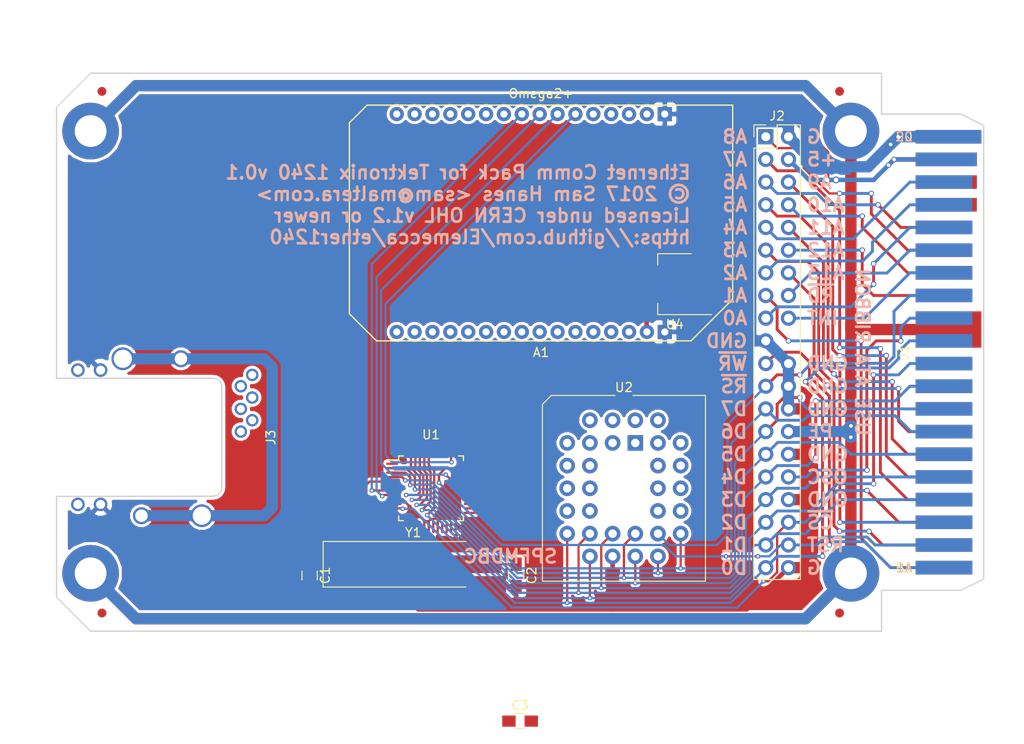
<source format=kicad_pcb>
(kicad_pcb (version 4) (host pcbnew 4.0.7)

  (general
    (links 133)
    (no_connects 40)
    (area 121.844999 57.582999 225.754001 120.217001)
    (thickness 1.6)
    (drawings 63)
    (tracks 536)
    (zones 0)
    (modules 19)
    (nets 50)
  )

  (page A4)
  (title_block
    (title "Ethernet Comm Pack for Tektronix 1240")
    (company "© 2017 Sam Hanes <sam@maltera.com>")
    (comment 1 "Licensed under CERN OHL v1.2 or newer")
    (comment 2 https://github.com/Elemecca/ether1240)
  )

  (layers
    (0 F.Cu signal)
    (31 B.Cu signal)
    (32 B.Adhes user hide)
    (33 F.Adhes user hide)
    (34 B.Paste user hide)
    (35 F.Paste user hide)
    (36 B.SilkS user hide)
    (37 F.SilkS user)
    (38 B.Mask user)
    (39 F.Mask user)
    (41 Cmts.User user)
    (44 Edge.Cuts user)
    (45 Margin user)
    (46 B.CrtYd user)
    (47 F.CrtYd user)
    (48 B.Fab user)
    (49 F.Fab user)
  )

  (setup
    (last_trace_width 0.254)
    (user_trace_width 0.254)
    (trace_clearance 0.1524)
    (zone_clearance 0.32258)
    (zone_45_only yes)
    (trace_min 0.1524)
    (segment_width 0.2)
    (edge_width 0.15)
    (via_size 0.508)
    (via_drill 0.254)
    (via_min_size 0.254)
    (via_min_drill 0.254)
    (user_via 0.508 0.254)
    (uvia_size 0.508)
    (uvia_drill 0.254)
    (uvias_allowed no)
    (uvia_min_size 0)
    (uvia_min_drill 0)
    (pcb_text_width 0.3)
    (pcb_text_size 1.5 1.5)
    (mod_edge_width 0.15)
    (mod_text_size 1 1)
    (mod_text_width 0.15)
    (pad_size 1.7 1.7)
    (pad_drill 1)
    (pad_to_mask_clearance 0.2)
    (aux_axis_origin 127 118.11)
    (visible_elements FFFEFFFF)
    (pcbplotparams
      (layerselection 0x010f0_80000001)
      (usegerberextensions true)
      (excludeedgelayer true)
      (linewidth 0.100000)
      (plotframeref false)
      (viasonmask false)
      (mode 1)
      (useauxorigin false)
      (hpglpennumber 1)
      (hpglpenspeed 20)
      (hpglpendiameter 15)
      (hpglpenoverlay 2)
      (psnegative false)
      (psa4output false)
      (plotreference true)
      (plotvalue true)
      (plotinvisibletext false)
      (padsonsilk false)
      (subtractmaskfromsilk false)
      (outputformat 1)
      (mirror false)
      (drillshape 0)
      (scaleselection 1)
      (outputdirectory ""))
  )

  (net 0 "")
  (net 1 GND)
  (net 2 Earth_Protective)
  (net 3 /H-A6)
  (net 4 /H-A8)
  (net 5 /H-A10)
  (net 6 /H-A12)
  (net 7 /H-A13)
  (net 8 /H-A11)
  (net 9 /H-A9)
  (net 10 /H-A7)
  (net 11 /H-A3)
  (net 12 /H-A1)
  (net 13 /H-RST)
  (net 14 /H-A5)
  (net 15 /H-D1)
  (net 16 /H-D3)
  (net 17 /H-D5)
  (net 18 /H-D7)
  (net 19 /H-D6)
  (net 20 /H-D4)
  (net 21 /H-D2)
  (net 22 /H-D0)
  (net 23 /H-INT)
  (net 24 /H-A0)
  (net 25 /H-A2)
  (net 26 /H-A4)
  (net 27 /H-~CS)
  (net 28 /H-~WR)
  (net 29 /H-~RS)
  (net 30 /H-~RD)
  (net 31 "Net-(A1-PadB9)")
  (net 32 "Net-(A1-PadB10)")
  (net 33 "Net-(A1-PadB11)")
  (net 34 "Net-(A1-PadB12)")
  (net 35 "Net-(A1-PadB13)")
  (net 36 "Net-(A1-PadB14)")
  (net 37 /A-~RTS)
  (net 38 /A-~CTS)
  (net 39 /A-RX)
  (net 40 /A-TX)
  (net 41 +3V3)
  (net 42 "Net-(C1-Pad1)")
  (net 43 "Net-(C2-Pad1)")
  (net 44 VCC)
  (net 45 "Net-(U1-Pad12)")
  (net 46 /R-A16)
  (net 47 /R-A14)
  (net 48 /R-A15)
  (net 49 /H-FREQ)

  (net_class Default "This is the default net class."
    (clearance 0.1524)
    (trace_width 0.254)
    (via_dia 0.508)
    (via_drill 0.254)
    (uvia_dia 0.508)
    (uvia_drill 0.254)
    (add_net /A-RX)
    (add_net /A-TX)
    (add_net /A-~CTS)
    (add_net /A-~RTS)
    (add_net /H-A0)
    (add_net /H-A1)
    (add_net /H-A10)
    (add_net /H-A11)
    (add_net /H-A12)
    (add_net /H-A13)
    (add_net /H-A2)
    (add_net /H-A3)
    (add_net /H-A4)
    (add_net /H-A5)
    (add_net /H-A6)
    (add_net /H-A7)
    (add_net /H-A8)
    (add_net /H-A9)
    (add_net /H-D0)
    (add_net /H-D1)
    (add_net /H-D2)
    (add_net /H-D3)
    (add_net /H-D4)
    (add_net /H-D5)
    (add_net /H-D6)
    (add_net /H-D7)
    (add_net /H-FREQ)
    (add_net /H-INT)
    (add_net /H-RST)
    (add_net /H-~CS)
    (add_net /H-~RD)
    (add_net /H-~RS)
    (add_net /H-~WR)
    (add_net /R-A14)
    (add_net /R-A15)
    (add_net /R-A16)
    (add_net "Net-(A1-PadB10)")
    (add_net "Net-(A1-PadB11)")
    (add_net "Net-(A1-PadB12)")
    (add_net "Net-(A1-PadB13)")
    (add_net "Net-(A1-PadB14)")
    (add_net "Net-(A1-PadB9)")
    (add_net "Net-(C1-Pad1)")
    (add_net "Net-(C2-Pad1)")
    (add_net "Net-(U1-Pad12)")
  )

  (net_class Power ""
    (clearance 0.1524)
    (trace_width 0.508)
    (via_dia 0.762)
    (via_drill 0.508)
    (uvia_dia 0.762)
    (uvia_drill 0.508)
    (add_net +3V3)
    (add_net Earth_Protective)
    (add_net GND)
    (add_net VCC)
  )

  (module ether1240:ATA_HEADER locked (layer F.Cu) (tedit 59FEE68A) (tstamp 5A0279C1)
    (at 201.295 64.77)
    (descr "Through hole straight pin header, 2x20, 2.54mm pitch, double rows")
    (tags "Through hole pin header THT 2x20 2.54mm double row")
    (path /5A02D637)
    (fp_text reference J2 (at 1.27 -2.33) (layer F.SilkS)
      (effects (font (size 1 1) (thickness 0.15)))
    )
    (fp_text value 1240COMM_EXT (at 1.27 50.59) (layer F.Fab)
      (effects (font (size 1 1) (thickness 0.15)))
    )
    (fp_line (start 0 -1.27) (end 3.81 -1.27) (layer F.Fab) (width 0.1))
    (fp_line (start 3.81 -1.27) (end 3.81 49.53) (layer F.Fab) (width 0.1))
    (fp_line (start 3.81 49.53) (end -1.27 49.53) (layer F.Fab) (width 0.1))
    (fp_line (start -1.27 49.53) (end -1.27 0) (layer F.Fab) (width 0.1))
    (fp_line (start -1.27 0) (end 0 -1.27) (layer F.Fab) (width 0.1))
    (fp_line (start -1.33 49.59) (end 3.87 49.59) (layer F.SilkS) (width 0.12))
    (fp_line (start -1.33 1.27) (end -1.33 49.59) (layer F.SilkS) (width 0.12))
    (fp_line (start 3.87 -1.33) (end 3.87 49.59) (layer F.SilkS) (width 0.12))
    (fp_line (start -1.33 1.27) (end 1.27 1.27) (layer F.SilkS) (width 0.12))
    (fp_line (start 1.27 1.27) (end 1.27 -1.33) (layer F.SilkS) (width 0.12))
    (fp_line (start 1.27 -1.33) (end 3.87 -1.33) (layer F.SilkS) (width 0.12))
    (fp_line (start -1.33 0) (end -1.33 -1.33) (layer F.SilkS) (width 0.12))
    (fp_line (start -1.33 -1.33) (end 0 -1.33) (layer F.SilkS) (width 0.12))
    (fp_line (start -1.8 -1.8) (end -1.8 50.05) (layer F.CrtYd) (width 0.05))
    (fp_line (start -1.8 50.05) (end 4.35 50.05) (layer F.CrtYd) (width 0.05))
    (fp_line (start 4.35 50.05) (end 4.35 -1.8) (layer F.CrtYd) (width 0.05))
    (fp_line (start 4.35 -1.8) (end -1.8 -1.8) (layer F.CrtYd) (width 0.05))
    (fp_text user %R (at 1.27 24.13 90) (layer F.Fab)
      (effects (font (size 1 1) (thickness 0.15)))
    )
    (pad 1 thru_hole rect (at 0 0) (size 1.7 1.7) (drill 1) (layers *.Cu *.Mask)
      (net 4 /H-A8))
    (pad 2 thru_hole oval (at 2.54 0) (size 1.7 1.7) (drill 1) (layers *.Cu *.Mask)
      (net 1 GND))
    (pad 3 thru_hole oval (at 0 2.54) (size 1.7 1.7) (drill 1) (layers *.Cu *.Mask)
      (net 10 /H-A7))
    (pad 4 thru_hole oval (at 2.54 2.54) (size 1.7 1.7) (drill 1) (layers *.Cu *.Mask)
      (net 44 VCC))
    (pad 5 thru_hole oval (at 0 5.08) (size 1.7 1.7) (drill 1) (layers *.Cu *.Mask)
      (net 3 /H-A6))
    (pad 6 thru_hole oval (at 2.54 5.08) (size 1.7 1.7) (drill 1) (layers *.Cu *.Mask)
      (net 9 /H-A9))
    (pad 7 thru_hole oval (at 0 7.62) (size 1.7 1.7) (drill 1) (layers *.Cu *.Mask)
      (net 14 /H-A5))
    (pad 8 thru_hole oval (at 2.54 7.62) (size 1.7 1.7) (drill 1) (layers *.Cu *.Mask)
      (net 5 /H-A10))
    (pad 9 thru_hole oval (at 0 10.16) (size 1.7 1.7) (drill 1) (layers *.Cu *.Mask)
      (net 26 /H-A4))
    (pad 10 thru_hole oval (at 2.54 10.16) (size 1.7 1.7) (drill 1) (layers *.Cu *.Mask)
      (net 8 /H-A11))
    (pad 11 thru_hole oval (at 0 12.7) (size 1.7 1.7) (drill 1) (layers *.Cu *.Mask)
      (net 11 /H-A3))
    (pad 12 thru_hole oval (at 2.54 12.7) (size 1.7 1.7) (drill 1) (layers *.Cu *.Mask)
      (net 6 /H-A12))
    (pad 13 thru_hole oval (at 0 15.24) (size 1.7 1.7) (drill 1) (layers *.Cu *.Mask)
      (net 25 /H-A2))
    (pad 14 thru_hole oval (at 2.54 15.24) (size 1.7 1.7) (drill 1) (layers *.Cu *.Mask)
      (net 7 /H-A13))
    (pad 15 thru_hole oval (at 0 17.78) (size 1.7 1.7) (drill 1) (layers *.Cu *.Mask)
      (net 12 /H-A1))
    (pad 16 thru_hole oval (at 2.54 17.78) (size 1.7 1.7) (drill 1) (layers *.Cu *.Mask)
      (net 30 /H-~RD))
    (pad 17 thru_hole oval (at 0 20.32) (size 1.7 1.7) (drill 1) (layers *.Cu *.Mask)
      (net 24 /H-A0))
    (pad 18 thru_hole oval (at 2.54 20.32) (size 1.7 1.7) (drill 1) (layers *.Cu *.Mask)
      (net 23 /H-INT))
    (pad 19 thru_hole oval (at 0 22.86) (size 1.7 1.7) (drill 1) (layers *.Cu *.Mask)
      (net 1 GND))
    (pad 21 thru_hole oval (at 0 25.4) (size 1.7 1.7) (drill 1) (layers *.Cu *.Mask)
      (net 28 /H-~WR))
    (pad 22 thru_hole oval (at 2.54 25.4) (size 1.7 1.7) (drill 1) (layers *.Cu *.Mask)
      (net 1 GND))
    (pad 23 thru_hole oval (at 0 27.94) (size 1.7 1.7) (drill 1) (layers *.Cu *.Mask)
      (net 29 /H-~RS))
    (pad 24 thru_hole oval (at 2.54 27.94) (size 1.7 1.7) (drill 1) (layers *.Cu *.Mask)
      (net 1 GND))
    (pad 25 thru_hole oval (at 0 30.48) (size 1.7 1.7) (drill 1) (layers *.Cu *.Mask)
      (net 18 /H-D7))
    (pad 26 thru_hole oval (at 2.54 30.48) (size 1.7 1.7) (drill 1) (layers *.Cu *.Mask)
      (net 1 GND))
    (pad 27 thru_hole oval (at 0 33.02) (size 1.7 1.7) (drill 1) (layers *.Cu *.Mask)
      (net 19 /H-D6))
    (pad 28 thru_hole oval (at 2.54 33.02) (size 1.7 1.7) (drill 1) (layers *.Cu *.Mask)
      (net 2 Earth_Protective))
    (pad 29 thru_hole oval (at 0 35.56) (size 1.7 1.7) (drill 1) (layers *.Cu *.Mask)
      (net 17 /H-D5))
    (pad 30 thru_hole oval (at 2.54 35.56) (size 1.7 1.7) (drill 1) (layers *.Cu *.Mask)
      (net 1 GND))
    (pad 31 thru_hole oval (at 0 38.1) (size 1.7 1.7) (drill 1) (layers *.Cu *.Mask)
      (net 20 /H-D4))
    (pad 32 thru_hole oval (at 2.54 38.1) (size 1.7 1.7) (drill 1) (layers *.Cu *.Mask)
      (net 49 /H-FREQ))
    (pad 33 thru_hole oval (at 0 40.64) (size 1.7 1.7) (drill 1) (layers *.Cu *.Mask)
      (net 16 /H-D3))
    (pad 34 thru_hole oval (at 2.54 40.64) (size 1.7 1.7) (drill 1) (layers *.Cu *.Mask)
      (net 1 GND))
    (pad 35 thru_hole oval (at 0 43.18) (size 1.7 1.7) (drill 1) (layers *.Cu *.Mask)
      (net 21 /H-D2))
    (pad 36 thru_hole oval (at 2.54 43.18) (size 1.7 1.7) (drill 1) (layers *.Cu *.Mask)
      (net 27 /H-~CS))
    (pad 37 thru_hole oval (at 0 45.72) (size 1.7 1.7) (drill 1) (layers *.Cu *.Mask)
      (net 15 /H-D1))
    (pad 38 thru_hole oval (at 2.54 45.72) (size 1.7 1.7) (drill 1) (layers *.Cu *.Mask)
      (net 13 /H-RST))
    (pad 39 thru_hole oval (at 0 48.26) (size 1.7 1.7) (drill 1) (layers *.Cu *.Mask)
      (net 22 /H-D0))
    (pad 40 thru_hole oval (at 2.54 48.26) (size 1.7 1.7) (drill 1) (layers *.Cu *.Mask)
      (net 1 GND))
    (model ${KISYS3DMOD}/Pin_Headers.3dshapes/Pin_Header_Straight_2x20_Pitch2.54mm.wrl
      (at (xyz 0 0 0))
      (scale (xyz 1 1 1))
      (rotate (xyz 0 0 0))
    )
  )

  (module Fiducials:Fiducial_1mm_Dia_2mm_Outer locked (layer F.Cu) (tedit 59FF0B88) (tstamp 5A027B36)
    (at 127 118.11)
    (descr "Circular Fiducial, 1mm bare copper top; 2mm keepout (Level A)")
    (tags marker)
    (attr virtual)
    (fp_text reference FD2 (at 0 -2) (layer F.SilkS) hide
      (effects (font (size 1 1) (thickness 0.15)))
    )
    (fp_text value Fiducial_1mm_Dia_2mm_Outer (at 0 2) (layer F.Fab)
      (effects (font (size 1 1) (thickness 0.15)))
    )
    (fp_circle (center 0 0) (end 1 0) (layer F.Fab) (width 0.1))
    (fp_text user %R (at 0 0) (layer F.Fab)
      (effects (font (size 0.4 0.4) (thickness 0.06)))
    )
    (fp_circle (center 0 0) (end 1.25 0) (layer F.CrtYd) (width 0.05))
    (pad ~ smd circle (at 0 0) (size 1 1) (layers F.Cu F.Mask)
      (solder_mask_margin 0.5) (clearance 0.5))
  )

  (module Fiducials:Fiducial_1mm_Dia_2mm_Outer locked (layer F.Cu) (tedit 59FF0B57) (tstamp 5A027B28)
    (at 127 59.69)
    (descr "Circular Fiducial, 1mm bare copper top; 2mm keepout (Level A)")
    (tags marker)
    (attr virtual)
    (fp_text reference FD3 (at 0 -2) (layer F.SilkS) hide
      (effects (font (size 1 1) (thickness 0.15)))
    )
    (fp_text value Fiducial_1mm_Dia_2mm_Outer (at 0 2) (layer F.Fab)
      (effects (font (size 1 1) (thickness 0.15)))
    )
    (fp_circle (center 0 0) (end 1 0) (layer F.Fab) (width 0.1))
    (fp_text user %R (at 0 0) (layer F.Fab)
      (effects (font (size 0.4 0.4) (thickness 0.06)))
    )
    (fp_circle (center 0 0) (end 1.25 0) (layer F.CrtYd) (width 0.05))
    (pad ~ smd circle (at 0 0) (size 1 1) (layers F.Cu F.Mask)
      (solder_mask_margin 0.5) (clearance 0.5))
  )

  (module Fiducials:Fiducial_1mm_Dia_2mm_Outer locked (layer F.Cu) (tedit 59FF0B2B) (tstamp 5A027B10)
    (at 209.55 118.11)
    (descr "Circular Fiducial, 1mm bare copper top; 2mm keepout (Level A)")
    (tags marker)
    (attr virtual)
    (fp_text reference FD1 (at 0 -2) (layer F.SilkS) hide
      (effects (font (size 1 1) (thickness 0.15)))
    )
    (fp_text value Fiducial_1mm_Dia_2mm_Outer (at 0 2) (layer F.Fab)
      (effects (font (size 1 1) (thickness 0.15)))
    )
    (fp_circle (center 0 0) (end 1 0) (layer F.Fab) (width 0.1))
    (fp_text user %R (at 0 0) (layer F.Fab)
      (effects (font (size 0.4 0.4) (thickness 0.06)))
    )
    (fp_circle (center 0 0) (end 1.25 0) (layer F.CrtYd) (width 0.05))
    (pad ~ smd circle (at 0 0) (size 1 1) (layers F.Cu F.Mask)
      (solder_mask_margin 0.5) (clearance 0.5))
  )

  (module Fiducials:Fiducial_1mm_Dia_2mm_Outer locked (layer F.Cu) (tedit 59FF0B3C) (tstamp 5A027AFF)
    (at 209.55 59.69)
    (descr "Circular Fiducial, 1mm bare copper top; 2mm keepout (Level A)")
    (tags marker)
    (attr virtual)
    (fp_text reference FD4 (at 0 -2) (layer F.SilkS) hide
      (effects (font (size 1 1) (thickness 0.15)))
    )
    (fp_text value Fiducial_1mm_Dia_2mm_Outer (at 0 2) (layer F.Fab)
      (effects (font (size 1 1) (thickness 0.15)))
    )
    (fp_circle (center 0 0) (end 1 0) (layer F.Fab) (width 0.1))
    (fp_text user %R (at 0 0) (layer F.Fab)
      (effects (font (size 0.4 0.4) (thickness 0.06)))
    )
    (fp_circle (center 0 0) (end 1.25 0) (layer F.CrtYd) (width 0.05))
    (pad ~ smd circle (at 0 0) (size 1 1) (layers F.Cu F.Mask)
      (solder_mask_margin 0.5) (clearance 0.5))
  )

  (module ether1240:MountingHole_140mil_Pad (layer F.Cu) (tedit 5A0258FD) (tstamp 5A02635E)
    (at 210.82 113.665)
    (descr "Mounting Hole 140mil")
    (tags "mounting hole 140mil")
    (path /59FEB8E7)
    (attr virtual)
    (fp_text reference H1 (at 0 -3.7) (layer F.SilkS) hide
      (effects (font (size 1 1) (thickness 0.15)))
    )
    (fp_text value Mount (at 0 3.7) (layer F.Fab)
      (effects (font (size 1 1) (thickness 0.15)))
    )
    (fp_text user %R (at 0.3 0) (layer F.Fab)
      (effects (font (size 1 1) (thickness 0.15)))
    )
    (fp_circle (center 0 0) (end 2.7 0) (layer Cmts.User) (width 0.15))
    (fp_circle (center 0 0) (end 4.7625 0) (layer B.CrtYd) (width 0.05))
    (fp_circle (center 0 0) (end 4.7625 0) (layer F.CrtYd) (width 0.05))
    (pad 1 thru_hole circle (at 0 0) (size 6.35 6.35) (drill 3.556) (layers *.Cu *.Mask)
      (net 2 Earth_Protective))
  )

  (module ether1240:MountingHole_140mil_Pad (layer F.Cu) (tedit 5A025926) (tstamp 5A026366)
    (at 125.73 113.665)
    (descr "Mounting Hole 140mil")
    (tags "mounting hole 140mil")
    (path /59FEB959)
    (attr virtual)
    (fp_text reference H2 (at 0 -3.7) (layer F.SilkS) hide
      (effects (font (size 1 1) (thickness 0.15)))
    )
    (fp_text value Mount (at 0 3.7) (layer F.Fab)
      (effects (font (size 1 1) (thickness 0.15)))
    )
    (fp_text user %R (at 0.3 0) (layer F.Fab)
      (effects (font (size 1 1) (thickness 0.15)))
    )
    (fp_circle (center 0 0) (end 2.7 0) (layer Cmts.User) (width 0.15))
    (fp_circle (center 0 0) (end 4.7625 0) (layer B.CrtYd) (width 0.05))
    (fp_circle (center 0 0) (end 4.7625 0) (layer F.CrtYd) (width 0.05))
    (pad 1 thru_hole circle (at 0 0) (size 6.35 6.35) (drill 3.556) (layers *.Cu *.Mask)
      (net 2 Earth_Protective))
  )

  (module ether1240:MountingHole_140mil_Pad (layer F.Cu) (tedit 5A02591F) (tstamp 5A02636E)
    (at 125.73 64.135)
    (descr "Mounting Hole 140mil")
    (tags "mounting hole 140mil")
    (path /59FEB991)
    (attr virtual)
    (fp_text reference H3 (at 0 -3.7) (layer F.SilkS) hide
      (effects (font (size 1 1) (thickness 0.15)))
    )
    (fp_text value Mount (at 0 3.7) (layer F.Fab)
      (effects (font (size 1 1) (thickness 0.15)))
    )
    (fp_text user %R (at 0.3 0) (layer F.Fab)
      (effects (font (size 1 1) (thickness 0.15)))
    )
    (fp_circle (center 0 0) (end 2.7 0) (layer Cmts.User) (width 0.15))
    (fp_circle (center 0 0) (end 4.7625 0) (layer B.CrtYd) (width 0.05))
    (fp_circle (center 0 0) (end 4.7625 0) (layer F.CrtYd) (width 0.05))
    (pad 1 thru_hole circle (at 0 0) (size 6.35 6.35) (drill 3.556) (layers *.Cu *.Mask)
      (net 2 Earth_Protective))
  )

  (module ether1240:MountingHole_140mil_Pad (layer F.Cu) (tedit 5A02590E) (tstamp 5A026376)
    (at 210.82 64.135)
    (descr "Mounting Hole 140mil")
    (tags "mounting hole 140mil")
    (path /59FEB9B8)
    (attr virtual)
    (fp_text reference H4 (at 0 -3.7) (layer F.SilkS) hide
      (effects (font (size 1 1) (thickness 0.15)))
    )
    (fp_text value Mount (at 0 3.7) (layer F.Fab)
      (effects (font (size 1 1) (thickness 0.15)))
    )
    (fp_text user %R (at 0.3 0) (layer F.Fab)
      (effects (font (size 1 1) (thickness 0.15)))
    )
    (fp_circle (center 0 0) (end 2.7 0) (layer Cmts.User) (width 0.15))
    (fp_circle (center 0 0) (end 4.7625 0) (layer B.CrtYd) (width 0.05))
    (fp_circle (center 0 0) (end 4.7625 0) (layer F.CrtYd) (width 0.05))
    (pad 1 thru_hole circle (at 0 0) (size 6.35 6.35) (drill 3.556) (layers *.Cu *.Mask)
      (net 2 Earth_Protective))
  )

  (module ether1240:Omega2 locked (layer F.Cu) (tedit 5A200AA5) (tstamp 5A2EE51A)
    (at 176.14 74.43 180)
    (path /5A1FF68F)
    (fp_text reference A1 (at 0 -14.5 180) (layer F.SilkS)
      (effects (font (size 1 1) (thickness 0.15)))
    )
    (fp_text value Omega2+ (at 0 14.5 180) (layer F.SilkS)
      (effects (font (size 1 1) (thickness 0.15)))
    )
    (fp_line (start 19.4701 13.2) (end 21.45 11.2201) (layer F.SilkS) (width 0.15))
    (fp_line (start 18.40944 -13.2) (end 21.45 -10.15944) (layer F.SilkS) (width 0.15))
    (fp_line (start -21.45 -8.5331) (end -16.7831 -13.2) (layer F.SilkS) (width 0.15))
    (fp_line (start 21.45 -10.15944) (end 21.45 11.2201) (layer F.SilkS) (width 0.15))
    (fp_line (start -21.45 -8.5331) (end -21.45 13.2) (layer F.SilkS) (width 0.15))
    (fp_line (start -16.7831 -13.2) (end 18.40944 -13.2) (layer F.SilkS) (width 0.15))
    (fp_line (start -21.45 13.2) (end 19.4701 13.2) (layer F.SilkS) (width 0.15))
    (pad A1 thru_hole rect (at -13.85 12.2 180) (size 1.6 1.6) (drill 0.8) (layers *.Cu *.Mask)
      (net 1 GND))
    (pad A2 thru_hole circle (at -11.85 12.2 180) (size 1.6 1.6) (drill 0.8) (layers *.Cu *.Mask))
    (pad A3 thru_hole circle (at -9.85 12.2 180) (size 1.6 1.6) (drill 0.8) (layers *.Cu *.Mask))
    (pad A4 thru_hole circle (at -7.85 12.2 180) (size 1.6 1.6) (drill 0.8) (layers *.Cu *.Mask))
    (pad A5 thru_hole circle (at -5.85 12.2 180) (size 1.6 1.6) (drill 0.8) (layers *.Cu *.Mask))
    (pad A6 thru_hole circle (at -3.85 12.2 180) (size 1.6 1.6) (drill 0.8) (layers *.Cu *.Mask)
      (net 37 /A-~RTS))
    (pad A7 thru_hole circle (at -1.85 12.2 180) (size 1.6 1.6) (drill 0.8) (layers *.Cu *.Mask)
      (net 38 /A-~CTS))
    (pad A8 thru_hole circle (at 0.15 12.2 180) (size 1.6 1.6) (drill 0.8) (layers *.Cu *.Mask)
      (net 39 /A-RX))
    (pad A9 thru_hole circle (at 2.15 12.2 180) (size 1.6 1.6) (drill 0.8) (layers *.Cu *.Mask)
      (net 40 /A-TX))
    (pad A10 thru_hole circle (at 4.15 12.2 180) (size 1.6 1.6) (drill 0.8) (layers *.Cu *.Mask))
    (pad A11 thru_hole circle (at 6.15 12.2 180) (size 1.6 1.6) (drill 0.8) (layers *.Cu *.Mask))
    (pad A12 thru_hole circle (at 8.15 12.2 180) (size 1.6 1.6) (drill 0.8) (layers *.Cu *.Mask))
    (pad A13 thru_hole circle (at 10.15 12.2 180) (size 1.6 1.6) (drill 0.8) (layers *.Cu *.Mask))
    (pad A14 thru_hole circle (at 12.15 12.2 180) (size 1.6 1.6) (drill 0.8) (layers *.Cu *.Mask))
    (pad A15 thru_hole circle (at 14.15 12.2 180) (size 1.6 1.6) (drill 0.8) (layers *.Cu *.Mask))
    (pad A16 thru_hole circle (at 16.15 12.2 180) (size 1.6 1.6) (drill 0.8) (layers *.Cu *.Mask))
    (pad B1 thru_hole rect (at -13.85 -12.2 180) (size 1.6 1.6) (drill 0.8) (layers *.Cu *.Mask)
      (net 1 GND))
    (pad B2 thru_hole circle (at -11.85 -12.2 180) (size 1.6 1.6) (drill 0.8) (layers *.Cu *.Mask)
      (net 41 +3V3))
    (pad B3 thru_hole circle (at -9.85 -12.2 180) (size 1.6 1.6) (drill 0.8) (layers *.Cu *.Mask))
    (pad B4 thru_hole circle (at -7.85 -12.2 180) (size 1.6 1.6) (drill 0.8) (layers *.Cu *.Mask))
    (pad B5 thru_hole circle (at -5.85 -12.2 180) (size 1.6 1.6) (drill 0.8) (layers *.Cu *.Mask))
    (pad B6 thru_hole circle (at -3.85 -12.2 180) (size 1.6 1.6) (drill 0.8) (layers *.Cu *.Mask))
    (pad B7 thru_hole circle (at -1.85 -12.2 180) (size 1.6 1.6) (drill 0.8) (layers *.Cu *.Mask))
    (pad B8 thru_hole circle (at 0.15 -12.2 180) (size 1.6 1.6) (drill 0.8) (layers *.Cu *.Mask))
    (pad B9 thru_hole circle (at 2.15 -12.2 180) (size 1.6 1.6) (drill 0.8) (layers *.Cu *.Mask)
      (net 31 "Net-(A1-PadB9)"))
    (pad B10 thru_hole circle (at 4.15 -12.2 180) (size 1.6 1.6) (drill 0.8) (layers *.Cu *.Mask)
      (net 32 "Net-(A1-PadB10)"))
    (pad B11 thru_hole circle (at 6.15 -12.2 180) (size 1.6 1.6) (drill 0.8) (layers *.Cu *.Mask)
      (net 33 "Net-(A1-PadB11)"))
    (pad B12 thru_hole circle (at 8.15 -12.2 180) (size 1.6 1.6) (drill 0.8) (layers *.Cu *.Mask)
      (net 34 "Net-(A1-PadB12)"))
    (pad B13 thru_hole circle (at 10.15 -12.2 180) (size 1.6 1.6) (drill 0.8) (layers *.Cu *.Mask)
      (net 35 "Net-(A1-PadB13)"))
    (pad B14 thru_hole circle (at 12.15 -12.2 180) (size 1.6 1.6) (drill 0.8) (layers *.Cu *.Mask)
      (net 36 "Net-(A1-PadB14)"))
    (pad B15 thru_hole circle (at 14.15 -12.2 180) (size 1.6 1.6) (drill 0.8) (layers *.Cu *.Mask))
    (pad B16 thru_hole circle (at 16.15 -12.2 180) (size 1.6 1.6) (drill 0.8) (layers *.Cu *.Mask))
  )

  (module Capacitors_SMD:C_0805_HandSoldering (layer F.Cu) (tedit 58AA84A8) (tstamp 5A2EE520)
    (at 150.241 113.899 270)
    (descr "Capacitor SMD 0805, hand soldering")
    (tags "capacitor 0805")
    (path /5A2F5EB9)
    (attr smd)
    (fp_text reference C1 (at 0 -1.75 270) (layer F.SilkS)
      (effects (font (size 1 1) (thickness 0.15)))
    )
    (fp_text value 22u (at 0 1.75 270) (layer F.Fab)
      (effects (font (size 1 1) (thickness 0.15)))
    )
    (fp_text user %R (at 0 -1.75 270) (layer F.Fab)
      (effects (font (size 1 1) (thickness 0.15)))
    )
    (fp_line (start -1 0.62) (end -1 -0.62) (layer F.Fab) (width 0.1))
    (fp_line (start 1 0.62) (end -1 0.62) (layer F.Fab) (width 0.1))
    (fp_line (start 1 -0.62) (end 1 0.62) (layer F.Fab) (width 0.1))
    (fp_line (start -1 -0.62) (end 1 -0.62) (layer F.Fab) (width 0.1))
    (fp_line (start 0.5 -0.85) (end -0.5 -0.85) (layer F.SilkS) (width 0.12))
    (fp_line (start -0.5 0.85) (end 0.5 0.85) (layer F.SilkS) (width 0.12))
    (fp_line (start -2.25 -0.88) (end 2.25 -0.88) (layer F.CrtYd) (width 0.05))
    (fp_line (start -2.25 -0.88) (end -2.25 0.87) (layer F.CrtYd) (width 0.05))
    (fp_line (start 2.25 0.87) (end 2.25 -0.88) (layer F.CrtYd) (width 0.05))
    (fp_line (start 2.25 0.87) (end -2.25 0.87) (layer F.CrtYd) (width 0.05))
    (pad 1 smd rect (at -1.25 0 270) (size 1.5 1.25) (layers F.Cu F.Paste F.Mask)
      (net 42 "Net-(C1-Pad1)"))
    (pad 2 smd rect (at 1.25 0 270) (size 1.5 1.25) (layers F.Cu F.Paste F.Mask)
      (net 1 GND))
    (model Capacitors_SMD.3dshapes/C_0805.wrl
      (at (xyz 0 0 0))
      (scale (xyz 1 1 1))
      (rotate (xyz 0 0 0))
    )
  )

  (module Capacitors_SMD:C_0805_HandSoldering (layer F.Cu) (tedit 58AA84A8) (tstamp 5A2EE526)
    (at 173.355 113.899 270)
    (descr "Capacitor SMD 0805, hand soldering")
    (tags "capacitor 0805")
    (path /5A2F5F2C)
    (attr smd)
    (fp_text reference C2 (at 0 -1.75 270) (layer F.SilkS)
      (effects (font (size 1 1) (thickness 0.15)))
    )
    (fp_text value 22u (at 0 1.75 270) (layer F.Fab)
      (effects (font (size 1 1) (thickness 0.15)))
    )
    (fp_text user %R (at 0 -1.75 270) (layer F.Fab)
      (effects (font (size 1 1) (thickness 0.15)))
    )
    (fp_line (start -1 0.62) (end -1 -0.62) (layer F.Fab) (width 0.1))
    (fp_line (start 1 0.62) (end -1 0.62) (layer F.Fab) (width 0.1))
    (fp_line (start 1 -0.62) (end 1 0.62) (layer F.Fab) (width 0.1))
    (fp_line (start -1 -0.62) (end 1 -0.62) (layer F.Fab) (width 0.1))
    (fp_line (start 0.5 -0.85) (end -0.5 -0.85) (layer F.SilkS) (width 0.12))
    (fp_line (start -0.5 0.85) (end 0.5 0.85) (layer F.SilkS) (width 0.12))
    (fp_line (start -2.25 -0.88) (end 2.25 -0.88) (layer F.CrtYd) (width 0.05))
    (fp_line (start -2.25 -0.88) (end -2.25 0.87) (layer F.CrtYd) (width 0.05))
    (fp_line (start 2.25 0.87) (end 2.25 -0.88) (layer F.CrtYd) (width 0.05))
    (fp_line (start 2.25 0.87) (end -2.25 0.87) (layer F.CrtYd) (width 0.05))
    (pad 1 smd rect (at -1.25 0 270) (size 1.5 1.25) (layers F.Cu F.Paste F.Mask)
      (net 43 "Net-(C2-Pad1)"))
    (pad 2 smd rect (at 1.25 0 270) (size 1.5 1.25) (layers F.Cu F.Paste F.Mask)
      (net 1 GND))
    (model Capacitors_SMD.3dshapes/C_0805.wrl
      (at (xyz 0 0 0))
      (scale (xyz 1 1 1))
      (rotate (xyz 0 0 0))
    )
  )

  (module Capacitors_SMD:C_0805_HandSoldering (layer F.Cu) (tedit 58AA84A8) (tstamp 5A2EE52C)
    (at 173.7995 130.217001)
    (descr "Capacitor SMD 0805, hand soldering")
    (tags "capacitor 0805")
    (path /5A02CC0E)
    (attr smd)
    (fp_text reference C3 (at 0 -1.75) (layer F.SilkS)
      (effects (font (size 1 1) (thickness 0.15)))
    )
    (fp_text value 22u (at 0 1.75) (layer F.Fab)
      (effects (font (size 1 1) (thickness 0.15)))
    )
    (fp_text user %R (at 0 -1.75) (layer F.Fab)
      (effects (font (size 1 1) (thickness 0.15)))
    )
    (fp_line (start -1 0.62) (end -1 -0.62) (layer F.Fab) (width 0.1))
    (fp_line (start 1 0.62) (end -1 0.62) (layer F.Fab) (width 0.1))
    (fp_line (start 1 -0.62) (end 1 0.62) (layer F.Fab) (width 0.1))
    (fp_line (start -1 -0.62) (end 1 -0.62) (layer F.Fab) (width 0.1))
    (fp_line (start 0.5 -0.85) (end -0.5 -0.85) (layer F.SilkS) (width 0.12))
    (fp_line (start -0.5 0.85) (end 0.5 0.85) (layer F.SilkS) (width 0.12))
    (fp_line (start -2.25 -0.88) (end 2.25 -0.88) (layer F.CrtYd) (width 0.05))
    (fp_line (start -2.25 -0.88) (end -2.25 0.87) (layer F.CrtYd) (width 0.05))
    (fp_line (start 2.25 0.87) (end 2.25 -0.88) (layer F.CrtYd) (width 0.05))
    (fp_line (start 2.25 0.87) (end -2.25 0.87) (layer F.CrtYd) (width 0.05))
    (pad 1 smd rect (at -1.25 0) (size 1.5 1.25) (layers F.Cu F.Paste F.Mask)
      (net 41 +3V3))
    (pad 2 smd rect (at 1.25 0) (size 1.5 1.25) (layers F.Cu F.Paste F.Mask)
      (net 1 GND))
    (model Capacitors_SMD.3dshapes/C_0805.wrl
      (at (xyz 0 0 0))
      (scale (xyz 1 1 1))
      (rotate (xyz 0 0 0))
    )
  )

  (module TO_SOT_Packages_SMD:SOT-223-3_TabPin2 (layer F.Cu) (tedit 58CE4E7E) (tstamp 5A2EE598)
    (at 191.11 81.28 180)
    (descr "module CMS SOT223 4 pins")
    (tags "CMS SOT")
    (path /5A02C2E2)
    (attr smd)
    (fp_text reference U4 (at 0 -4.5 180) (layer F.SilkS)
      (effects (font (size 1 1) (thickness 0.15)))
    )
    (fp_text value AP1117-33 (at 0 4.5 180) (layer F.Fab)
      (effects (font (size 1 1) (thickness 0.15)))
    )
    (fp_text user %R (at 0 0 270) (layer F.Fab)
      (effects (font (size 0.8 0.8) (thickness 0.12)))
    )
    (fp_line (start 1.91 3.41) (end 1.91 2.15) (layer F.SilkS) (width 0.12))
    (fp_line (start 1.91 -3.41) (end 1.91 -2.15) (layer F.SilkS) (width 0.12))
    (fp_line (start 4.4 -3.6) (end -4.4 -3.6) (layer F.CrtYd) (width 0.05))
    (fp_line (start 4.4 3.6) (end 4.4 -3.6) (layer F.CrtYd) (width 0.05))
    (fp_line (start -4.4 3.6) (end 4.4 3.6) (layer F.CrtYd) (width 0.05))
    (fp_line (start -4.4 -3.6) (end -4.4 3.6) (layer F.CrtYd) (width 0.05))
    (fp_line (start -1.85 -2.35) (end -0.85 -3.35) (layer F.Fab) (width 0.1))
    (fp_line (start -1.85 -2.35) (end -1.85 3.35) (layer F.Fab) (width 0.1))
    (fp_line (start -1.85 3.41) (end 1.91 3.41) (layer F.SilkS) (width 0.12))
    (fp_line (start -0.85 -3.35) (end 1.85 -3.35) (layer F.Fab) (width 0.1))
    (fp_line (start -4.1 -3.41) (end 1.91 -3.41) (layer F.SilkS) (width 0.12))
    (fp_line (start -1.85 3.35) (end 1.85 3.35) (layer F.Fab) (width 0.1))
    (fp_line (start 1.85 -3.35) (end 1.85 3.35) (layer F.Fab) (width 0.1))
    (pad 2 smd rect (at 3.15 0 180) (size 2 3.8) (layers F.Cu F.Paste F.Mask)
      (net 41 +3V3))
    (pad 2 smd rect (at -3.15 0 180) (size 2 1.5) (layers F.Cu F.Paste F.Mask)
      (net 41 +3V3))
    (pad 3 smd rect (at -3.15 2.3 180) (size 2 1.5) (layers F.Cu F.Paste F.Mask)
      (net 44 VCC))
    (pad 1 smd rect (at -3.15 -2.3 180) (size 2 1.5) (layers F.Cu F.Paste F.Mask)
      (net 1 GND))
    (model ${KISYS3DMOD}/TO_SOT_Packages_SMD.3dshapes/SOT-223.wrl
      (at (xyz 0 0 0))
      (scale (xyz 1 1 1))
      (rotate (xyz 0 0 0))
    )
  )

  (module Crystals:Crystal_SMD_HC49-SD_HandSoldering locked (layer F.Cu) (tedit 58CD2E9D) (tstamp 5A2EE59E)
    (at 161.83 112.649)
    (descr "SMD Crystal HC-49-SD http://cdn-reichelt.de/documents/datenblatt/B400/xxx-HC49-SMD.pdf, hand-soldering, 11.4x4.7mm^2 package")
    (tags "SMD SMT crystal hand-soldering")
    (path /5A2EE549)
    (attr smd)
    (fp_text reference Y1 (at 0 -3.55) (layer F.SilkS)
      (effects (font (size 1 1) (thickness 0.15)))
    )
    (fp_text value Crystal (at 0 3.55) (layer F.Fab)
      (effects (font (size 1 1) (thickness 0.15)))
    )
    (fp_text user %R (at 0 0) (layer F.Fab)
      (effects (font (size 1 1) (thickness 0.15)))
    )
    (fp_line (start -5.7 -2.35) (end -5.7 2.35) (layer F.Fab) (width 0.1))
    (fp_line (start -5.7 2.35) (end 5.7 2.35) (layer F.Fab) (width 0.1))
    (fp_line (start 5.7 2.35) (end 5.7 -2.35) (layer F.Fab) (width 0.1))
    (fp_line (start 5.7 -2.35) (end -5.7 -2.35) (layer F.Fab) (width 0.1))
    (fp_line (start -3.015 -2.115) (end 3.015 -2.115) (layer F.Fab) (width 0.1))
    (fp_line (start -3.015 2.115) (end 3.015 2.115) (layer F.Fab) (width 0.1))
    (fp_line (start 5.9 -2.55) (end -10.075 -2.55) (layer F.SilkS) (width 0.12))
    (fp_line (start -10.075 -2.55) (end -10.075 2.55) (layer F.SilkS) (width 0.12))
    (fp_line (start -10.075 2.55) (end 5.9 2.55) (layer F.SilkS) (width 0.12))
    (fp_line (start -10.2 -2.6) (end -10.2 2.6) (layer F.CrtYd) (width 0.05))
    (fp_line (start -10.2 2.6) (end 10.2 2.6) (layer F.CrtYd) (width 0.05))
    (fp_line (start 10.2 2.6) (end 10.2 -2.6) (layer F.CrtYd) (width 0.05))
    (fp_line (start 10.2 -2.6) (end -10.2 -2.6) (layer F.CrtYd) (width 0.05))
    (fp_arc (start -3.015 0) (end -3.015 -2.115) (angle -180) (layer F.Fab) (width 0.1))
    (fp_arc (start 3.015 0) (end 3.015 -2.115) (angle 180) (layer F.Fab) (width 0.1))
    (pad 1 smd rect (at -5.9375 0) (size 7.875 2) (layers F.Cu F.Paste F.Mask)
      (net 42 "Net-(C1-Pad1)"))
    (pad 2 smd rect (at 5.9375 0) (size 7.875 2) (layers F.Cu F.Paste F.Mask)
      (net 43 "Net-(C2-Pad1)"))
    (model ${KISYS3DMOD}/Crystals.3dshapes/Crystal_SMD_HC49-SD_HandSoldering.wrl
      (at (xyz 0 0 0))
      (scale (xyz 1 1 1))
      (rotate (xyz 0 0 0))
    )
  )

  (module Housings_QFP:LQFP-48_7x7mm_Pitch0.5mm locked (layer F.Cu) (tedit 54130A77) (tstamp 5A2EE8BA)
    (at 163.83 104.14)
    (descr "48 LEAD LQFP 7x7mm (see MICREL LQFP7x7-48LD-PL-1.pdf)")
    (tags "QFP 0.5")
    (path /5A2ED667)
    (attr smd)
    (fp_text reference U1 (at 0 -6) (layer F.SilkS)
      (effects (font (size 1 1) (thickness 0.15)))
    )
    (fp_text value SC16C550B (at 0 6) (layer F.Fab)
      (effects (font (size 1 1) (thickness 0.15)))
    )
    (fp_text user %R (at 0 0) (layer F.Fab)
      (effects (font (size 1 1) (thickness 0.15)))
    )
    (fp_line (start -2.5 -3.5) (end 3.5 -3.5) (layer F.Fab) (width 0.15))
    (fp_line (start 3.5 -3.5) (end 3.5 3.5) (layer F.Fab) (width 0.15))
    (fp_line (start 3.5 3.5) (end -3.5 3.5) (layer F.Fab) (width 0.15))
    (fp_line (start -3.5 3.5) (end -3.5 -2.5) (layer F.Fab) (width 0.15))
    (fp_line (start -3.5 -2.5) (end -2.5 -3.5) (layer F.Fab) (width 0.15))
    (fp_line (start -5.25 -5.25) (end -5.25 5.25) (layer F.CrtYd) (width 0.05))
    (fp_line (start 5.25 -5.25) (end 5.25 5.25) (layer F.CrtYd) (width 0.05))
    (fp_line (start -5.25 -5.25) (end 5.25 -5.25) (layer F.CrtYd) (width 0.05))
    (fp_line (start -5.25 5.25) (end 5.25 5.25) (layer F.CrtYd) (width 0.05))
    (fp_line (start -3.625 -3.625) (end -3.625 -3.175) (layer F.SilkS) (width 0.15))
    (fp_line (start 3.625 -3.625) (end 3.625 -3.1) (layer F.SilkS) (width 0.15))
    (fp_line (start 3.625 3.625) (end 3.625 3.1) (layer F.SilkS) (width 0.15))
    (fp_line (start -3.625 3.625) (end -3.625 3.1) (layer F.SilkS) (width 0.15))
    (fp_line (start -3.625 -3.625) (end -3.1 -3.625) (layer F.SilkS) (width 0.15))
    (fp_line (start -3.625 3.625) (end -3.1 3.625) (layer F.SilkS) (width 0.15))
    (fp_line (start 3.625 3.625) (end 3.1 3.625) (layer F.SilkS) (width 0.15))
    (fp_line (start 3.625 -3.625) (end 3.1 -3.625) (layer F.SilkS) (width 0.15))
    (fp_line (start -3.625 -3.175) (end -5 -3.175) (layer F.SilkS) (width 0.15))
    (pad 1 smd rect (at -4.35 -2.75) (size 1.3 0.25) (layers F.Cu F.Paste F.Mask))
    (pad 2 smd rect (at -4.35 -2.25) (size 1.3 0.25) (layers F.Cu F.Paste F.Mask)
      (net 17 /H-D5))
    (pad 3 smd rect (at -4.35 -1.75) (size 1.3 0.25) (layers F.Cu F.Paste F.Mask)
      (net 19 /H-D6))
    (pad 4 smd rect (at -4.35 -1.25) (size 1.3 0.25) (layers F.Cu F.Paste F.Mask)
      (net 18 /H-D7))
    (pad 5 smd rect (at -4.35 -0.75) (size 1.3 0.25) (layers F.Cu F.Paste F.Mask)
      (net 45 "Net-(U1-Pad12)"))
    (pad 6 smd rect (at -4.35 -0.25) (size 1.3 0.25) (layers F.Cu F.Paste F.Mask))
    (pad 7 smd rect (at -4.35 0.25) (size 1.3 0.25) (layers F.Cu F.Paste F.Mask)
      (net 40 /A-TX))
    (pad 8 smd rect (at -4.35 0.75) (size 1.3 0.25) (layers F.Cu F.Paste F.Mask)
      (net 39 /A-RX))
    (pad 9 smd rect (at -4.35 1.25) (size 1.3 0.25) (layers F.Cu F.Paste F.Mask)
      (net 1 GND))
    (pad 10 smd rect (at -4.35 1.75) (size 1.3 0.25) (layers F.Cu F.Paste F.Mask)
      (net 1 GND))
    (pad 11 smd rect (at -4.35 2.25) (size 1.3 0.25) (layers F.Cu F.Paste F.Mask)
      (net 27 /H-~CS))
    (pad 12 smd rect (at -4.35 2.75) (size 1.3 0.25) (layers F.Cu F.Paste F.Mask)
      (net 45 "Net-(U1-Pad12)"))
    (pad 13 smd rect (at -2.75 4.35 90) (size 1.3 0.25) (layers F.Cu F.Paste F.Mask))
    (pad 14 smd rect (at -2.25 4.35 90) (size 1.3 0.25) (layers F.Cu F.Paste F.Mask)
      (net 42 "Net-(C1-Pad1)"))
    (pad 15 smd rect (at -1.75 4.35 90) (size 1.3 0.25) (layers F.Cu F.Paste F.Mask)
      (net 43 "Net-(C2-Pad1)"))
    (pad 16 smd rect (at -1.25 4.35 90) (size 1.3 0.25) (layers F.Cu F.Paste F.Mask)
      (net 28 /H-~WR))
    (pad 17 smd rect (at -0.75 4.35 90) (size 1.3 0.25) (layers F.Cu F.Paste F.Mask)
      (net 1 GND))
    (pad 18 smd rect (at -0.25 4.35 90) (size 1.3 0.25) (layers F.Cu F.Paste F.Mask)
      (net 1 GND))
    (pad 19 smd rect (at 0.25 4.35 90) (size 1.3 0.25) (layers F.Cu F.Paste F.Mask)
      (net 30 /H-~RD))
    (pad 20 smd rect (at 0.75 4.35 90) (size 1.3 0.25) (layers F.Cu F.Paste F.Mask)
      (net 1 GND))
    (pad 21 smd rect (at 1.25 4.35 90) (size 1.3 0.25) (layers F.Cu F.Paste F.Mask))
    (pad 22 smd rect (at 1.75 4.35 90) (size 1.3 0.25) (layers F.Cu F.Paste F.Mask))
    (pad 23 smd rect (at 2.25 4.35 90) (size 1.3 0.25) (layers F.Cu F.Paste F.Mask))
    (pad 24 smd rect (at 2.75 4.35 90) (size 1.3 0.25) (layers F.Cu F.Paste F.Mask)
      (net 1 GND))
    (pad 25 smd rect (at 4.35 2.75) (size 1.3 0.25) (layers F.Cu F.Paste F.Mask))
    (pad 26 smd rect (at 4.35 2.25) (size 1.3 0.25) (layers F.Cu F.Paste F.Mask)
      (net 25 /H-A2))
    (pad 27 smd rect (at 4.35 1.75) (size 1.3 0.25) (layers F.Cu F.Paste F.Mask)
      (net 12 /H-A1))
    (pad 28 smd rect (at 4.35 1.25) (size 1.3 0.25) (layers F.Cu F.Paste F.Mask)
      (net 24 /H-A0))
    (pad 29 smd rect (at 4.35 0.75) (size 1.3 0.25) (layers F.Cu F.Paste F.Mask))
    (pad 30 smd rect (at 4.35 0.25) (size 1.3 0.25) (layers F.Cu F.Paste F.Mask)
      (net 23 /H-INT))
    (pad 31 smd rect (at 4.35 -0.25) (size 1.3 0.25) (layers F.Cu F.Paste F.Mask)
      (net 46 /R-A16))
    (pad 32 smd rect (at 4.35 -0.75) (size 1.3 0.25) (layers F.Cu F.Paste F.Mask)
      (net 38 /A-~CTS))
    (pad 33 smd rect (at 4.35 -1.25) (size 1.3 0.25) (layers F.Cu F.Paste F.Mask)
      (net 47 /R-A14))
    (pad 34 smd rect (at 4.35 -1.75) (size 1.3 0.25) (layers F.Cu F.Paste F.Mask)
      (net 48 /R-A15))
    (pad 35 smd rect (at 4.35 -2.25) (size 1.3 0.25) (layers F.Cu F.Paste F.Mask)
      (net 13 /H-RST))
    (pad 36 smd rect (at 4.35 -2.75) (size 1.3 0.25) (layers F.Cu F.Paste F.Mask))
    (pad 37 smd rect (at 2.75 -4.35 90) (size 1.3 0.25) (layers F.Cu F.Paste F.Mask))
    (pad 38 smd rect (at 2.25 -4.35 90) (size 1.3 0.25) (layers F.Cu F.Paste F.Mask)
      (net 37 /A-~RTS))
    (pad 39 smd rect (at 1.75 -4.35 90) (size 1.3 0.25) (layers F.Cu F.Paste F.Mask)
      (net 44 VCC))
    (pad 40 smd rect (at 1.25 -4.35 90) (size 1.3 0.25) (layers F.Cu F.Paste F.Mask)
      (net 44 VCC))
    (pad 41 smd rect (at 0.75 -4.35 90) (size 1.3 0.25) (layers F.Cu F.Paste F.Mask)
      (net 44 VCC))
    (pad 42 smd rect (at 0.25 -4.35 90) (size 1.3 0.25) (layers F.Cu F.Paste F.Mask)
      (net 44 VCC))
    (pad 43 smd rect (at -0.25 -4.35 90) (size 1.3 0.25) (layers F.Cu F.Paste F.Mask)
      (net 22 /H-D0))
    (pad 44 smd rect (at -0.75 -4.35 90) (size 1.3 0.25) (layers F.Cu F.Paste F.Mask)
      (net 15 /H-D1))
    (pad 45 smd rect (at -1.25 -4.35 90) (size 1.3 0.25) (layers F.Cu F.Paste F.Mask)
      (net 21 /H-D2))
    (pad 46 smd rect (at -1.75 -4.35 90) (size 1.3 0.25) (layers F.Cu F.Paste F.Mask)
      (net 16 /H-D3))
    (pad 47 smd rect (at -2.25 -4.35 90) (size 1.3 0.25) (layers F.Cu F.Paste F.Mask)
      (net 20 /H-D4))
    (pad 48 smd rect (at -2.75 -4.35 90) (size 1.3 0.25) (layers F.Cu F.Paste F.Mask))
    (model ${KISYS3DMOD}/Housings_QFP.3dshapes/LQFP-48_7x7mm_Pitch0.5mm.wrl
      (at (xyz 0 0 0))
      (scale (xyz 1 1 1))
      (rotate (xyz 0 0 0))
    )
  )

  (module ether1240:1240COMM locked (layer F.Cu) (tedit 5A029E27) (tstamp 5A2F0AAD)
    (at 214.249 88.9)
    (path /59FE52B4)
    (fp_text reference J1 (at 2.54 0 90) (layer F.SilkS)
      (effects (font (size 1 1) (thickness 0.15)))
    )
    (fp_text value 1240COMM (at 3.81 0 90) (layer F.Fab)
      (effects (font (size 1 1) (thickness 0.15)))
    )
    (fp_line (start 11.43 25.4) (end 11.43 -25.4) (layer B.CrtYd) (width 0.15))
    (fp_line (start 4.699 26.67) (end 4.699 -26.67) (layer B.CrtYd) (width 0.15))
    (fp_line (start 4.699 26.67) (end 0 26.67) (layer B.CrtYd) (width 0.15))
    (fp_line (start 8.89 26.67) (end 4.699 26.67) (layer B.CrtYd) (width 0.15))
    (fp_line (start 11.43 25.4) (end 8.89 26.67) (layer B.CrtYd) (width 0.15))
    (fp_line (start 8.89 -26.67) (end 11.43 -25.4) (layer B.CrtYd) (width 0.15))
    (fp_line (start 0 -26.67) (end 8.89 -26.67) (layer B.CrtYd) (width 0.15))
    (fp_line (start 4.699 26.67) (end 4.699 -26.67) (layer F.CrtYd) (width 0.15))
    (fp_line (start 8.89 26.67) (end 0 26.67) (layer F.CrtYd) (width 0.15))
    (fp_line (start 11.43 25.4) (end 8.89 26.67) (layer F.CrtYd) (width 0.15))
    (fp_line (start 11.43 -25.4) (end 11.43 25.4) (layer F.CrtYd) (width 0.15))
    (fp_line (start 8.89 -26.67) (end 11.43 -25.4) (layer F.CrtYd) (width 0.15))
    (fp_line (start 0 -26.67) (end 8.89 -26.67) (layer F.CrtYd) (width 0.15))
    (fp_line (start 0 29.21) (end 9.525 29.21) (layer F.CrtYd) (width 0.15))
    (fp_line (start 9.525 29.21) (end 0 29.21) (layer B.CrtYd) (width 0.15))
    (fp_line (start 9.525 39.37) (end 9.525 29.21) (layer B.CrtYd) (width 0.15))
    (fp_line (start 15.875 39.37) (end 9.525 39.37) (layer B.CrtYd) (width 0.15))
    (fp_line (start 15.875 -39.37) (end 15.875 39.37) (layer B.CrtYd) (width 0.15))
    (fp_line (start 9.525 -39.37) (end 15.875 -39.37) (layer B.CrtYd) (width 0.15))
    (fp_line (start 9.525 -29.21) (end 9.525 -39.37) (layer B.CrtYd) (width 0.15))
    (fp_line (start 0 -29.21) (end 9.525 -29.21) (layer B.CrtYd) (width 0.15))
    (fp_line (start 9.525 -29.21) (end 0 -29.21) (layer F.CrtYd) (width 0.15))
    (fp_line (start 15.875 39.37) (end 15.875 -39.37) (layer F.CrtYd) (width 0.15))
    (fp_line (start 9.525 39.37) (end 15.875 39.37) (layer F.CrtYd) (width 0.15))
    (fp_line (start 9.525 39.37) (end 9.525 29.21) (layer F.CrtYd) (width 0.15))
    (fp_line (start 9.525 -39.37) (end 15.875 -39.37) (layer F.CrtYd) (width 0.15))
    (fp_line (start 9.525 -29.21) (end 9.525 -39.37) (layer F.CrtYd) (width 0.15))
    (fp_line (start 0 -29.21) (end 0 29.21) (layer B.CrtYd) (width 0.15))
    (fp_line (start 0 29.21) (end 0 -29.21) (layer F.CrtYd) (width 0.15))
    (fp_text user 20 (at 2.54 -24.13) (layer B.SilkS)
      (effects (font (size 1 1) (thickness 0.15)) (justify mirror))
    )
    (fp_text user A1 (at 2.54 24.13) (layer B.SilkS)
      (effects (font (size 1 1) (thickness 0.15)) (justify mirror))
    )
    (fp_text user 20 (at 2.54 -24.13) (layer F.SilkS)
      (effects (font (size 1 1) (thickness 0.15)))
    )
    (fp_text user B1 (at 2.54 24.13) (layer F.SilkS)
      (effects (font (size 1 1) (thickness 0.15)))
    )
    (pad B20 connect rect (at 3.81 -24.13) (size 7.366 1.524) (drill (offset 3.683 0)) (layers F.Cu F.Mask)
      (net 1 GND))
    (pad B19 connect rect (at 3.81 -21.59) (size 6.858 1.524) (drill (offset 3.429 0)) (layers F.Cu F.Mask)
      (net 44 VCC))
    (pad B18 connect rect (at 3.81 -19.05) (size 6.858 1.524) (drill (offset 3.429 0)) (layers F.Cu F.Mask))
    (pad B17 connect rect (at 3.81 -16.51) (size 6.858 1.524) (drill (offset 3.429 0)) (layers F.Cu F.Mask))
    (pad B16 connect rect (at 3.81 -13.97) (size 6.35 1.524) (drill (offset 3.175 0)) (layers F.Cu F.Mask)
      (net 3 /H-A6))
    (pad B15 connect rect (at 3.81 -11.43) (size 6.35 1.524) (drill (offset 3.175 0)) (layers F.Cu F.Mask)
      (net 4 /H-A8))
    (pad B14 connect rect (at 3.81 -8.89) (size 6.35 1.524) (drill (offset 3.175 0)) (layers F.Cu F.Mask)
      (net 5 /H-A10))
    (pad B13 connect rect (at 3.81 -6.35) (size 6.35 1.524) (drill (offset 3.175 0)) (layers F.Cu F.Mask)
      (net 6 /H-A12))
    (pad B11 connect rect (at 3.81 -2.54) (size 7.366 4.064) (drill (offset 3.683 0)) (layers F.Cu F.Mask)
      (net 2 Earth_Protective))
    (pad B10 connect rect (at 3.81 1.27) (size 6.35 1.524) (drill (offset 3.175 0)) (layers F.Cu F.Mask))
    (pad B9 connect rect (at 3.81 3.81) (size 6.35 1.524) (drill (offset 3.175 0)) (layers F.Cu F.Mask))
    (pad B8 connect rect (at 3.81 6.35) (size 6.35 1.524) (drill (offset 3.175 0)) (layers F.Cu F.Mask))
    (pad B7 connect rect (at 3.81 8.89) (size 6.35 1.524) (drill (offset 3.175 0)) (layers F.Cu F.Mask)
      (net 7 /H-A13))
    (pad B6 connect rect (at 3.81 11.43) (size 6.35 1.524) (drill (offset 3.175 0)) (layers F.Cu F.Mask)
      (net 8 /H-A11))
    (pad B5 connect rect (at 3.81 13.97) (size 6.35 1.524) (drill (offset 3.175 0)) (layers F.Cu F.Mask)
      (net 9 /H-A9))
    (pad B4 connect rect (at 3.81 16.51) (size 6.35 1.524) (drill (offset 3.175 0)) (layers F.Cu F.Mask)
      (net 10 /H-A7))
    (pad B3 connect rect (at 3.81 19.05) (size 6.35 1.524) (drill (offset 3.175 0)) (layers F.Cu F.Mask)
      (net 27 /H-~CS))
    (pad B2 connect rect (at 3.81 21.59) (size 6.35 1.524) (drill (offset 3.175 0)) (layers F.Cu F.Mask)
      (net 11 /H-A3))
    (pad B1 connect rect (at 3.81 24.13) (size 6.35 1.524) (drill (offset 3.175 0)) (layers F.Cu F.Mask)
      (net 12 /H-A1))
    (pad A1 connect rect (at 3.81 24.13) (size 6.35 1.524) (drill (offset 3.175 0)) (layers B.Cu B.Mask)
      (net 28 /H-~WR))
    (pad A2 connect rect (at 3.81 21.59) (size 6.35 1.524) (drill (offset 3.175 0)) (layers B.Cu B.Mask)
      (net 13 /H-RST))
    (pad A3 connect rect (at 3.81 19.05) (size 6.35 1.524) (drill (offset 3.175 0)) (layers B.Cu B.Mask)
      (net 14 /H-A5))
    (pad A4 connect rect (at 3.81 16.51) (size 6.35 1.524) (drill (offset 3.175 0)) (layers B.Cu B.Mask)
      (net 15 /H-D1))
    (pad A5 connect rect (at 3.81 13.97) (size 6.35 1.524) (drill (offset 3.175 0)) (layers B.Cu B.Mask)
      (net 16 /H-D3))
    (pad A6 connect rect (at 3.81 11.43) (size 6.35 1.524) (drill (offset 3.175 0)) (layers B.Cu B.Mask)
      (net 17 /H-D5))
    (pad A7 connect rect (at 3.81 8.89) (size 6.35 1.524) (drill (offset 3.175 0)) (layers B.Cu B.Mask)
      (net 18 /H-D7))
    (pad A8 connect rect (at 3.81 6.35) (size 6.35 1.524) (drill (offset 3.175 0)) (layers B.Cu B.Mask)
      (net 19 /H-D6))
    (pad A9 connect rect (at 3.81 3.81) (size 6.35 1.524) (drill (offset 3.175 0)) (layers B.Cu B.Mask)
      (net 20 /H-D4))
    (pad A10 connect rect (at 3.81 1.27) (size 6.35 1.524) (drill (offset 3.175 0)) (layers B.Cu B.Mask)
      (net 21 /H-D2))
    (pad A11 connect rect (at 3.81 -1.27) (size 6.35 1.524) (drill (offset 3.175 0)) (layers B.Cu B.Mask)
      (net 22 /H-D0))
    (pad A12 connect rect (at 3.81 -3.81) (size 6.35 1.524) (drill (offset 3.175 0)) (layers B.Cu B.Mask)
      (net 49 /H-FREQ))
    (pad A13 connect rect (at 3.81 -6.35) (size 6.35 1.524) (drill (offset 3.175 0)) (layers B.Cu B.Mask)
      (net 29 /H-~RS))
    (pad A14 connect rect (at 3.81 -8.89) (size 6.35 1.524) (drill (offset 3.175 0)) (layers B.Cu B.Mask)
      (net 23 /H-INT))
    (pad A15 connect rect (at 3.81 -11.43) (size 6.35 1.524) (drill (offset 3.175 0)) (layers B.Cu B.Mask)
      (net 30 /H-~RD))
    (pad A16 connect rect (at 3.81 -13.97) (size 6.35 1.524) (drill (offset 3.175 0)) (layers B.Cu B.Mask)
      (net 24 /H-A0))
    (pad A17 connect rect (at 3.81 -16.51) (size 6.35 1.524) (drill (offset 3.175 0)) (layers B.Cu B.Mask)
      (net 25 /H-A2))
    (pad A18 connect rect (at 3.81 -19.05) (size 6.35 1.524) (drill (offset 3.175 0)) (layers B.Cu B.Mask)
      (net 26 /H-A4))
    (pad A19 connect rect (at 3.81 -21.59) (size 6.858 1.524) (drill (offset 3.429 0)) (layers B.Cu B.Mask)
      (net 44 VCC))
    (pad A20 connect rect (at 3.81 -24.13) (size 7.366 1.524) (drill (offset 3.683 0)) (layers B.Cu B.Mask)
      (net 1 GND))
  )

  (module ether1240:L8BE-1G1T-91A (layer F.Cu) (tedit 5A1447CC) (tstamp 5A2F0AD7)
    (at 121.92 98.425 270)
    (path /5A14541E)
    (fp_text reference J3 (at 0.0254 -23.9776 270) (layer F.SilkS)
      (effects (font (size 1 1) (thickness 0.15)))
    )
    (fp_text value L8BE-1G1T-91A (at 0 0.9144 270) (layer F.Fab)
      (effects (font (size 1 1) (thickness 0.15)))
    )
    (fp_arc (start 5.6134 -17.5006) (end 5.6134 -18.4912) (angle 90) (layer F.Fab) (width 0.15))
    (fp_text user R0.039 (at -4.2164 -19.1516 270) (layer F.Fab) hide
      (effects (font (size 1 1) (thickness 0.15)))
    )
    (fp_arc (start -5.6134 -17.5006) (end -6.604 -17.5006) (angle 90) (layer F.Fab) (width 0.15))
    (fp_line (start -10.6934 -24.9682) (end -10.6934 -23.0632) (layer F.CrtYd) (width 0.15))
    (fp_line (start 10.6934 -23.0632) (end 10.6934 -24.9682) (layer F.CrtYd) (width 0.15))
    (fp_line (start -6.604 0) (end -8.7884 0) (layer F.Fab) (width 0.15))
    (fp_line (start 6.604 0) (end 8.7884 0) (layer F.Fab) (width 0.15))
    (fp_line (start 8.7884 2.9972) (end -8.7884 2.9972) (layer F.Fab) (width 0.15))
    (fp_line (start -8.7884 -23.0632) (end 8.7884 -23.0632) (layer F.Fab) (width 0.15))
    (fp_line (start -8.7884 2.9972) (end -8.7884 -23.0632) (layer F.Fab) (width 0.15))
    (fp_line (start 8.7884 2.9972) (end 8.7884 -23.0632) (layer F.Fab) (width 0.15))
    (fp_line (start -10.6934 2.9972) (end 10.6934 2.9972) (layer F.CrtYd) (width 0.15))
    (fp_line (start -10.6934 -23.0632) (end -10.6934 2.9972) (layer F.CrtYd) (width 0.15))
    (fp_line (start 10.6934 -24.9682) (end -10.6934 -24.9682) (layer F.CrtYd) (width 0.15))
    (fp_line (start 10.6934 2.9972) (end 10.6934 -23.0632) (layer F.CrtYd) (width 0.15))
    (fp_line (start -3.556 -10.3632) (end 4.572 -18.4912) (layer F.Fab) (width 0.15))
    (fp_line (start -6.604 -7.3152) (end -3.556 -10.3632) (layer F.Fab) (width 0.15))
    (fp_line (start -2.54 -10.3632) (end 5.588 -18.4912) (layer F.Fab) (width 0.15))
    (fp_line (start -6.604 -6.2992) (end -4.064 -8.8392) (layer F.Fab) (width 0.15))
    (fp_line (start -5.588 -0.2032) (end -5.7912 0) (layer F.Fab) (width 0.15))
    (fp_line (start -4.572 -0.2032) (end -4.7752 0) (layer F.Fab) (width 0.15))
    (fp_line (start -3.556 -0.2032) (end -3.7592 0) (layer F.Fab) (width 0.15))
    (fp_line (start -2.54 -0.2032) (end -2.7432 0) (layer F.Fab) (width 0.15))
    (fp_line (start -1.524 -0.2032) (end -1.7272 0) (layer F.Fab) (width 0.15))
    (fp_line (start -0.508 -0.2032) (end -0.7112 0) (layer F.Fab) (width 0.15))
    (fp_line (start 0.508 -0.2032) (end 0.3048 0) (layer F.Fab) (width 0.15))
    (fp_line (start 1.524 -0.2032) (end 1.3208 0) (layer F.Fab) (width 0.15))
    (fp_line (start 2.54 -0.2032) (end 2.3368 0) (layer F.Fab) (width 0.15))
    (fp_line (start 3.556 -0.2032) (end 3.3528 0) (layer F.Fab) (width 0.15))
    (fp_line (start 4.572 -0.2032) (end 4.3688 0) (layer F.Fab) (width 0.15))
    (fp_line (start 5.588 -0.2032) (end 5.3848 0) (layer F.Fab) (width 0.15))
    (fp_line (start -6.604 0) (end 6.604 0) (layer F.Fab) (width 0.15))
    (fp_line (start 6.604 -1.2192) (end 5.588 -0.2032) (layer F.Fab) (width 0.15))
    (fp_line (start 6.604 -2.2352) (end 4.572 -0.2032) (layer F.Fab) (width 0.15))
    (fp_line (start 6.604 -3.2512) (end 3.556 -0.2032) (layer F.Fab) (width 0.15))
    (fp_line (start 6.604 -4.2672) (end 2.54 -0.2032) (layer F.Fab) (width 0.15))
    (fp_line (start 6.604 -5.2832) (end 1.524 -0.2032) (layer F.Fab) (width 0.15))
    (fp_line (start 6.604 -6.2992) (end 0.508 -0.2032) (layer F.Fab) (width 0.15))
    (fp_line (start 6.604 -7.3152) (end -0.508 -0.2032) (layer F.Fab) (width 0.15))
    (fp_line (start 6.604 -8.3312) (end -1.524 -0.2032) (layer F.Fab) (width 0.15))
    (fp_line (start 6.604 -9.3472) (end -2.54 -0.2032) (layer F.Fab) (width 0.15))
    (fp_line (start -5.588 -0.2032) (end 3.048 -8.8392) (layer F.Fab) (width 0.15))
    (fp_line (start -4.572 -0.2032) (end 4.064 -8.8392) (layer F.Fab) (width 0.15))
    (fp_line (start 6.604 -10.3632) (end -3.556 -0.2032) (layer F.Fab) (width 0.15))
    (fp_line (start 6.604 -11.3792) (end 4.064 -8.8392) (layer F.Fab) (width 0.15))
    (fp_line (start 6.604 -12.3952) (end 4.064 -9.8552) (layer F.Fab) (width 0.15))
    (fp_line (start 6.604 -13.4112) (end 3.556 -10.3632) (layer F.Fab) (width 0.15))
    (fp_line (start 6.604 -14.4272) (end 2.54 -10.3632) (layer F.Fab) (width 0.15))
    (fp_line (start 6.604 -15.4432) (end 1.524 -10.3632) (layer F.Fab) (width 0.15))
    (fp_line (start 0.508 -10.3632) (end 6.604 -16.4592) (layer F.Fab) (width 0.15))
    (fp_line (start -6.604 -0.2032) (end 2.032 -8.8392) (layer F.Fab) (width 0.15))
    (fp_line (start -6.604 -1.2192) (end 1.016 -8.8392) (layer F.Fab) (width 0.15))
    (fp_line (start -6.604 -2.2352) (end 0 -8.8392) (layer F.Fab) (width 0.15))
    (fp_line (start -6.604 -3.2512) (end -1.016 -8.8392) (layer F.Fab) (width 0.15))
    (fp_line (start -6.604 -4.2672) (end -2.032 -8.8392) (layer F.Fab) (width 0.15))
    (fp_line (start 6.604 -17.4752) (end -0.508 -10.3632) (layer F.Fab) (width 0.15))
    (fp_line (start -1.524 -10.3632) (end 6.2992 -18.1864) (layer F.Fab) (width 0.15))
    (fp_line (start -6.604 -5.2832) (end -3.048 -8.8392) (layer F.Fab) (width 0.15))
    (fp_text user "Route Out" (at 0 -9.4996 270) (layer F.Fab)
      (effects (font (size 1 1) (thickness 0.15)))
    )
    (fp_line (start 3.556 -18.4912) (end -6.604 -8.3312) (layer F.Fab) (width 0.15))
    (fp_line (start 2.54 -18.4912) (end -6.604 -9.3472) (layer F.Fab) (width 0.15))
    (fp_line (start 1.524 -18.4912) (end -6.604 -10.3632) (layer F.Fab) (width 0.15))
    (fp_line (start 0.508 -18.4912) (end -6.604 -11.3792) (layer F.Fab) (width 0.15))
    (fp_line (start -0.508 -18.4912) (end -6.604 -12.3952) (layer F.Fab) (width 0.15))
    (fp_line (start -1.524 -18.4912) (end -6.604 -13.4112) (layer F.Fab) (width 0.15))
    (fp_line (start -2.54 -18.4912) (end -6.604 -14.4272) (layer F.Fab) (width 0.15))
    (fp_line (start -3.556 -18.4912) (end -6.604 -15.4432) (layer F.Fab) (width 0.15))
    (fp_line (start -4.572 -18.4912) (end -6.604 -16.4592) (layer F.Fab) (width 0.15))
    (fp_line (start -5.588 -18.4912) (end -6.604 -17.4752) (layer F.Fab) (width 0.15))
    (fp_line (start -6.604 -17.5006) (end -6.604 0) (layer F.Fab) (width 0.15))
    (fp_line (start 6.604 -17.5006) (end 6.604 0) (layer F.Fab) (width 0.15))
    (fp_line (start -5.6134 -18.4912) (end 5.6134 -18.4912) (layer F.Fab) (width 0.15))
    (pad 19 thru_hole circle (at 8.7884 -9.4996 270) (size 1.905 1.905) (drill 1.397) (layers *.Cu *.Mask)
      (net 2 Earth_Protective))
    (pad 18 thru_hole circle (at -8.7884 -13.9192 270) (size 1.905 1.905) (drill 1.397) (layers *.Cu *.Mask)
      (net 2 Earth_Protective))
    (pad 20 thru_hole circle (at -8.7884 -7.4168 270) (size 2.54 2.54) (drill 2.032) (layers *.Cu *.Mask)
      (net 2 Earth_Protective))
    (pad 17 thru_hole circle (at 8.7884 -16.256 270) (size 2.54 2.54) (drill 2.032) (layers *.Cu *.Mask)
      (net 2 Earth_Protective))
    (pad 13 thru_hole circle (at 7.5184 -4.9276 270) (size 1.524 1.524) (drill 1.016) (layers *.Cu *.Mask)
      (net 1 GND))
    (pad 14 thru_hole circle (at 7.5184 -2.3876 270) (size 1.524 1.524) (drill 1.016) (layers *.Cu *.Mask)
      (net 35 "Net-(A1-PadB13)"))
    (pad 15 thru_hole circle (at -7.5184 -4.9276 270) (size 1.524 1.524) (drill 1.016) (layers *.Cu *.Mask)
      (net 1 GND))
    (pad 16 thru_hole circle (at -7.5184 -2.3876 270) (size 1.524 1.524) (drill 1.016) (layers *.Cu *.Mask)
      (net 36 "Net-(A1-PadB14)"))
    (pad 12 thru_hole circle (at -6.985 -21.8948 270) (size 1.397 1.397) (drill 0.889) (layers *.Cu *.Mask)
      (net 32 "Net-(A1-PadB10)"))
    (pad 11 thru_hole circle (at -4.445 -21.8948 270) (size 1.397 1.397) (drill 0.889) (layers *.Cu *.Mask))
    (pad 10 thru_hole circle (at -1.905 -21.8948 270) (size 1.397 1.397) (drill 0.889) (layers *.Cu *.Mask)
      (net 31 "Net-(A1-PadB9)"))
    (pad 6 thru_hole circle (at -5.715 -20.6248 270) (size 1.397 1.397) (drill 0.889) (layers *.Cu *.Mask)
      (net 33 "Net-(A1-PadB11)"))
    (pad 5 thru_hole circle (at -3.175 -20.6248 270) (size 1.397 1.397) (drill 0.889) (layers *.Cu *.Mask))
    (pad 4 thru_hole circle (at -0.635 -20.6248 270) (size 1.397 1.397) (drill 0.889) (layers *.Cu *.Mask)
      (net 34 "Net-(A1-PadB12)"))
  )

  (module ether1240:PLCC-32_THT-Socket locked (layer F.Cu) (tedit 5A2EE83F) (tstamp 5A2F11ED)
    (at 186.69 99.06)
    (descr "PLCC, 32 pins, through hole")
    (tags "plcc leaded")
    (path /5A2F0DF1)
    (fp_text reference U2 (at -1.27 -6.22) (layer F.SilkS)
      (effects (font (size 1 1) (thickness 0.15)))
    )
    (fp_text value SST39SF010A (at -1.27 16.38) (layer F.Fab)
      (effects (font (size 1 1) (thickness 0.15)))
    )
    (fp_line (start -9.295 -5.22) (end -10.295 -4.22) (layer F.Fab) (width 0.1))
    (fp_line (start -10.295 -4.22) (end -10.295 15.38) (layer F.Fab) (width 0.1))
    (fp_line (start -10.295 15.38) (end 7.755 15.38) (layer F.Fab) (width 0.1))
    (fp_line (start 7.755 15.38) (end 7.755 -5.22) (layer F.Fab) (width 0.1))
    (fp_line (start 7.755 -5.22) (end -9.295 -5.22) (layer F.Fab) (width 0.1))
    (fp_line (start -10.77 -5.72) (end -10.77 15.88) (layer F.CrtYd) (width 0.05))
    (fp_line (start -10.77 15.88) (end 8.23 15.88) (layer F.CrtYd) (width 0.05))
    (fp_line (start 8.23 15.88) (end 8.23 -5.72) (layer F.CrtYd) (width 0.05))
    (fp_line (start 8.23 -5.72) (end -10.77 -5.72) (layer F.CrtYd) (width 0.05))
    (fp_line (start -7.755 -2.68) (end -7.755 12.84) (layer F.Fab) (width 0.1))
    (fp_line (start -7.755 12.84) (end 5.215 12.84) (layer F.Fab) (width 0.1))
    (fp_line (start 5.215 12.84) (end 5.215 -2.68) (layer F.Fab) (width 0.1))
    (fp_line (start 5.215 -2.68) (end -7.755 -2.68) (layer F.Fab) (width 0.1))
    (fp_line (start -1.77 -5.22) (end -1.27 -4.22) (layer F.Fab) (width 0.1))
    (fp_line (start -1.27 -4.22) (end -0.77 -5.22) (layer F.Fab) (width 0.1))
    (fp_line (start -2.27 -5.32) (end -9.395 -5.32) (layer F.SilkS) (width 0.12))
    (fp_line (start -9.395 -5.32) (end -10.395 -4.32) (layer F.SilkS) (width 0.12))
    (fp_line (start -10.395 -4.32) (end -10.395 15.48) (layer F.SilkS) (width 0.12))
    (fp_line (start -10.395 15.48) (end 7.855 15.48) (layer F.SilkS) (width 0.12))
    (fp_line (start 7.855 15.48) (end 7.855 -5.32) (layer F.SilkS) (width 0.12))
    (fp_line (start 7.855 -5.32) (end -0.27 -5.32) (layer F.SilkS) (width 0.12))
    (fp_text user %R (at -1.27 5.08) (layer F.Fab)
      (effects (font (size 1 1) (thickness 0.15)))
    )
    (pad 1 thru_hole rect (at 0 0) (size 1.75 1.75) (drill 0.95) (layers *.Cu *.Mask))
    (pad 3 thru_hole circle (at -2.54 0) (size 1.75 1.75) (drill 0.95) (layers *.Cu *.Mask)
      (net 48 /R-A15))
    (pad 31 thru_hole circle (at 2.54 0) (size 1.75 1.75) (drill 0.95) (layers *.Cu *.Mask)
      (net 28 /H-~WR))
    (pad 29 thru_hole circle (at 5.08 0) (size 1.75 1.75) (drill 0.95) (layers *.Cu *.Mask)
      (net 47 /R-A14))
    (pad 2 thru_hole circle (at -2.54 -2.54) (size 1.75 1.75) (drill 0.95) (layers *.Cu *.Mask)
      (net 46 /R-A16))
    (pad 4 thru_hole circle (at -5.08 -2.54) (size 1.75 1.75) (drill 0.95) (layers *.Cu *.Mask)
      (net 6 /H-A12))
    (pad 32 thru_hole circle (at 0 -2.54) (size 1.75 1.75) (drill 0.95) (layers *.Cu *.Mask)
      (net 44 VCC))
    (pad 30 thru_hole circle (at 2.54 -2.54) (size 1.75 1.75) (drill 0.95) (layers *.Cu *.Mask))
    (pad 6 thru_hole circle (at -5.08 0) (size 1.75 1.75) (drill 0.95) (layers *.Cu *.Mask)
      (net 3 /H-A6))
    (pad 8 thru_hole circle (at -5.08 2.54) (size 1.75 1.75) (drill 0.95) (layers *.Cu *.Mask)
      (net 26 /H-A4))
    (pad 10 thru_hole circle (at -5.08 5.08) (size 1.75 1.75) (drill 0.95) (layers *.Cu *.Mask)
      (net 25 /H-A2))
    (pad 12 thru_hole circle (at -5.08 7.62) (size 1.75 1.75) (drill 0.95) (layers *.Cu *.Mask)
      (net 24 /H-A0))
    (pad 5 thru_hole circle (at -7.62 0) (size 1.75 1.75) (drill 0.95) (layers *.Cu *.Mask)
      (net 10 /H-A7))
    (pad 7 thru_hole circle (at -7.62 2.54) (size 1.75 1.75) (drill 0.95) (layers *.Cu *.Mask)
      (net 14 /H-A5))
    (pad 9 thru_hole circle (at -7.62 5.08) (size 1.75 1.75) (drill 0.95) (layers *.Cu *.Mask)
      (net 11 /H-A3))
    (pad 11 thru_hole circle (at -7.62 7.62) (size 1.75 1.75) (drill 0.95) (layers *.Cu *.Mask)
      (net 12 /H-A1))
    (pad 13 thru_hole circle (at -7.62 10.16) (size 1.75 1.75) (drill 0.95) (layers *.Cu *.Mask)
      (net 22 /H-D0))
    (pad 15 thru_hole circle (at -5.08 10.16) (size 1.75 1.75) (drill 0.95) (layers *.Cu *.Mask)
      (net 21 /H-D2))
    (pad 17 thru_hole circle (at -2.54 10.16) (size 1.75 1.75) (drill 0.95) (layers *.Cu *.Mask)
      (net 16 /H-D3))
    (pad 19 thru_hole circle (at 0 10.16) (size 1.75 1.75) (drill 0.95) (layers *.Cu *.Mask)
      (net 17 /H-D5))
    (pad 22 thru_hole circle (at 2.54 10.16) (size 1.75 1.75) (drill 0.95) (layers *.Cu *.Mask)
      (net 29 /H-~RS))
    (pad 14 thru_hole circle (at -5.08 12.7) (size 1.75 1.75) (drill 0.95) (layers *.Cu *.Mask)
      (net 15 /H-D1))
    (pad 16 thru_hole circle (at -2.54 12.7) (size 1.75 1.75) (drill 0.95) (layers *.Cu *.Mask)
      (net 1 GND))
    (pad 18 thru_hole circle (at 0 12.7) (size 1.75 1.75) (drill 0.95) (layers *.Cu *.Mask)
      (net 20 /H-D4))
    (pad 20 thru_hole circle (at 2.54 12.7) (size 1.75 1.75) (drill 0.95) (layers *.Cu *.Mask)
      (net 19 /H-D6))
    (pad 24 thru_hole circle (at 2.54 7.62) (size 1.75 1.75) (drill 0.95) (layers *.Cu *.Mask)
      (net 30 /H-~RD))
    (pad 26 thru_hole circle (at 2.54 5.08) (size 1.75 1.75) (drill 0.95) (layers *.Cu *.Mask)
      (net 9 /H-A9))
    (pad 28 thru_hole circle (at 2.54 2.54) (size 1.75 1.75) (drill 0.95) (layers *.Cu *.Mask)
      (net 7 /H-A13))
    (pad 21 thru_hole circle (at 5.08 10.16) (size 1.75 1.75) (drill 0.95) (layers *.Cu *.Mask)
      (net 18 /H-D7))
    (pad 23 thru_hole circle (at 5.08 7.62) (size 1.75 1.75) (drill 0.95) (layers *.Cu *.Mask)
      (net 5 /H-A10))
    (pad 25 thru_hole circle (at 5.08 5.08) (size 1.75 1.75) (drill 0.95) (layers *.Cu *.Mask)
      (net 8 /H-A11))
    (pad 27 thru_hole circle (at 5.08 2.54) (size 1.75 1.75) (drill 0.95) (layers *.Cu *.Mask)
      (net 4 /H-A8))
    (pad 29 thru_hole circle (at 5.08 0) (size 1.75 1.75) (drill 0.95) (layers *.Cu *.Mask)
      (net 47 /R-A14))
    (model ${KISYS3DMOD}/Housings_LCC.3dshapes/PLCC-32_THT-Socket.wrl
      (at (xyz 0 0 0))
      (scale (xyz 1 1 1))
      (rotate (xyz 0 0 0))
    )
  )

  (gr_line (start 214.249 62.23) (end 223.139 62.23) (layer Edge.Cuts) (width 0.15))
  (gr_line (start 214.249 57.658) (end 214.249 62.23) (layer Edge.Cuts) (width 0.15))
  (gr_text "USE ATA RIBBON" (at 212.09 88.9 270) (layer B.SilkS)
    (effects (font (size 1.5 1.5) (thickness 0.3)) (justify mirror))
  )
  (gr_line (start 121.92 91.821) (end 121.92 61.468) (layer Edge.Cuts) (width 0.15))
  (gr_line (start 121.92 116.332) (end 121.92 105.0544) (layer Edge.Cuts) (width 0.15))
  (gr_arc (start 139.4206 92.8116) (end 139.4206 91.821) (angle 90) (layer Edge.Cuts) (width 0.15))
  (gr_arc (start 139.4206 104.0384) (end 140.4112 104.0384) (angle 90) (layer Edge.Cuts) (width 0.15))
  (gr_line (start 139.4206 105.029) (end 121.92 105.0544) (layer Edge.Cuts) (width 0.15))
  (gr_line (start 140.4112 92.8116) (end 140.4112 104.0384) (layer Edge.Cuts) (width 0.15))
  (gr_line (start 121.92 91.821) (end 139.4206 91.821) (layer Edge.Cuts) (width 0.15))
  (gr_text G (at 205.74 113.03) (layer B.SilkS)
    (effects (font (size 1.5 1.5) (thickness 0.3)) (justify right mirror))
  )
  (gr_text PE (at 205.74 97.79) (layer B.SilkS)
    (effects (font (size 1.5 1.5) (thickness 0.3)) (justify right mirror))
  )
  (gr_line (start 214.249 120.142) (end 125.73 120.142) (layer Edge.Cuts) (width 0.15))
  (gr_line (start 125.73 57.658) (end 214.249 57.658) (layer Edge.Cuts) (width 0.15))
  (gr_line (start 121.92 116.332) (end 125.73 120.142) (layer Edge.Cuts) (width 0.15))
  (gr_line (start 125.73 57.658) (end 121.92 61.468) (layer Edge.Cuts) (width 0.15))
  (gr_line (start 214.249 115.57) (end 214.249 120.142) (layer Edge.Cuts) (width 0.15))
  (gr_line (start 214.63 115.57) (end 214.249 115.57) (layer Edge.Cuts) (width 0.15))
  (gr_line (start 222.25 115.57) (end 223.139 115.57) (layer Edge.Cuts) (width 0.15))
  (gr_line (start 225.679 113.03) (end 225.679 114.3) (layer Edge.Cuts) (width 0.15))
  (gr_text "Ethernet Comm Pack for Tektronix 1240 v0.1\n© 2017 Sam Hanes <sam@maltera.com>\nLicensed under CERN OHL v1.2 or newer\nhttps://github.com/Elemecca/ether1240" (at 193.04 72.39) (layer B.SilkS)
    (effects (font (size 1.5 1.5) (thickness 0.3)) (justify left mirror))
  )
  (gr_text SPFMDBC (at 172.72 111.76) (layer B.SilkS)
    (effects (font (size 1.5 1.5) (thickness 0.3)) (justify mirror))
  )
  (gr_text D0 (at 199.39 113.03) (layer B.SilkS)
    (effects (font (size 1.5 1.5) (thickness 0.3)) (justify left mirror))
  )
  (gr_text D1 (at 199.39 110.49) (layer B.SilkS)
    (effects (font (size 1.5 1.5) (thickness 0.3)) (justify left mirror))
  )
  (gr_text D2 (at 199.39 107.95) (layer B.SilkS)
    (effects (font (size 1.5 1.5) (thickness 0.3)) (justify left mirror))
  )
  (gr_text D3 (at 199.39 105.41) (layer B.SilkS)
    (effects (font (size 1.5 1.5) (thickness 0.3)) (justify left mirror))
  )
  (gr_text D4 (at 199.39 102.87) (layer B.SilkS)
    (effects (font (size 1.5 1.5) (thickness 0.3)) (justify left mirror))
  )
  (gr_text D5 (at 199.39 100.33) (layer B.SilkS)
    (effects (font (size 1.5 1.5) (thickness 0.3)) (justify left mirror))
  )
  (gr_text D6 (at 199.39 97.79) (layer B.SilkS)
    (effects (font (size 1.5 1.5) (thickness 0.3)) (justify left mirror))
  )
  (gr_text D7 (at 199.39 95.25) (layer B.SilkS)
    (effects (font (size 1.5 1.5) (thickness 0.3)) (justify left mirror))
  )
  (gr_text ~RS (at 199.39 92.71) (layer B.SilkS)
    (effects (font (size 1.5 1.5) (thickness 0.3)) (justify left mirror))
  )
  (gr_text ~WR (at 199.39 90.17) (layer B.SilkS)
    (effects (font (size 1.5 1.5) (thickness 0.3)) (justify left mirror))
  )
  (gr_text GND (at 199.39 87.63) (layer B.SilkS)
    (effects (font (size 1.5 1.5) (thickness 0.3)) (justify left mirror))
  )
  (gr_text A0 (at 199.39 85.09) (layer B.SilkS)
    (effects (font (size 1.5 1.5) (thickness 0.3)) (justify left mirror))
  )
  (gr_text A1 (at 199.39 82.55) (layer B.SilkS)
    (effects (font (size 1.5 1.5) (thickness 0.3)) (justify left mirror))
  )
  (gr_text A2 (at 199.39 80.01) (layer B.SilkS)
    (effects (font (size 1.5 1.5) (thickness 0.3)) (justify left mirror))
  )
  (gr_text A3 (at 199.39 77.47) (layer B.SilkS)
    (effects (font (size 1.5 1.5) (thickness 0.3)) (justify left mirror))
  )
  (gr_text A4 (at 199.39 74.93) (layer B.SilkS)
    (effects (font (size 1.5 1.5) (thickness 0.3)) (justify left mirror))
  )
  (gr_text A5 (at 199.39 72.39) (layer B.SilkS)
    (effects (font (size 1.5 1.5) (thickness 0.3)) (justify left mirror))
  )
  (gr_text A6 (at 199.39 69.85) (layer B.SilkS)
    (effects (font (size 1.5 1.5) (thickness 0.3)) (justify left mirror))
  )
  (gr_text A7 (at 199.39 67.31) (layer B.SilkS)
    (effects (font (size 1.5 1.5) (thickness 0.3)) (justify left mirror))
  )
  (gr_text A8 (at 199.39 64.77) (layer B.SilkS)
    (effects (font (size 1.5 1.5) (thickness 0.3)) (justify left mirror))
  )
  (gr_text RST (at 205.74 110.49) (layer B.SilkS)
    (effects (font (size 1.5 1.5) (thickness 0.3)) (justify right mirror))
  )
  (gr_text ~CS (at 205.74 107.95) (layer B.SilkS)
    (effects (font (size 1.5 1.5) (thickness 0.3)) (justify right mirror))
  )
  (gr_text GND (at 205.74 105.41) (layer B.SilkS)
    (effects (font (size 1.5 1.5) (thickness 0.3)) (justify right mirror))
  )
  (gr_text OSC (at 205.74 102.87) (layer B.SilkS)
    (effects (font (size 1.5 1.5) (thickness 0.3)) (justify right mirror))
  )
  (gr_text GND (at 205.74 100.33) (layer B.SilkS)
    (effects (font (size 1.5 1.5) (thickness 0.3)) (justify right mirror))
  )
  (gr_text GND (at 205.74 95.25) (layer B.SilkS)
    (effects (font (size 1.5 1.5) (thickness 0.3)) (justify right mirror))
  )
  (gr_text GND (at 205.74 92.71) (layer B.SilkS)
    (effects (font (size 1.5 1.5) (thickness 0.3)) (justify right mirror))
  )
  (gr_text GND (at 205.74 90.17) (layer B.SilkS)
    (effects (font (size 1.5 1.5) (thickness 0.3)) (justify right mirror))
  )
  (gr_text INT (at 205.74 85.09) (layer B.SilkS)
    (effects (font (size 1.5 1.5) (thickness 0.3)) (justify right mirror))
  )
  (gr_text ~RD (at 205.74 82.55) (layer B.SilkS)
    (effects (font (size 1.5 1.5) (thickness 0.3)) (justify right mirror))
  )
  (gr_text A13 (at 205.74 80.01) (layer B.SilkS)
    (effects (font (size 1.5 1.5) (thickness 0.3)) (justify right mirror))
  )
  (gr_text A12 (at 205.74 77.47) (layer B.SilkS)
    (effects (font (size 1.5 1.5) (thickness 0.3)) (justify right mirror))
  )
  (gr_text A11 (at 205.74 74.93) (layer B.SilkS)
    (effects (font (size 1.5 1.5) (thickness 0.3)) (justify right mirror))
  )
  (gr_text A9 (at 205.74 69.85) (layer B.SilkS)
    (effects (font (size 1.5 1.5) (thickness 0.3)) (justify right mirror))
  )
  (gr_text A10 (at 205.74 72.39) (layer B.SilkS)
    (effects (font (size 1.5 1.5) (thickness 0.3)) (justify right mirror))
  )
  (gr_text +5 (at 205.74 67.31) (layer B.SilkS)
    (effects (font (size 1.5 1.5) (thickness 0.3)) (justify right mirror))
  )
  (gr_text G (at 205.74 64.77) (layer B.SilkS)
    (effects (font (size 1.5 1.5) (thickness 0.3)) (justify right mirror))
  )
  (gr_line (start 223.139 62.23) (end 225.679 63.5) (angle 90) (layer Edge.Cuts) (width 0.15))
  (gr_line (start 223.139 115.57) (end 225.679 114.3) (angle 90) (layer Edge.Cuts) (width 0.15))
  (gr_line (start 214.63 115.57) (end 222.25 115.57) (angle 90) (layer Edge.Cuts) (width 0.15))
  (gr_line (start 225.679 113.03) (end 225.679 63.5) (angle 90) (layer Edge.Cuts) (width 0.15))

  (segment (start 163.092401 107.810599) (end 160.671802 105.39) (width 0.254) (layer F.Cu) (net 1))
  (segment (start 160.384 105.39) (end 160.671802 105.39) (width 0.254) (layer F.Cu) (net 1))
  (segment (start 163.58 107.810599) (end 163.092401 107.810599) (width 0.254) (layer F.Cu) (net 1))
  (segment (start 163.092401 107.810599) (end 163.08 107.823) (width 0.254) (layer F.Cu) (net 1))
  (segment (start 163.58 108.49) (end 163.58 107.810599) (width 0.254) (layer F.Cu) (net 1) (status 10))
  (segment (start 164.973 107.560599) (end 163.83 107.560599) (width 0.254) (layer F.Cu) (net 1))
  (segment (start 163.58 107.810599) (end 163.83 107.560599) (width 0.254) (layer F.Cu) (net 1))
  (segment (start 164.592 107.560599) (end 164.973 107.560599) (width 0.254) (layer F.Cu) (net 1))
  (segment (start 164.58 108.49) (end 164.58 107.586) (width 0.254) (layer F.Cu) (net 1) (status 10))
  (segment (start 164.58 107.586) (end 164.592 107.574) (width 0.254) (layer F.Cu) (net 1))
  (segment (start 164.592 107.574) (end 164.592 107.560599) (width 0.254) (layer F.Cu) (net 1))
  (segment (start 164.973 107.560599) (end 166.554599 107.560599) (width 0.254) (layer F.Cu) (net 1))
  (segment (start 166.554599 107.560599) (end 166.58 107.586) (width 0.254) (layer F.Cu) (net 1))
  (segment (start 166.58 107.586) (end 166.58 108.49) (width 0.254) (layer F.Cu) (net 1) (status 20))
  (segment (start 163.08 108.49) (end 163.08 107.823) (width 0.254) (layer F.Cu) (net 1) (status 10))
  (segment (start 160.401 105.873) (end 160.401 105.407) (width 0.254) (layer F.Cu) (net 1))
  (segment (start 160.401 105.407) (end 160.384 105.39) (width 0.254) (layer F.Cu) (net 1))
  (segment (start 159.48 105.89) (end 160.384 105.89) (width 0.254) (layer F.Cu) (net 1) (status 10))
  (segment (start 160.384 105.89) (end 160.401 105.873) (width 0.254) (layer F.Cu) (net 1))
  (segment (start 160.384 105.39) (end 159.48 105.39) (width 0.254) (layer F.Cu) (net 1) (status 20))
  (segment (start 161.848 115.149) (end 161.848 117.144) (width 0.508) (layer F.Cu) (net 1))
  (segment (start 161.848 117.144) (end 162.40759 117.70359) (width 0.508) (layer F.Cu) (net 1))
  (segment (start 162.40759 117.70359) (end 184.15 117.70359) (width 0.508) (layer F.Cu) (net 1))
  (segment (start 194.26 83.58) (end 194.441522 83.58) (width 0.508) (layer F.Cu) (net 1) (status 30))
  (segment (start 189.99 86.63) (end 189.99 85.322) (width 0.508) (layer F.Cu) (net 1) (status 10))
  (segment (start 189.99 85.322) (end 191.732 83.58) (width 0.508) (layer F.Cu) (net 1))
  (segment (start 191.732 83.58) (end 194.26 83.58) (width 0.508) (layer F.Cu) (net 1) (status 20))
  (segment (start 184.15 111.76) (end 184.15 117.70359) (width 0.508) (layer F.Cu) (net 1) (status 10))
  (segment (start 184.15 117.70359) (end 199.16141 117.70359) (width 0.508) (layer F.Cu) (net 1))
  (segment (start 199.16141 117.70359) (end 203.835 113.03) (width 0.508) (layer F.Cu) (net 1) (status 20))
  (segment (start 150.241 115.149) (end 173.355 115.149) (width 0.508) (layer F.Cu) (net 1) (status 30))
  (segment (start 203.835 92.71) (end 203.835 90.17) (width 1.27) (layer B.Cu) (net 1) (status 30))
  (segment (start 203.835 95.25) (end 203.835 92.71) (width 1.27) (layer B.Cu) (net 1) (status 30))
  (segment (start 205.74 95.25) (end 203.835 95.25) (width 1.27) (layer F.Cu) (net 1) (status 20))
  (segment (start 205.74 100.33) (end 205.74 95.25) (width 1.27) (layer F.Cu) (net 1))
  (segment (start 205.74 100.33) (end 203.835 100.33) (width 1.27) (layer F.Cu) (net 1) (status 20))
  (segment (start 205.74 105.41) (end 205.74 100.33) (width 1.27) (layer F.Cu) (net 1))
  (segment (start 205.74 105.41) (end 203.835 105.41) (width 1.27) (layer F.Cu) (net 1) (status 20))
  (segment (start 205.74 113.03) (end 205.74 105.41) (width 1.27) (layer F.Cu) (net 1))
  (segment (start 203.835 113.03) (end 205.74 113.03) (width 1.27) (layer F.Cu) (net 1) (status 10))
  (segment (start 212.755814 68.133988) (end 211.317301 68.133988) (width 1.27) (layer B.Cu) (net 1))
  (segment (start 207.210001 68.145001) (end 203.835 64.77) (width 1.27) (layer B.Cu) (net 1) (status 20))
  (segment (start 211.317301 68.133988) (end 211.306288 68.145001) (width 1.27) (layer B.Cu) (net 1))
  (segment (start 215.265 65.624802) (end 212.755814 68.133988) (width 1.27) (layer B.Cu) (net 1))
  (segment (start 211.306288 68.145001) (end 207.210001 68.145001) (width 1.27) (layer B.Cu) (net 1))
  (segment (start 203.835 64.77) (end 203.835 63.567919) (width 1.27) (layer B.Cu) (net 1) (status 10))
  (segment (start 203.835 63.567919) (end 203.35208 63.084999) (width 1.27) (layer B.Cu) (net 1))
  (segment (start 203.35208 63.084999) (end 199.776999 63.084999) (width 1.27) (layer B.Cu) (net 1))
  (segment (start 199.776999 63.084999) (end 199.609999 63.251999) (width 1.27) (layer B.Cu) (net 1))
  (segment (start 199.609999 63.251999) (end 199.609999 87.14708) (width 1.27) (layer B.Cu) (net 1))
  (segment (start 199.609999 87.14708) (end 200.092919 87.63) (width 1.27) (layer B.Cu) (net 1))
  (segment (start 200.092919 87.63) (end 201.295 87.63) (width 1.27) (layer B.Cu) (net 1) (status 20))
  (segment (start 201.295 87.63) (end 203.835 90.17) (width 1.27) (layer B.Cu) (net 1) (status 30))
  (segment (start 216.119802 64.77) (end 215.265 65.624802) (width 1.27) (layer F.Cu) (net 1))
  (via (at 215.265 65.624802) (size 0.6) (drill 0.4) (layers F.Cu B.Cu) (net 1))
  (segment (start 216.119802 64.77) (end 215.265 65.624802) (width 1.27) (layer B.Cu) (net 1))
  (segment (start 218.059 64.77) (end 216.119802 64.77) (width 1.27) (layer F.Cu) (net 1) (status 10))
  (via (at 216.119802 64.77) (size 0.6) (drill 0.4) (layers F.Cu B.Cu) (net 1))
  (segment (start 218.059 64.77) (end 216.119802 64.77) (width 1.27) (layer B.Cu) (net 1) (status 10))
  (segment (start 210.82 113.665) (end 205.74 118.745) (width 1.27) (layer F.Cu) (net 2) (status 10))
  (segment (start 205.74 118.745) (end 130.81 118.745) (width 1.27) (layer F.Cu) (net 2))
  (segment (start 130.81 118.745) (end 125.73 113.665) (width 1.27) (layer F.Cu) (net 2) (status 20))
  (segment (start 210.82 97.155) (end 210.82 85.598) (width 1.27) (layer F.Cu) (net 2))
  (segment (start 210.82 64.135) (end 210.82 85.598) (width 1.27) (layer F.Cu) (net 2) (status 10))
  (segment (start 210.82 85.598) (end 210.82 86.36) (width 1.27) (layer F.Cu) (net 2))
  (segment (start 210.82 98.425) (end 210.82 97.155) (width 1.27) (layer B.Cu) (net 2))
  (segment (start 210.82 97.155) (end 210.82 98.425) (width 1.27) (layer F.Cu) (net 2))
  (segment (start 210.82 98.425) (end 210.82 113.665) (width 1.27) (layer F.Cu) (net 2) (status 20))
  (segment (start 210.185 97.79) (end 210.82 98.425) (width 1.27) (layer B.Cu) (net 2))
  (via (at 210.82 98.425) (size 0.6) (drill 0.4) (layers F.Cu B.Cu) (net 2))
  (segment (start 203.835 97.79) (end 210.185 97.79) (width 1.27) (layer B.Cu) (net 2) (status 10))
  (segment (start 210.185 97.79) (end 210.82 97.155) (width 1.27) (layer B.Cu) (net 2))
  (via (at 210.82 97.155) (size 0.6) (drill 0.4) (layers F.Cu B.Cu) (net 2))
  (segment (start 130.81 118.745) (end 205.74 118.745) (width 1.27) (layer B.Cu) (net 2))
  (segment (start 205.74 118.745) (end 210.82 113.665) (width 1.27) (layer B.Cu) (net 2) (status 20))
  (segment (start 125.73 113.665) (end 130.81 118.745) (width 1.27) (layer B.Cu) (net 2) (status 10))
  (segment (start 205.74 59.055) (end 130.81 59.055) (width 1.27) (layer B.Cu) (net 2))
  (segment (start 130.81 59.055) (end 125.73 64.135) (width 1.27) (layer B.Cu) (net 2) (status 20))
  (segment (start 210.82 64.135) (end 205.74 59.055) (width 1.27) (layer B.Cu) (net 2) (status 10))
  (segment (start 205.74 59.055) (end 130.81 59.055) (width 1.27) (layer F.Cu) (net 2))
  (segment (start 130.81 59.055) (end 125.73 64.135) (width 1.27) (layer F.Cu) (net 2) (status 20))
  (segment (start 210.82 64.135) (end 205.74 59.055) (width 1.27) (layer F.Cu) (net 2) (status 10))
  (segment (start 218.059 86.36) (end 210.82 86.36) (width 1.27) (layer F.Cu) (net 2) (status 10))
  (segment (start 125.73 113.665) (end 125.73 113.03) (width 1.27) (layer B.Cu) (net 2) (status 30))
  (segment (start 138.176 107.2134) (end 131.4196 107.2134) (width 1.27) (layer B.Cu) (net 2) (status 30))
  (segment (start 135.8392 89.6366) (end 145.1356 89.6366) (width 1.27) (layer B.Cu) (net 2) (status 10))
  (segment (start 145.1356 89.6366) (end 146.05 90.551) (width 1.27) (layer B.Cu) (net 2))
  (segment (start 146.05 90.551) (end 146.05 106.299) (width 1.27) (layer B.Cu) (net 2))
  (segment (start 146.05 106.299) (end 145.1356 107.2134) (width 1.27) (layer B.Cu) (net 2))
  (segment (start 145.1356 107.2134) (end 138.176 107.2134) (width 1.27) (layer B.Cu) (net 2) (status 20))
  (segment (start 129.3368 89.6366) (end 135.8392 89.6366) (width 1.27) (layer B.Cu) (net 2) (status 30))
  (segment (start 216.408 74.93) (end 213.868 72.39) (width 0.32258) (layer F.Cu) (net 3))
  (segment (start 218.059 74.93) (end 216.408 74.93) (width 0.32258) (layer F.Cu) (net 3) (status 10))
  (segment (start 208.28 72.39) (end 213.868 72.39) (width 0.32258) (layer B.Cu) (net 3))
  (segment (start 207.01 71.12) (end 208.28 72.39) (width 0.32258) (layer B.Cu) (net 3))
  (segment (start 202.565 71.12) (end 207.01 71.12) (width 0.32258) (layer B.Cu) (net 3))
  (segment (start 201.295 69.85) (end 202.565 71.12) (width 0.32258) (layer B.Cu) (net 3) (status 10))
  (via (at 213.868 72.39) (size 0.6) (drill 0.4) (layers F.Cu B.Cu) (net 3))
  (segment (start 201.295 64.77) (end 202.565 66.04) (width 0.254) (layer F.Cu) (net 4) (status 10))
  (segment (start 205.5457 67.1157) (end 205.5457 68.2587) (width 0.254) (layer F.Cu) (net 4))
  (segment (start 202.565 66.04) (end 204.47 66.04) (width 0.254) (layer F.Cu) (net 4))
  (segment (start 204.47 66.04) (end 205.5457 67.1157) (width 0.254) (layer F.Cu) (net 4))
  (segment (start 205.5457 68.2587) (end 208.407 71.12) (width 0.254) (layer F.Cu) (net 4))
  (segment (start 208.407 71.12) (end 209.55 71.12) (width 0.254) (layer F.Cu) (net 4))
  (segment (start 213.106 71.12) (end 213.106 73.406) (width 0.32258) (layer F.Cu) (net 4))
  (segment (start 213.106 73.406) (end 217.17 77.47) (width 0.32258) (layer F.Cu) (net 4))
  (segment (start 217.17 77.47) (end 218.059 77.47) (width 0.32258) (layer F.Cu) (net 4) (status 20))
  (segment (start 209.55 71.12) (end 213.106 71.12) (width 0.32258) (layer B.Cu) (net 4))
  (via (at 213.106 71.12) (size 0.6) (drill 0.4) (layers F.Cu B.Cu) (net 4))
  (via (at 209.55 71.12) (size 0.6) (drill 0.4) (layers F.Cu B.Cu) (net 4))
  (segment (start 212.09 74.93) (end 217.17 80.01) (width 0.32258) (layer F.Cu) (net 5))
  (segment (start 217.17 80.01) (end 218.059 80.01) (width 0.32258) (layer F.Cu) (net 5) (status 20))
  (segment (start 212.09 73.66) (end 212.09 74.93) (width 0.32258) (layer F.Cu) (net 5))
  (segment (start 205.105 73.66) (end 212.09 73.66) (width 0.32258) (layer B.Cu) (net 5))
  (via (at 212.09 73.66) (size 0.6) (drill 0.4) (layers F.Cu B.Cu) (net 5))
  (segment (start 203.835 72.39) (end 205.105 73.66) (width 0.32258) (layer B.Cu) (net 5) (status 10))
  (segment (start 212.09 77.47) (end 212.09 81.28) (width 0.32258) (layer F.Cu) (net 6))
  (segment (start 212.09 81.28) (end 213.36 82.55) (width 0.32258) (layer F.Cu) (net 6))
  (segment (start 213.36 82.55) (end 218.059 82.55) (width 0.32258) (layer F.Cu) (net 6) (status 20))
  (segment (start 203.835 77.47) (end 212.09 77.47) (width 0.32258) (layer B.Cu) (net 6) (status 10))
  (via (at 212.09 77.47) (size 0.6) (drill 0.4) (layers F.Cu B.Cu) (net 6))
  (segment (start 218.059 97.79) (end 217.297 97.79) (width 0.32258) (layer F.Cu) (net 7) (status 10))
  (segment (start 217.297 97.79) (end 216.154 96.647) (width 0.32258) (layer F.Cu) (net 7))
  (segment (start 216.154 96.647) (end 216.154 92.964) (width 0.32258) (layer F.Cu) (net 7))
  (via (at 208.133118 92.60611) (size 0.6) (drill 0.4) (layers F.Cu B.Cu) (net 7))
  (segment (start 208.491008 92.964) (end 208.133118 92.60611) (width 0.32258) (layer B.Cu) (net 7))
  (segment (start 206.697639 91.170631) (end 208.133118 92.60611) (width 0.32258) (layer F.Cu) (net 7))
  (segment (start 206.697639 82.872639) (end 206.697639 91.170631) (width 0.32258) (layer F.Cu) (net 7))
  (segment (start 203.835 80.01) (end 206.697639 82.872639) (width 0.32258) (layer F.Cu) (net 7) (status 10))
  (segment (start 216.154 92.964) (end 208.491008 92.964) (width 0.32258) (layer B.Cu) (net 7))
  (via (at 216.154 92.964) (size 0.6) (drill 0.4) (layers F.Cu B.Cu) (net 7))
  (segment (start 209.789401 92.202) (end 208.915 91.327599) (width 0.32258) (layer B.Cu) (net 8))
  (segment (start 215.4446 92.202) (end 209.789401 92.202) (width 0.32258) (layer B.Cu) (net 8))
  (segment (start 207.74282 90.155419) (end 208.915 91.327599) (width 0.32258) (layer F.Cu) (net 8))
  (segment (start 207.74282 78.83782) (end 207.74282 90.155419) (width 0.32258) (layer F.Cu) (net 8))
  (segment (start 203.835 74.93) (end 207.74282 78.83782) (width 0.32258) (layer F.Cu) (net 8) (status 10))
  (via (at 208.915 91.327599) (size 0.6) (drill 0.4) (layers F.Cu B.Cu) (net 8))
  (segment (start 218.059 100.33) (end 217.17 100.33) (width 0.32258) (layer F.Cu) (net 8) (status 10))
  (segment (start 217.17 100.33) (end 215.4446 98.6046) (width 0.32258) (layer F.Cu) (net 8))
  (segment (start 215.4446 98.6046) (end 215.4446 92.202) (width 0.32258) (layer F.Cu) (net 8))
  (via (at 215.4446 92.202) (size 0.6) (drill 0.4) (layers F.Cu B.Cu) (net 8))
  (segment (start 218.059 102.87) (end 217.17 102.87) (width 0.32258) (layer F.Cu) (net 9) (status 10))
  (segment (start 217.17 102.87) (end 214.7833 100.4833) (width 0.32258) (layer F.Cu) (net 9))
  (segment (start 214.7833 100.4833) (end 214.7833 89.276537) (width 0.32258) (layer F.Cu) (net 9))
  (segment (start 214.778837 89.281) (end 214.7833 89.276537) (width 0.32258) (layer B.Cu) (net 9))
  (segment (start 209.55 89.281) (end 214.778837 89.281) (width 0.32258) (layer B.Cu) (net 9))
  (via (at 214.7833 89.276537) (size 0.6) (drill 0.4) (layers F.Cu B.Cu) (net 9))
  (segment (start 203.835 69.85) (end 208.788 74.803) (width 0.32258) (layer F.Cu) (net 9) (status 10))
  (segment (start 208.788 74.803) (end 208.788 88.594121) (width 0.32258) (layer F.Cu) (net 9))
  (segment (start 208.788 88.594121) (end 209.474879 89.281) (width 0.32258) (layer F.Cu) (net 9))
  (segment (start 209.474879 89.281) (end 209.55 89.281) (width 0.32258) (layer F.Cu) (net 9))
  (via (at 209.55 89.281) (size 0.6) (drill 0.4) (layers F.Cu B.Cu) (net 9))
  (segment (start 218.059 105.41) (end 217.17 105.41) (width 0.32258) (layer F.Cu) (net 10) (status 10))
  (segment (start 217.17 105.41) (end 214.121982 102.361982) (width 0.32258) (layer F.Cu) (net 10))
  (segment (start 214.121982 102.361982) (end 214.121982 88.519018) (width 0.32258) (layer F.Cu) (net 10))
  (segment (start 209.564591 88.392) (end 213.994964 88.392) (width 0.32258) (layer B.Cu) (net 10))
  (segment (start 213.994964 88.392) (end 214.121982 88.519018) (width 0.32258) (layer B.Cu) (net 10))
  (via (at 214.121982 88.519018) (size 0.6) (drill 0.4) (layers F.Cu B.Cu) (net 10))
  (segment (start 209.564591 88.392) (end 209.564591 73.039591) (width 0.32258) (layer F.Cu) (net 10))
  (segment (start 205.105 68.58) (end 202.565 68.58) (width 0.32258) (layer F.Cu) (net 10))
  (segment (start 209.564591 73.039591) (end 205.105 68.58) (width 0.32258) (layer F.Cu) (net 10))
  (segment (start 202.565 68.58) (end 201.295 67.31) (width 0.32258) (layer F.Cu) (net 10) (status 20))
  (via (at 209.564591 88.392) (size 0.6) (drill 0.4) (layers F.Cu B.Cu) (net 10))
  (segment (start 208.929591 108.319291) (end 209.55 108.9397) (width 0.32258) (layer F.Cu) (net 11))
  (segment (start 207.220229 90.723942) (end 208.929591 92.433304) (width 0.32258) (layer F.Cu) (net 11))
  (segment (start 208.929591 92.433304) (end 208.929591 108.319291) (width 0.32258) (layer F.Cu) (net 11))
  (segment (start 201.295 77.47) (end 202.565 78.74) (width 0.32258) (layer F.Cu) (net 11) (status 10))
  (segment (start 207.220229 79.966229) (end 207.220229 90.723942) (width 0.32258) (layer F.Cu) (net 11))
  (segment (start 205.994 78.74) (end 207.220229 79.966229) (width 0.32258) (layer F.Cu) (net 11))
  (segment (start 202.565 78.74) (end 205.994 78.74) (width 0.32258) (layer F.Cu) (net 11))
  (segment (start 214.376 110.49) (end 212.852 108.966) (width 0.32258) (layer F.Cu) (net 11))
  (segment (start 218.059 110.49) (end 214.376 110.49) (width 0.32258) (layer F.Cu) (net 11) (status 10))
  (segment (start 212.8257 108.9397) (end 212.852 108.966) (width 0.32258) (layer B.Cu) (net 11))
  (segment (start 209.55 108.9397) (end 212.8257 108.9397) (width 0.32258) (layer B.Cu) (net 11))
  (via (at 212.852 108.966) (size 0.6) (drill 0.4) (layers F.Cu B.Cu) (net 11))
  (via (at 209.55 108.9397) (size 0.6) (drill 0.4) (layers F.Cu B.Cu) (net 11))
  (segment (start 211.963 87.630018) (end 211.963 109.728) (width 0.32258) (layer F.Cu) (net 12))
  (segment (start 211.963 109.728) (end 215.265 113.03) (width 0.32258) (layer F.Cu) (net 12))
  (segment (start 215.265 113.03) (end 218.059 113.03) (width 0.32258) (layer F.Cu) (net 12) (status 20))
  (segment (start 211.962982 87.63) (end 211.963 87.630018) (width 0.32258) (layer B.Cu) (net 12))
  (segment (start 203.83502 87.63) (end 211.962982 87.63) (width 0.32258) (layer B.Cu) (net 12))
  (via (at 211.963 87.630018) (size 0.6) (drill 0.4) (layers F.Cu B.Cu) (net 12))
  (segment (start 202.565 86.35998) (end 203.83502 87.63) (width 0.32258) (layer F.Cu) (net 12))
  (segment (start 201.295 82.55) (end 202.565 83.82) (width 0.32258) (layer F.Cu) (net 12) (status 10))
  (segment (start 202.565 83.82) (end 202.565 86.35998) (width 0.32258) (layer F.Cu) (net 12))
  (via (at 203.83502 87.63) (size 0.6) (drill 0.4) (layers F.Cu B.Cu) (net 12))
  (segment (start 168.18 101.89) (end 165.445 101.89) (width 0.254) (layer F.Cu) (net 13) (status 10))
  (segment (start 165.445 101.89) (end 164.719 102.616) (width 0.254) (layer F.Cu) (net 13))
  (segment (start 164.719 102.616) (end 164.719 103.505) (width 0.254) (layer F.Cu) (net 13))
  (segment (start 203.835 110.49) (end 202.966514 110.49) (width 0.254) (layer B.Cu) (net 13) (status 10))
  (segment (start 196.85 111.76) (end 200.406 111.76) (width 0.254) (layer F.Cu) (net 13))
  (segment (start 202.966514 110.49) (end 201.696514 111.76) (width 0.254) (layer B.Cu) (net 13))
  (via (at 200.406 111.76) (size 0.508) (drill 0.254) (layers F.Cu B.Cu) (net 13))
  (segment (start 201.696514 111.76) (end 200.406 111.76) (width 0.254) (layer B.Cu) (net 13))
  (segment (start 171.704 110.49) (end 164.719 103.505) (width 0.254) (layer B.Cu) (net 13))
  (segment (start 189.92525 110.49) (end 171.704 110.49) (width 0.254) (layer B.Cu) (net 13))
  (segment (start 191.19525 111.76) (end 189.92525 110.49) (width 0.254) (layer B.Cu) (net 13))
  (segment (start 196.85 111.76) (end 191.19525 111.76) (width 0.254) (layer B.Cu) (net 13))
  (via (at 164.719 103.505) (size 0.508) (drill 0.254) (layers F.Cu B.Cu) (net 13))
  (via (at 196.85 111.76) (size 0.508) (drill 0.254) (layers F.Cu B.Cu) (net 13))
  (segment (start 203.2 110.49) (end 203.835 110.49) (width 0.254) (layer B.Cu) (net 13) (status 30))
  (segment (start 218.059 110.49) (end 213.524288 110.49) (width 0.32258) (layer B.Cu) (net 13) (status 10))
  (segment (start 213.524288 110.49) (end 212.635288 109.601) (width 0.32258) (layer B.Cu) (net 13))
  (segment (start 212.635288 109.601) (end 207.899 109.601) (width 0.32258) (layer B.Cu) (net 13))
  (segment (start 207.899 109.601) (end 207.01 110.49) (width 0.32258) (layer B.Cu) (net 13))
  (segment (start 207.01 110.49) (end 203.835 110.49) (width 0.32258) (layer B.Cu) (net 13) (status 20))
  (segment (start 201.295 72.39) (end 202.565 73.66) (width 0.32258) (layer F.Cu) (net 14) (status 10))
  (segment (start 202.565 73.66) (end 205.105 73.66) (width 0.32258) (layer F.Cu) (net 14))
  (segment (start 205.105 73.66) (end 208.26541 76.82041) (width 0.32258) (layer F.Cu) (net 14))
  (segment (start 208.26541 76.82041) (end 208.265411 89.557698) (width 0.32258) (layer F.Cu) (net 14))
  (segment (start 208.265411 89.557698) (end 209.590891 90.883178) (width 0.32258) (layer F.Cu) (net 14))
  (segment (start 209.590891 90.883178) (end 209.590891 107.95) (width 0.32258) (layer F.Cu) (net 14))
  (segment (start 218.059 107.95) (end 209.590891 107.95) (width 0.32258) (layer B.Cu) (net 14) (status 10))
  (via (at 209.590891 107.95) (size 0.6) (drill 0.4) (layers F.Cu B.Cu) (net 14))
  (segment (start 173.437086 116.43359) (end 181.610008 116.43359) (width 0.254) (layer B.Cu) (net 15))
  (segment (start 163.58191 106.578414) (end 173.437086 116.43359) (width 0.254) (layer B.Cu) (net 15))
  (segment (start 162.813996 106.578414) (end 163.58191 106.578414) (width 0.254) (layer B.Cu) (net 15))
  (segment (start 201.295 110.49) (end 200.152 110.49) (width 0.254) (layer B.Cu) (net 15) (status 10))
  (segment (start 200.152 110.49) (end 199.872599 110.769401) (width 0.254) (layer B.Cu) (net 15))
  (segment (start 199.872599 110.769401) (end 199.872599 113.877651) (width 0.254) (layer B.Cu) (net 15))
  (segment (start 199.872599 113.877651) (end 197.31666 116.43359) (width 0.254) (layer B.Cu) (net 15))
  (segment (start 197.31666 116.43359) (end 181.610008 116.43359) (width 0.254) (layer B.Cu) (net 15))
  (segment (start 163.779188 105.613222) (end 162.813996 106.578414) (width 0.254) (layer F.Cu) (net 15))
  (segment (start 163.08 99.79) (end 163.08 101.631817) (width 0.254) (layer F.Cu) (net 15) (status 10))
  (segment (start 163.08 101.631817) (end 163.779188 102.331005) (width 0.254) (layer F.Cu) (net 15))
  (segment (start 163.779188 102.331005) (end 163.779188 105.613222) (width 0.254) (layer F.Cu) (net 15))
  (segment (start 181.61 111.76) (end 181.61 116.433582) (width 0.254) (layer F.Cu) (net 15) (status 10))
  (segment (start 181.61 116.433582) (end 181.610008 116.43359) (width 0.254) (layer F.Cu) (net 15))
  (via (at 181.610008 116.43359) (size 0.508) (drill 0.254) (layers F.Cu B.Cu) (net 15))
  (via (at 162.813996 106.578414) (size 0.508) (drill 0.254) (layers F.Cu B.Cu) (net 15))
  (segment (start 201.295 110.49) (end 202.565 109.22) (width 0.32258) (layer B.Cu) (net 15) (status 10))
  (segment (start 205.74 109.22) (end 209.55 105.41) (width 0.32258) (layer B.Cu) (net 15))
  (segment (start 202.565 109.22) (end 205.74 109.22) (width 0.32258) (layer B.Cu) (net 15))
  (segment (start 209.55 105.41) (end 218.059 105.41) (width 0.32258) (layer B.Cu) (net 15) (status 20))
  (segment (start 161.671 105.43541) (end 163.588408 105.43541) (width 0.254) (layer B.Cu) (net 16))
  (segment (start 163.588408 105.43541) (end 173.46899 115.315992) (width 0.254) (layer B.Cu) (net 16))
  (segment (start 173.46899 115.315992) (end 182.88 115.315992) (width 0.254) (layer B.Cu) (net 16))
  (segment (start 199.059777 107.645223) (end 199.059777 113.540973) (width 0.254) (layer B.Cu) (net 16))
  (segment (start 199.059777 113.540973) (end 197.284758 115.315992) (width 0.254) (layer B.Cu) (net 16))
  (segment (start 201.295 105.41) (end 199.059777 107.645223) (width 0.254) (layer B.Cu) (net 16) (status 10))
  (segment (start 197.284758 115.315992) (end 182.88 115.315992) (width 0.254) (layer B.Cu) (net 16))
  (segment (start 162.08 101.781316) (end 162.966366 102.667682) (width 0.254) (layer F.Cu) (net 16))
  (segment (start 162.08 99.79) (end 162.08 101.781316) (width 0.254) (layer F.Cu) (net 16) (status 10))
  (segment (start 162.966366 104.809884) (end 162.34084 105.43541) (width 0.254) (layer F.Cu) (net 16))
  (segment (start 162.966366 102.667682) (end 162.966366 104.809884) (width 0.254) (layer F.Cu) (net 16))
  (segment (start 162.34084 105.43541) (end 161.671 105.43541) (width 0.254) (layer F.Cu) (net 16))
  (segment (start 182.88 110.49) (end 182.88 115.315992) (width 0.254) (layer F.Cu) (net 16))
  (segment (start 184.15 109.22) (end 182.88 110.49) (width 0.254) (layer F.Cu) (net 16) (status 10))
  (via (at 182.88 115.315992) (size 0.508) (drill 0.254) (layers F.Cu B.Cu) (net 16))
  (via (at 161.671 105.43541) (size 0.508) (drill 0.254) (layers F.Cu B.Cu) (net 16))
  (segment (start 207.01 102.87) (end 218.059 102.87) (width 0.32258) (layer B.Cu) (net 16) (status 20))
  (segment (start 205.74 104.14) (end 207.01 102.87) (width 0.32258) (layer B.Cu) (net 16))
  (segment (start 202.565 104.14) (end 205.74 104.14) (width 0.32258) (layer B.Cu) (net 16))
  (segment (start 201.295 105.41) (end 202.565 104.14) (width 0.32258) (layer B.Cu) (net 16) (status 10))
  (segment (start 185.419994 114.173) (end 173.4755 114.173) (width 0.254) (layer B.Cu) (net 17))
  (segment (start 173.4755 114.173) (end 163.5695 104.267) (width 0.254) (layer B.Cu) (net 17))
  (segment (start 163.5695 104.267) (end 162.026545 104.267) (width 0.254) (layer B.Cu) (net 17))
  (segment (start 197.27825 114.173) (end 185.419994 114.173) (width 0.254) (layer B.Cu) (net 17))
  (segment (start 201.295 100.33) (end 198.246955 103.378045) (width 0.254) (layer B.Cu) (net 17) (status 10))
  (segment (start 198.246955 103.378045) (end 198.246955 113.204295) (width 0.254) (layer B.Cu) (net 17))
  (segment (start 198.246955 113.204295) (end 197.27825 114.173) (width 0.254) (layer B.Cu) (net 17))
  (via (at 162.026545 104.267) (size 0.508) (drill 0.254) (layers F.Cu B.Cu) (net 17))
  (segment (start 159.48 101.89) (end 161.039184 101.89) (width 0.254) (layer F.Cu) (net 17) (status 10))
  (segment (start 161.039184 101.89) (end 162.026545 102.877361) (width 0.254) (layer F.Cu) (net 17))
  (segment (start 162.026545 102.877361) (end 162.026545 104.267) (width 0.254) (layer F.Cu) (net 17))
  (segment (start 185.419994 110.490006) (end 185.419994 114.173) (width 0.254) (layer F.Cu) (net 17))
  (segment (start 186.69 109.22) (end 185.419994 110.490006) (width 0.254) (layer F.Cu) (net 17) (status 10))
  (via (at 185.419994 114.173) (size 0.508) (drill 0.254) (layers F.Cu B.Cu) (net 17))
  (segment (start 218.059 100.33) (end 210.82 100.33) (width 0.32258) (layer B.Cu) (net 17) (status 10))
  (segment (start 210.82 100.33) (end 209.491291 99.001291) (width 0.32258) (layer B.Cu) (net 17))
  (segment (start 209.491291 99.001291) (end 202.623709 99.001291) (width 0.32258) (layer B.Cu) (net 17))
  (segment (start 202.623709 99.001291) (end 201.295 100.33) (width 0.32258) (layer B.Cu) (net 17) (status 20))
  (segment (start 191.77 113.10618) (end 173.55818 113.10618) (width 0.254) (layer B.Cu) (net 18))
  (segment (start 173.55818 113.10618) (end 163.703 103.251) (width 0.254) (layer B.Cu) (net 18))
  (segment (start 163.703 103.251) (end 160.959725 103.251) (width 0.254) (layer B.Cu) (net 18))
  (segment (start 197.19557 113.10618) (end 191.77 113.10618) (width 0.254) (layer B.Cu) (net 18))
  (segment (start 197.434133 112.867617) (end 197.19557 113.10618) (width 0.254) (layer B.Cu) (net 18))
  (segment (start 201.295 95.25) (end 197.434133 99.110867) (width 0.254) (layer B.Cu) (net 18) (status 10))
  (segment (start 197.434133 99.110867) (end 197.434133 112.867617) (width 0.254) (layer B.Cu) (net 18))
  (via (at 160.959725 103.251) (size 0.508) (drill 0.254) (layers F.Cu B.Cu) (net 18))
  (segment (start 160.598725 102.89) (end 160.959725 103.251) (width 0.254) (layer F.Cu) (net 18))
  (segment (start 159.48 102.89) (end 160.598725 102.89) (width 0.254) (layer F.Cu) (net 18) (status 10))
  (segment (start 191.77 109.22) (end 191.77 113.10618) (width 0.254) (layer F.Cu) (net 18) (status 10))
  (via (at 191.77 113.10618) (size 0.508) (drill 0.254) (layers F.Cu B.Cu) (net 18))
  (segment (start 201.295 95.25) (end 202.565 96.52) (width 0.32258) (layer B.Cu) (net 18) (status 10))
  (segment (start 202.565 96.52) (end 205.486 96.52) (width 0.32258) (layer B.Cu) (net 18))
  (segment (start 205.486 96.52) (end 205.994 96.012) (width 0.32258) (layer B.Cu) (net 18))
  (segment (start 205.994 96.012) (end 215.773 96.012) (width 0.32258) (layer B.Cu) (net 18))
  (segment (start 215.773 96.012) (end 217.551 97.79) (width 0.32258) (layer B.Cu) (net 18))
  (segment (start 217.551 97.79) (end 218.059 97.79) (width 0.32258) (layer B.Cu) (net 18) (status 20))
  (segment (start 189.23 113.63959) (end 185.803042 113.63959) (width 0.254) (layer B.Cu) (net 19))
  (segment (start 185.803042 113.63959) (end 185.803033 113.639599) (width 0.254) (layer B.Cu) (net 19))
  (segment (start 185.803033 113.639599) (end 173.516849 113.639599) (width 0.254) (layer B.Cu) (net 19))
  (segment (start 173.516849 113.639599) (end 163.610849 103.733599) (width 0.254) (layer B.Cu) (net 19))
  (segment (start 163.610849 103.733599) (end 161.543946 103.733599) (width 0.254) (layer B.Cu) (net 19))
  (segment (start 161.543946 103.733599) (end 161.493135 103.78441) (width 0.254) (layer B.Cu) (net 19))
  (segment (start 197.23691 113.63959) (end 189.23 113.63959) (width 0.254) (layer B.Cu) (net 19))
  (segment (start 197.840544 101.244456) (end 197.840544 113.035956) (width 0.254) (layer B.Cu) (net 19))
  (segment (start 201.295 97.79) (end 197.840544 101.244456) (width 0.254) (layer B.Cu) (net 19) (status 10))
  (segment (start 197.840544 113.035956) (end 197.23691 113.63959) (width 0.254) (layer B.Cu) (net 19))
  (via (at 161.493135 103.78441) (size 0.508) (drill 0.254) (layers F.Cu B.Cu) (net 19))
  (segment (start 161.493135 102.918701) (end 161.493135 103.78441) (width 0.254) (layer F.Cu) (net 19))
  (segment (start 159.48 102.39) (end 160.964434 102.39) (width 0.254) (layer F.Cu) (net 19) (status 10))
  (segment (start 160.964434 102.39) (end 161.493135 102.918701) (width 0.254) (layer F.Cu) (net 19))
  (segment (start 189.23 111.76) (end 189.23 113.63959) (width 0.254) (layer F.Cu) (net 19) (status 10))
  (via (at 189.23 113.63959) (size 0.508) (drill 0.254) (layers F.Cu B.Cu) (net 19))
  (segment (start 201.295 97.79) (end 202.565 96.52) (width 0.32258) (layer F.Cu) (net 19) (status 10))
  (segment (start 202.565 96.52) (end 202.565 94.727288) (width 0.32258) (layer F.Cu) (net 19))
  (segment (start 202.565 94.727288) (end 203.312288 93.98) (width 0.32258) (layer F.Cu) (net 19))
  (segment (start 203.312288 93.98) (end 205.105 93.98) (width 0.32258) (layer F.Cu) (net 19))
  (segment (start 218.059 95.25) (end 205.950736 95.25) (width 0.32258) (layer B.Cu) (net 19) (status 10))
  (segment (start 205.950736 95.25) (end 205.105 94.404264) (width 0.32258) (layer B.Cu) (net 19))
  (segment (start 205.105 94.404264) (end 205.105 93.98) (width 0.32258) (layer B.Cu) (net 19))
  (via (at 205.105 93.98) (size 0.6) (drill 0.4) (layers F.Cu B.Cu) (net 19))
  (segment (start 186.69 114.7572) (end 173.484949 114.7572) (width 0.254) (layer B.Cu) (net 20))
  (segment (start 173.484949 114.7572) (end 163.619416 104.891667) (width 0.254) (layer B.Cu) (net 20))
  (segment (start 163.619416 104.891667) (end 161.039944 104.891667) (width 0.254) (layer B.Cu) (net 20))
  (segment (start 162.309833 104.891667) (end 161.039944 104.891667) (width 0.254) (layer F.Cu) (net 20))
  (segment (start 162.559955 104.641545) (end 162.309833 104.891667) (width 0.254) (layer F.Cu) (net 20))
  (segment (start 161.58 99.79) (end 161.58 101.856072) (width 0.254) (layer F.Cu) (net 20) (status 10))
  (via (at 161.039944 104.891667) (size 0.508) (drill 0.254) (layers F.Cu B.Cu) (net 20))
  (segment (start 162.559955 102.836027) (end 162.559955 104.641545) (width 0.254) (layer F.Cu) (net 20))
  (segment (start 161.58 101.856072) (end 162.559955 102.836027) (width 0.254) (layer F.Cu) (net 20))
  (segment (start 198.653366 105.511634) (end 201.295 102.87) (width 0.254) (layer B.Cu) (net 20) (status 20))
  (segment (start 197.2688 114.7572) (end 198.653366 113.372634) (width 0.254) (layer B.Cu) (net 20))
  (segment (start 198.653366 113.372634) (end 198.653366 105.511634) (width 0.254) (layer B.Cu) (net 20))
  (segment (start 186.69 114.7572) (end 197.2688 114.7572) (width 0.254) (layer B.Cu) (net 20))
  (via (at 186.69 114.7572) (size 0.508) (drill 0.254) (layers F.Cu B.Cu) (net 20))
  (segment (start 186.69 114.7572) (end 186.69 111.76) (width 0.254) (layer F.Cu) (net 20) (status 20))
  (segment (start 201.295 102.87) (end 202.565 101.6) (width 0.32258) (layer B.Cu) (net 20) (status 10))
  (segment (start 202.565 101.6) (end 205.994 101.6) (width 0.32258) (layer B.Cu) (net 20))
  (segment (start 205.994 101.6) (end 206.883 100.711) (width 0.32258) (layer B.Cu) (net 20))
  (segment (start 218.059 92.71) (end 217.424 92.71) (width 0.32258) (layer B.Cu) (net 20) (status 10))
  (segment (start 217.424 92.71) (end 215.773 94.361) (width 0.32258) (layer B.Cu) (net 20))
  (segment (start 215.773 94.361) (end 206.883 94.361) (width 0.32258) (layer B.Cu) (net 20))
  (segment (start 206.883 100.711) (end 206.883 94.361) (width 0.32258) (layer F.Cu) (net 20))
  (via (at 206.883 94.361) (size 0.6) (drill 0.4) (layers F.Cu B.Cu) (net 20))
  (via (at 206.883 100.711) (size 0.6) (drill 0.4) (layers F.Cu B.Cu) (net 20))
  (segment (start 180.34 115.849402) (end 173.427649 115.849402) (width 0.254) (layer B.Cu) (net 21))
  (segment (start 173.427649 115.849402) (end 163.583218 106.004971) (width 0.254) (layer B.Cu) (net 21))
  (segment (start 163.583218 106.004971) (end 162.219033 106.004971) (width 0.254) (layer B.Cu) (net 21))
  (segment (start 162.58 99.79) (end 162.58 101.706566) (width 0.254) (layer F.Cu) (net 21) (status 10))
  (segment (start 162.578243 106.004971) (end 162.219033 106.004971) (width 0.254) (layer F.Cu) (net 21))
  (segment (start 163.372777 102.499343) (end 163.372777 105.210437) (width 0.254) (layer F.Cu) (net 21))
  (segment (start 163.372777 105.210437) (end 162.578243 106.004971) (width 0.254) (layer F.Cu) (net 21))
  (segment (start 162.58 101.706566) (end 163.372777 102.499343) (width 0.254) (layer F.Cu) (net 21))
  (via (at 162.219033 106.004971) (size 0.508) (drill 0.254) (layers F.Cu B.Cu) (net 21))
  (segment (start 199.466188 113.709312) (end 197.326098 115.849402) (width 0.254) (layer B.Cu) (net 21))
  (segment (start 197.326098 115.849402) (end 180.34 115.849402) (width 0.254) (layer B.Cu) (net 21))
  (segment (start 201.295 107.95) (end 199.466188 109.778812) (width 0.254) (layer B.Cu) (net 21) (status 10))
  (segment (start 199.466188 109.778812) (end 199.466188 113.709312) (width 0.254) (layer B.Cu) (net 21))
  (segment (start 180.34 110.49) (end 180.34 115.849402) (width 0.254) (layer F.Cu) (net 21))
  (via (at 180.34 115.849402) (size 0.508) (drill 0.254) (layers F.Cu B.Cu) (net 21))
  (segment (start 181.61 109.22) (end 180.34 110.49) (width 0.254) (layer F.Cu) (net 21) (status 10))
  (segment (start 218.059 90.17) (end 217.424 90.17) (width 0.32258) (layer B.Cu) (net 21) (status 10))
  (segment (start 217.424 90.17) (end 216.154009 91.439991) (width 0.32258) (layer B.Cu) (net 21))
  (segment (start 216.154009 91.439991) (end 213.3337 91.439991) (width 0.32258) (layer B.Cu) (net 21))
  (via (at 213.3337 91.439991) (size 0.6) (drill 0.4) (layers F.Cu B.Cu) (net 21))
  (segment (start 213.36 103.632) (end 213.36 91.466291) (width 0.32258) (layer F.Cu) (net 21))
  (segment (start 213.36 91.466291) (end 213.3337 91.439991) (width 0.32258) (layer F.Cu) (net 21))
  (segment (start 202.565 106.68) (end 206.270948 106.68) (width 0.32258) (layer B.Cu) (net 21))
  (via (at 213.36 103.632) (size 0.6) (drill 0.4) (layers F.Cu B.Cu) (net 21))
  (segment (start 206.270948 106.68) (end 209.318948 103.632) (width 0.32258) (layer B.Cu) (net 21))
  (segment (start 209.318948 103.632) (end 213.36 103.632) (width 0.32258) (layer B.Cu) (net 21))
  (segment (start 201.295 107.95) (end 202.565 106.68) (width 0.32258) (layer B.Cu) (net 21) (status 10))
  (segment (start 163.58 101.557067) (end 164.185599 102.162666) (width 0.254) (layer F.Cu) (net 22))
  (via (at 163.395572 107.146432) (size 0.508) (drill 0.254) (layers F.Cu B.Cu) (net 22))
  (segment (start 164.185599 106.356405) (end 163.395572 107.146432) (width 0.254) (layer F.Cu) (net 22))
  (segment (start 179.07 116.967028) (end 173.216168 116.967028) (width 0.254) (layer B.Cu) (net 22))
  (segment (start 173.216168 116.967028) (end 163.395572 107.146432) (width 0.254) (layer B.Cu) (net 22))
  (segment (start 164.185599 102.162666) (end 164.185599 106.356405) (width 0.254) (layer F.Cu) (net 22))
  (segment (start 163.58 99.79) (end 163.58 101.557067) (width 0.254) (layer F.Cu) (net 22) (status 10))
  (segment (start 201.295 113.03) (end 197.358 116.967) (width 0.254) (layer B.Cu) (net 22) (status 10))
  (segment (start 197.358 116.967) (end 179.070028 116.967) (width 0.254) (layer B.Cu) (net 22))
  (segment (start 179.070028 116.967) (end 179.07 116.967028) (width 0.254) (layer B.Cu) (net 22))
  (segment (start 179.07 109.22) (end 179.07 116.967028) (width 0.254) (layer F.Cu) (net 22) (status 10))
  (via (at 179.07 116.967028) (size 0.508) (drill 0.254) (layers F.Cu B.Cu) (net 22))
  (segment (start 163.576 99.791991) (end 163.577991 99.79) (width 0.254) (layer F.Cu) (net 22) (status 30))
  (segment (start 218.059 87.63) (end 217.386712 87.63) (width 0.32258) (layer B.Cu) (net 22) (status 10))
  (segment (start 217.386712 87.63) (end 216.16859 88.848122) (width 0.32258) (layer B.Cu) (net 22))
  (segment (start 216.16859 88.848122) (end 216.16859 89.609015) (width 0.32258) (layer B.Cu) (net 22))
  (segment (start 216.16859 89.609015) (end 215.111306 90.666299) (width 0.32258) (layer B.Cu) (net 22))
  (segment (start 215.111306 90.666299) (end 207.275689 90.666299) (width 0.32258) (layer B.Cu) (net 22))
  (segment (start 207.275689 90.666299) (end 205.739988 92.202) (width 0.32258) (layer B.Cu) (net 22))
  (segment (start 207.645 111.76) (end 207.645 94.107012) (width 0.32258) (layer F.Cu) (net 22))
  (segment (start 207.645 94.107012) (end 205.739988 92.202) (width 0.32258) (layer F.Cu) (net 22))
  (via (at 205.739988 92.202) (size 0.6) (drill 0.4) (layers F.Cu B.Cu) (net 22))
  (segment (start 202.565 111.76) (end 207.645 111.76) (width 0.32258) (layer B.Cu) (net 22))
  (segment (start 201.295 113.03) (end 202.565 111.76) (width 0.32258) (layer B.Cu) (net 22) (status 10))
  (via (at 207.645 111.76) (size 0.6) (drill 0.4) (layers F.Cu B.Cu) (net 22))
  (segment (start 203.835 85.09) (end 212.344 85.09) (width 0.32258) (layer B.Cu) (net 23) (status 10))
  (segment (start 212.344 85.09) (end 217.424 80.01) (width 0.32258) (layer B.Cu) (net 23))
  (segment (start 217.424 80.01) (end 218.059 80.01) (width 0.32258) (layer B.Cu) (net 23) (status 20))
  (segment (start 213.36 78.994) (end 217.424 74.93) (width 0.32258) (layer B.Cu) (net 24))
  (segment (start 217.424 74.93) (end 218.059 74.93) (width 0.32258) (layer B.Cu) (net 24) (status 20))
  (segment (start 213.36 81.28) (end 213.36 78.994) (width 0.32258) (layer F.Cu) (net 24))
  (via (at 213.36 78.994) (size 0.6) (drill 0.4) (layers F.Cu B.Cu) (net 24))
  (segment (start 202.565 83.82) (end 210.82 83.82) (width 0.32258) (layer B.Cu) (net 24))
  (segment (start 210.82 83.82) (end 213.36 81.28) (width 0.32258) (layer B.Cu) (net 24))
  (via (at 213.36 81.28) (size 0.6) (drill 0.4) (layers F.Cu B.Cu) (net 24))
  (segment (start 201.295 85.09) (end 202.565 83.82) (width 0.32258) (layer B.Cu) (net 24) (status 10))
  (segment (start 201.295 80.01) (end 202.623709 78.681291) (width 0.32258) (layer B.Cu) (net 25) (status 10))
  (segment (start 202.623709 78.681291) (end 212.148709 78.681291) (width 0.32258) (layer B.Cu) (net 25))
  (segment (start 217.424 72.39) (end 218.059 72.39) (width 0.32258) (layer B.Cu) (net 25) (status 20))
  (segment (start 212.148709 78.681291) (end 213.233 77.597) (width 0.32258) (layer B.Cu) (net 25))
  (segment (start 213.233 77.597) (end 213.233 76.581) (width 0.32258) (layer B.Cu) (net 25))
  (segment (start 213.233 76.581) (end 217.424 72.39) (width 0.32258) (layer B.Cu) (net 25))
  (segment (start 201.295 74.93) (end 202.565 76.2) (width 0.32258) (layer B.Cu) (net 26) (status 10))
  (segment (start 211.074 76.2) (end 217.424 69.85) (width 0.32258) (layer B.Cu) (net 26))
  (segment (start 202.565 76.2) (end 211.074 76.2) (width 0.32258) (layer B.Cu) (net 26))
  (segment (start 217.424 69.85) (end 218.059 69.85) (width 0.32258) (layer B.Cu) (net 26) (status 20))
  (segment (start 201.041 114.554) (end 198.094571 117.500429) (width 0.254) (layer B.Cu) (net 27))
  (segment (start 198.094571 117.500429) (end 172.872429 117.500429) (width 0.254) (layer B.Cu) (net 27))
  (segment (start 172.872429 117.500429) (end 161.798 106.426) (width 0.254) (layer B.Cu) (net 27))
  (segment (start 161.798 106.426) (end 160.655 106.426) (width 0.254) (layer B.Cu) (net 27))
  (segment (start 160.619 106.39) (end 160.655 106.426) (width 0.254) (layer F.Cu) (net 27))
  (segment (start 159.48 106.39) (end 160.619 106.39) (width 0.254) (layer F.Cu) (net 27) (status 10))
  (via (at 160.655 106.426) (size 0.508) (drill 0.254) (layers F.Cu B.Cu) (net 27))
  (segment (start 201.041 114.554) (end 201.549 114.554) (width 0.254) (layer F.Cu) (net 27))
  (segment (start 201.549 114.554) (end 202.565 113.538) (width 0.254) (layer F.Cu) (net 27))
  (segment (start 202.565 113.538) (end 202.565 109.22) (width 0.254) (layer F.Cu) (net 27))
  (segment (start 202.565 109.22) (end 203.835 107.95) (width 0.254) (layer F.Cu) (net 27) (status 20))
  (via (at 201.041 114.554) (size 0.508) (drill 0.254) (layers F.Cu B.Cu) (net 27))
  (segment (start 203.211758 107.95) (end 203.835 107.95) (width 0.254) (layer B.Cu) (net 27) (status 30))
  (segment (start 205.74 107.95) (end 209.296 104.394) (width 0.32258) (layer B.Cu) (net 27))
  (segment (start 209.296 104.394) (end 212.6243 104.394) (width 0.32258) (layer B.Cu) (net 27))
  (segment (start 216.1803 107.95) (end 212.6243 104.394) (width 0.32258) (layer F.Cu) (net 27))
  (segment (start 203.835 107.95) (end 205.74 107.95) (width 0.32258) (layer B.Cu) (net 27) (status 10))
  (segment (start 218.059 107.95) (end 216.1803 107.95) (width 0.32258) (layer F.Cu) (net 27) (status 10))
  (via (at 212.6243 104.394) (size 0.6) (drill 0.4) (layers F.Cu B.Cu) (net 27))
  (segment (start 208.407 110.49) (end 208.407 93.815712) (width 0.32258) (layer F.Cu) (net 28))
  (segment (start 208.407 93.815712) (end 206.175049 91.583761) (width 0.32258) (layer F.Cu) (net 28))
  (segment (start 206.175049 91.583761) (end 206.175049 89.970049) (width 0.32258) (layer F.Cu) (net 28))
  (segment (start 206.175049 89.970049) (end 205.105 88.9) (width 0.32258) (layer F.Cu) (net 28))
  (segment (start 202.565 88.9) (end 201.295 90.17) (width 0.32258) (layer F.Cu) (net 28) (status 20))
  (segment (start 205.105 88.9) (end 202.565 88.9) (width 0.32258) (layer F.Cu) (net 28))
  (segment (start 218.059 113.03) (end 215.265 113.03) (width 0.32258) (layer B.Cu) (net 28) (status 10))
  (segment (start 215.265 113.03) (end 212.358591 110.123591) (width 0.32258) (layer B.Cu) (net 28))
  (segment (start 212.358591 110.123591) (end 208.773409 110.123591) (width 0.32258) (layer B.Cu) (net 28))
  (segment (start 208.773409 110.123591) (end 208.407 110.49) (width 0.32258) (layer B.Cu) (net 28))
  (via (at 208.407 110.49) (size 0.6) (drill 0.4) (layers F.Cu B.Cu) (net 28))
  (segment (start 190.5 110.49) (end 189.23 109.22) (width 0.254) (layer B.Cu) (net 29) (status 20))
  (segment (start 201.295 92.71) (end 197.027722 96.977278) (width 0.254) (layer B.Cu) (net 29) (status 10))
  (segment (start 197.027722 96.977278) (end 197.027722 109.296279) (width 0.254) (layer B.Cu) (net 29))
  (segment (start 195.834 110.49) (end 190.5 110.49) (width 0.254) (layer B.Cu) (net 29))
  (segment (start 197.027722 109.296279) (end 195.834 110.49) (width 0.254) (layer B.Cu) (net 29))
  (segment (start 218.059 82.55) (end 217.424 82.55) (width 0.32258) (layer B.Cu) (net 29) (status 10))
  (segment (start 217.424 82.55) (end 215.646 84.328) (width 0.32258) (layer B.Cu) (net 29))
  (segment (start 215.646 84.328) (end 215.646 89.39255) (width 0.32258) (layer B.Cu) (net 29))
  (segment (start 215.646 89.39255) (end 214.894842 90.143708) (width 0.32258) (layer B.Cu) (net 29))
  (segment (start 214.894842 90.143708) (end 206.401292 90.143708) (width 0.32258) (layer B.Cu) (net 29))
  (segment (start 206.401292 90.143708) (end 205.105 91.44) (width 0.32258) (layer B.Cu) (net 29))
  (segment (start 202.565 91.44) (end 205.105 91.44) (width 0.32258) (layer F.Cu) (net 29))
  (segment (start 201.295 92.71) (end 202.565 91.44) (width 0.32258) (layer F.Cu) (net 29) (status 10))
  (via (at 205.105 91.44) (size 0.6) (drill 0.4) (layers F.Cu B.Cu) (net 29))
  (segment (start 203.835 82.55) (end 206.348708 80.036292) (width 0.32258) (layer B.Cu) (net 30) (status 10))
  (segment (start 206.348708 80.036292) (end 214.857708 80.036292) (width 0.32258) (layer B.Cu) (net 30))
  (segment (start 214.857708 80.036292) (end 217.424 77.47) (width 0.32258) (layer B.Cu) (net 30))
  (segment (start 217.424 77.47) (end 218.059 77.47) (width 0.32258) (layer B.Cu) (net 30) (status 20))
  (segment (start 166.116 101.219) (end 159.512 101.219) (width 0.254) (layer B.Cu) (net 37))
  (segment (start 158.75 83.47) (end 179.99 62.23) (width 0.254) (layer B.Cu) (net 37) (status 20))
  (segment (start 159.512 101.219) (end 158.75 100.457) (width 0.254) (layer B.Cu) (net 37))
  (segment (start 158.75 100.457) (end 158.75 83.47) (width 0.254) (layer B.Cu) (net 37))
  (segment (start 166.08 99.79) (end 166.08 101.183) (width 0.254) (layer F.Cu) (net 37) (status 10))
  (segment (start 166.08 101.183) (end 166.116 101.219) (width 0.254) (layer F.Cu) (net 37))
  (via (at 166.116 101.219) (size 0.508) (drill 0.254) (layers F.Cu B.Cu) (net 37))
  (segment (start 165.481 102.616) (end 159.512 102.616) (width 0.254) (layer B.Cu) (net 38))
  (segment (start 159.512 102.616) (end 158.242 101.346) (width 0.254) (layer B.Cu) (net 38))
  (segment (start 158.242 101.346) (end 158.242 81.978) (width 0.254) (layer B.Cu) (net 38))
  (segment (start 158.242 81.978) (end 177.99 62.23) (width 0.254) (layer B.Cu) (net 38) (status 20))
  (segment (start 168.18 103.39) (end 166.255 103.39) (width 0.254) (layer F.Cu) (net 38) (status 10))
  (segment (start 166.255 103.39) (end 165.481 102.616) (width 0.254) (layer F.Cu) (net 38))
  (via (at 165.481 102.616) (size 0.508) (drill 0.254) (layers F.Cu B.Cu) (net 38))
  (segment (start 175.99 62.23) (end 157.734 80.486) (width 0.254) (layer B.Cu) (net 39) (status 10))
  (segment (start 157.734 80.486) (end 157.734 104.394) (width 0.254) (layer B.Cu) (net 39))
  (segment (start 157.734 104.394) (end 158.369 105.029) (width 0.254) (layer B.Cu) (net 39))
  (segment (start 158.508 104.89) (end 158.369 105.029) (width 0.254) (layer F.Cu) (net 39))
  (segment (start 159.48 104.89) (end 158.508 104.89) (width 0.254) (layer F.Cu) (net 39) (status 10))
  (via (at 158.369 105.029) (size 0.508) (drill 0.254) (layers F.Cu B.Cu) (net 39))
  (segment (start 157.20059 79.01941) (end 157.20059 104.394) (width 0.254) (layer B.Cu) (net 40))
  (segment (start 173.99 62.23) (end 157.20059 79.01941) (width 0.254) (layer B.Cu) (net 40) (status 10))
  (segment (start 157.20459 104.39) (end 157.20059 104.394) (width 0.254) (layer F.Cu) (net 40))
  (segment (start 159.48 104.39) (end 157.20459 104.39) (width 0.254) (layer F.Cu) (net 40) (status 10))
  (via (at 157.20059 104.394) (size 0.508) (drill 0.254) (layers F.Cu B.Cu) (net 40))
  (segment (start 194.26 81.28) (end 187.96 81.28) (width 0.508) (layer F.Cu) (net 41) (status 30))
  (segment (start 187.96 81.28) (end 187.96 86.6) (width 0.508) (layer F.Cu) (net 41) (status 30))
  (segment (start 187.96 86.6) (end 187.99 86.63) (width 0.508) (layer F.Cu) (net 41) (status 30))
  (segment (start 150.241 112.649) (end 155.8925 112.649) (width 0.254) (layer F.Cu) (net 42) (status 30))
  (segment (start 155.8925 112.649) (end 160.084 112.649) (width 0.254) (layer F.Cu) (net 42) (status 10))
  (segment (start 160.084 112.649) (end 161.58 111.153) (width 0.254) (layer F.Cu) (net 42))
  (segment (start 161.58 111.153) (end 161.58 108.49) (width 0.254) (layer F.Cu) (net 42) (status 20))
  (segment (start 167.7675 112.649) (end 173.355 112.649) (width 0.254) (layer F.Cu) (net 43) (status 30))
  (segment (start 167.7675 112.649) (end 163.576 112.649) (width 0.254) (layer F.Cu) (net 43) (status 10))
  (segment (start 163.576 112.649) (end 162.08 111.153) (width 0.254) (layer F.Cu) (net 43))
  (segment (start 162.08 111.153) (end 162.08 108.49) (width 0.254) (layer F.Cu) (net 43) (status 20))
  (segment (start 164.08 99.79) (end 164.08 99.265) (width 0.254) (layer F.Cu) (net 44) (status 30))
  (segment (start 164.08 99.265) (end 164.084 99.261) (width 0.254) (layer F.Cu) (net 44) (status 30))
  (segment (start 194.26 78.98) (end 196.836 78.98) (width 0.508) (layer F.Cu) (net 44) (status 10))
  (segment (start 196.836 78.98) (end 196.85 78.994) (width 0.508) (layer F.Cu) (net 44))
  (segment (start 196.85 78.994) (end 198.729591 77.114409) (width 0.508) (layer F.Cu) (net 44))
  (segment (start 198.729591 77.114409) (end 198.729591 63.734449) (width 0.508) (layer F.Cu) (net 44))
  (segment (start 198.729591 63.734449) (end 200.00545 62.45859) (width 0.508) (layer F.Cu) (net 44))
  (segment (start 200.00545 62.45859) (end 204.06359 62.45859) (width 0.508) (layer F.Cu) (net 44))
  (segment (start 208.153 66.548) (end 208.153 69.603999) (width 0.508) (layer F.Cu) (net 44))
  (segment (start 204.06359 62.45859) (end 208.153 66.548) (width 0.508) (layer F.Cu) (net 44))
  (segment (start 208.153 69.603999) (end 209.169 69.603999) (width 0.508) (layer B.Cu) (net 44))
  (segment (start 209.169 69.603999) (end 213.364711 69.603999) (width 0.508) (layer B.Cu) (net 44))
  (via (at 209.169 69.603999) (size 0.762) (drill 0.508) (layers F.Cu B.Cu) (net 44))
  (segment (start 208.153 69.603999) (end 209.169 69.603999) (width 0.508) (layer F.Cu) (net 44))
  (segment (start 206.128999 69.603999) (end 208.153 69.603999) (width 0.508) (layer B.Cu) (net 44))
  (via (at 208.153 69.603999) (size 0.762) (drill 0.508) (layers F.Cu B.Cu) (net 44))
  (segment (start 215.02371 67.945) (end 215.65871 67.31) (width 0.508) (layer B.Cu) (net 44))
  (segment (start 215.65871 67.31) (end 215.02371 67.945) (width 0.508) (layer F.Cu) (net 44))
  (segment (start 218.059 67.31) (end 215.65871 67.31) (width 0.508) (layer F.Cu) (net 44) (status 10))
  (segment (start 215.65871 67.31) (end 218.059 67.31) (width 0.508) (layer B.Cu) (net 44) (status 20))
  (segment (start 203.835 67.31) (end 206.128999 69.603999) (width 0.508) (layer B.Cu) (net 44) (status 10))
  (segment (start 213.364711 69.603999) (end 215.02371 67.945) (width 0.508) (layer B.Cu) (net 44))
  (via (at 215.02371 67.945) (size 0.6) (drill 0.4) (layers F.Cu B.Cu) (net 44))
  (via (at 215.65871 67.31) (size 0.6) (drill 0.4) (layers F.Cu B.Cu) (net 44))
  (segment (start 159.48 103.39) (end 156.96 103.39) (width 0.254) (layer F.Cu) (net 45) (status 10))
  (segment (start 156.591 103.759) (end 156.591 106.426) (width 0.254) (layer F.Cu) (net 45))
  (segment (start 156.96 103.39) (end 156.591 103.759) (width 0.254) (layer F.Cu) (net 45))
  (segment (start 156.591 106.426) (end 157.055 106.89) (width 0.254) (layer F.Cu) (net 45))
  (segment (start 157.055 106.89) (end 159.48 106.89) (width 0.254) (layer F.Cu) (net 45) (status 20))
  (segment (start 218.059 85.09) (end 217.424 85.09) (width 0.32258) (layer B.Cu) (net 49) (status 10))
  (segment (start 217.424 85.09) (end 216.408 86.106) (width 0.32258) (layer B.Cu) (net 49))
  (segment (start 216.408 86.106) (end 216.408 87.63) (width 0.32258) (layer B.Cu) (net 49))
  (segment (start 203.835 102.87) (end 205.867 102.87) (width 0.32258) (layer B.Cu) (net 49) (status 10))
  (segment (start 205.867 102.87) (end 206.629 102.108) (width 0.32258) (layer B.Cu) (net 49))
  (segment (start 206.629 102.108) (end 212.6243 102.108) (width 0.32258) (layer B.Cu) (net 49))
  (segment (start 216.408 87.63) (end 213.651288 87.63) (width 0.32258) (layer F.Cu) (net 49))
  (segment (start 213.651288 87.63) (end 212.598 88.683288) (width 0.32258) (layer F.Cu) (net 49))
  (segment (start 212.598 88.683288) (end 212.598 102.0817) (width 0.32258) (layer F.Cu) (net 49))
  (segment (start 212.598 102.0817) (end 212.6243 102.108) (width 0.32258) (layer F.Cu) (net 49))
  (via (at 212.6243 102.108) (size 0.6) (drill 0.4) (layers F.Cu B.Cu) (net 49))
  (via (at 216.408 87.63) (size 0.6) (drill 0.4) (layers F.Cu B.Cu) (net 49))

  (zone (net 1) (net_name GND) (layer F.Cu) (tstamp 5A027487) (hatch edge 0.508)
    (connect_pads (clearance 0.32258))
    (min_thickness 0.32258)
    (fill yes (arc_segments 16) (thermal_gap 0.508) (thermal_bridge_width 0.508) (smoothing fillet) (radius 0.508))
    (polygon
      (pts
        (xy 210.82 64.135) (xy 210.82 113.665) (xy 205.74 118.745) (xy 130.81 118.745) (xy 123.19 111.125)
        (xy 123.19 66.675) (xy 130.81 59.055) (xy 205.74 59.055)
      )
    )
    (polygon
      (pts        (xy 200.025 63.5) (xy 200.025 114.3) (xy 205.105 114.3) (xy 205.105 63.5)
      )
    )
    (filled_polygon
      (pts
        (xy 207.556373 62.453694) (xy 207.161766 63.404013) (xy 207.160799 64.512293) (xy 204.585343 61.936837) (xy 204.432662 61.834819)
        (xy 204.345961 61.776887) (xy 204.06359 61.72072) (xy 200.00545 61.72072) (xy 199.723079 61.776887) (xy 199.636378 61.834819)
        (xy 199.483697 61.936837) (xy 198.207838 63.212696) (xy 198.047888 63.452078) (xy 197.991721 63.734449) (xy 197.991721 76.808773)
        (xy 196.558364 78.24213) (xy 195.753349 78.24213) (xy 195.753349 78.23) (xy 195.719609 78.050689) (xy 195.613636 77.886002)
        (xy 195.45194 77.77552) (xy 195.26 77.736651) (xy 193.26 77.736651) (xy 193.080689 77.770391) (xy 192.916002 77.876364)
        (xy 192.80552 78.03806) (xy 192.766651 78.23) (xy 192.766651 79.73) (xy 192.800391 79.909311) (xy 192.906364 80.073998)
        (xy 192.988194 80.12991) (xy 192.916002 80.176364) (xy 192.80552 80.33806) (xy 192.766651 80.53) (xy 192.766651 80.54213)
        (xy 189.453349 80.54213) (xy 189.453349 79.38) (xy 189.419609 79.200689) (xy 189.313636 79.036002) (xy 189.15194 78.92552)
        (xy 188.96 78.886651) (xy 186.96 78.886651) (xy 186.780689 78.920391) (xy 186.616002 79.026364) (xy 186.50552 79.18806)
        (xy 186.466651 79.38) (xy 186.466651 83.18) (xy 186.500391 83.359311) (xy 186.606364 83.523998) (xy 186.76806 83.63448)
        (xy 186.96 83.673349) (xy 187.22213 83.673349) (xy 187.22213 85.582446) (xy 186.989839 85.814332) (xy 186.718204 85.542222)
        (xy 186.246498 85.346353) (xy 185.735743 85.345907) (xy 185.263696 85.540953) (xy 184.989839 85.814332) (xy 184.718204 85.542222)
        (xy 184.246498 85.346353) (xy 183.735743 85.345907) (xy 183.263696 85.540953) (xy 182.989839 85.814332) (xy 182.718204 85.542222)
        (xy 182.246498 85.346353) (xy 181.735743 85.345907) (xy 181.263696 85.540953) (xy 180.989839 85.814332) (xy 180.718204 85.542222)
        (xy 180.246498 85.346353) (xy 179.735743 85.345907) (xy 179.263696 85.540953) (xy 178.989839 85.814332) (xy 178.718204 85.542222)
        (xy 178.246498 85.346353) (xy 177.735743 85.345907) (xy 177.263696 85.540953) (xy 176.989839 85.814332) (xy 176.718204 85.542222)
        (xy 176.246498 85.346353) (xy 175.735743 85.345907) (xy 175.263696 85.540953) (xy 174.989839 85.814332) (xy 174.718204 85.542222)
        (xy 174.246498 85.346353) (xy 173.735743 85.345907) (xy 173.263696 85.540953) (xy 172.989839 85.814332) (xy 172.718204 85.542222)
        (xy 172.246498 85.346353) (xy 171.735743 85.345907) (xy 171.263696 85.540953) (xy 170.989839 85.814332) (xy 170.718204 85.542222)
        (xy 170.246498 85.346353) (xy 169.735743 85.345907) (xy 169.263696 85.540953) (xy 168.989839 85.814332) (xy 168.718204 85.542222)
        (xy 168.246498 85.346353) (xy 167.735743 85.345907) (xy 167.263696 85.540953) (xy 166.989839 85.814332) (xy 166.718204 85.542222)
        (xy 166.246498 85.346353) (xy 165.735743 85.345907) (xy 165.263696 85.540953) (xy 164.989839 85.814332) (xy 164.718204 85.542222)
        (xy 164.246498 85.346353) (xy 163.735743 85.345907) (xy 163.263696 85.540953) (xy 162.989839 85.814332) (xy 162.718204 85.542222)
        (xy 162.246498 85.346353) (xy 161.735743 85.345907) (xy 161.263696 85.540953) (xy 160.989839 85.814332) (xy 160.718204 85.542222)
        (xy 160.246498 85.346353) (xy 159.735743 85.345907) (xy 159.263696 85.540953) (xy 158.902222 85.901796) (xy 158.706353 86.373502)
        (xy 158.705907 86.884257) (xy 158.900953 87.356304) (xy 159.261796 87.717778) (xy 159.733502 87.913647) (xy 160.244257 87.914093)
        (xy 160.716304 87.719047) (xy 160.990161 87.445668) (xy 161.261796 87.717778) (xy 161.733502 87.913647) (xy 162.244257 87.914093)
        (xy 162.716304 87.719047) (xy 162.990161 87.445668) (xy 163.261796 87.717778) (xy 163.733502 87.913647) (xy 164.244257 87.914093)
        (xy 164.716304 87.719047) (xy 164.990161 87.445668) (xy 165.261796 87.717778) (xy 165.733502 87.913647) (xy 166.244257 87.914093)
        (xy 166.716304 87.719047) (xy 166.990161 87.445668) (xy 167.261796 87.717778) (xy 167.733502 87.913647) (xy 168.244257 87.914093)
        (xy 168.716304 87.719047) (xy 168.990161 87.445668) (xy 169.261796 87.717778) (xy 169.733502 87.913647) (xy 170.244257 87.914093)
        (xy 170.716304 87.719047) (xy 170.990161 87.445668) (xy 171.261796 87.717778) (xy 171.733502 87.913647) (xy 172.244257 87.914093)
        (xy 172.716304 87.719047) (xy 172.990161 87.445668) (xy 173.261796 87.717778) (xy 173.733502 87.913647) (xy 174.244257 87.914093)
        (xy 174.716304 87.719047) (xy 174.990161 87.445668) (xy 175.261796 87.717778) (xy 175.733502 87.913647) (xy 176.244257 87.914093)
        (xy 176.716304 87.719047) (xy 176.990161 87.445668) (xy 177.261796 87.717778) (xy 177.733502 87.913647) (xy 178.244257 87.914093)
        (xy 178.716304 87.719047) (xy 178.990161 87.445668) (xy 179.261796 87.717778) (xy 179.733502 87.913647) (xy 180.244257 87.914093)
        (xy 180.716304 87.719047) (xy 180.990161 87.445668) (xy 181.261796 87.717778) (xy 181.733502 87.913647) (xy 182.244257 87.914093)
        (xy 182.716304 87.719047) (xy 182.990161 87.445668) (xy 183.261796 87.717778) (xy 183.733502 87.913647) (xy 184.244257 87.914093)
        (xy 184.716304 87.719047) (xy 184.990161 87.445668) (xy 185.261796 87.717778) (xy 185.733502 87.913647) (xy 186.244257 87.914093)
        (xy 186.716304 87.719047) (xy 186.990161 87.445668) (xy 187.261796 87.717778) (xy 187.733502 87.913647) (xy 188.244257 87.914093)
        (xy 188.604438 87.765269) (xy 188.622603 87.809122) (xy 188.810878 87.997397) (xy 189.05687 88.09929) (xy 189.729968 88.09929)
        (xy 189.89729 87.931968) (xy 189.89729 86.72271) (xy 190.08271 86.72271) (xy 190.08271 87.931968) (xy 190.250032 88.09929)
        (xy 190.92313 88.09929) (xy 191.169122 87.997397) (xy 191.357397 87.809122) (xy 191.45929 87.56313) (xy 191.45929 86.890032)
        (xy 191.291968 86.72271) (xy 190.08271 86.72271) (xy 189.89729 86.72271) (xy 189.87729 86.72271) (xy 189.87729 86.53729)
        (xy 189.89729 86.53729) (xy 189.89729 85.328032) (xy 190.08271 85.328032) (xy 190.08271 86.53729) (xy 191.291968 86.53729)
        (xy 191.45929 86.369968) (xy 191.45929 85.69687) (xy 191.357397 85.450878) (xy 191.169122 85.262603) (xy 190.92313 85.16071)
        (xy 190.250032 85.16071) (xy 190.08271 85.328032) (xy 189.89729 85.328032) (xy 189.729968 85.16071) (xy 189.05687 85.16071)
        (xy 188.810878 85.262603) (xy 188.69787 85.375611) (xy 188.69787 83.840032) (xy 192.59071 83.840032) (xy 192.59071 84.46313)
        (xy 192.692603 84.709122) (xy 192.880878 84.897397) (xy 193.12687 84.99929) (xy 193.999968 84.99929) (xy 194.16729 84.831968)
        (xy 194.16729 83.67271) (xy 194.35271 83.67271) (xy 194.35271 84.831968) (xy 194.520032 84.99929) (xy 195.39313 84.99929)
        (xy 195.639122 84.897397) (xy 195.827397 84.709122) (xy 195.92929 84.46313) (xy 195.92929 83.840032) (xy 195.761968 83.67271)
        (xy 194.35271 83.67271) (xy 194.16729 83.67271) (xy 192.758032 83.67271) (xy 192.59071 83.840032) (xy 188.69787 83.840032)
        (xy 188.69787 83.673349) (xy 188.96 83.673349) (xy 189.139311 83.639609) (xy 189.303998 83.533636) (xy 189.41448 83.37194)
        (xy 189.453349 83.18) (xy 189.453349 82.01787) (xy 192.766651 82.01787) (xy 192.766651 82.03) (xy 192.800391 82.209311)
        (xy 192.85277 82.290711) (xy 192.692603 82.450878) (xy 192.59071 82.69687) (xy 192.59071 83.319968) (xy 192.758032 83.48729)
        (xy 194.16729 83.48729) (xy 194.16729 83.46729) (xy 194.35271 83.46729) (xy 194.35271 83.48729) (xy 195.761968 83.48729)
        (xy 195.92929 83.319968) (xy 195.92929 82.69687) (xy 195.827397 82.450878) (xy 195.667385 82.290866) (xy 195.71448 82.22194)
        (xy 195.753349 82.03) (xy 195.753349 80.53) (xy 195.719609 80.350689) (xy 195.613636 80.186002) (xy 195.531806 80.13009)
        (xy 195.603998 80.083636) (xy 195.71448 79.92194) (xy 195.753349 79.73) (xy 195.753349 79.71787) (xy 196.779617 79.71787)
        (xy 196.85 79.73187) (xy 197.13237 79.675703) (xy 197.371753 79.515753) (xy 199.251344 77.636162) (xy 199.411294 77.39678)
        (xy 199.467461 77.114409) (xy 199.467461 64.040085) (xy 200.311086 63.19646) (xy 203.757954 63.19646) (xy 203.812204 63.25071)
        (xy 203.742288 63.25071) (xy 203.742288 63.33871) (xy 203.597723 63.33871) (xy 203.506204 63.286707) (xy 203.38801 63.33871)
        (xy 200.533 63.33871) (xy 200.501534 63.341809) (xy 200.307131 63.380478) (xy 200.248989 63.404561) (xy 200.084182 63.514682)
        (xy 200.039682 63.559182) (xy 199.929561 63.723989) (xy 199.905478 63.782131) (xy 199.866809 63.976534) (xy 199.86371 64.008)
        (xy 199.86371 87.175671) (xy 199.811714 87.301205) (xy 199.86371 87.392472) (xy 199.86371 87.867528) (xy 199.811714 87.958795)
        (xy 199.86371 88.084329) (xy 199.86371 111.14913) (xy 197.282792 111.14913) (xy 197.268516 111.134829) (xy 196.997415 111.022258)
        (xy 196.703872 111.022002) (xy 196.432576 111.134099) (xy 196.224829 111.341484) (xy 196.112258 111.612585) (xy 196.112002 111.906128)
        (xy 196.224099 112.177424) (xy 196.431484 112.385171) (xy 196.702585 112.497742) (xy 196.996128 112.497998) (xy 197.267424 112.385901)
        (xy 197.282481 112.37087) (xy 199.86371 112.37087) (xy 199.86371 113.792) (xy 199.866809 113.823466) (xy 199.905478 114.017869)
        (xy 199.929561 114.076011) (xy 200.039682 114.240818) (xy 200.084182 114.285318) (xy 200.248989 114.395439) (xy 200.303248 114.417914)
        (xy 200.303002 114.700128) (xy 200.415099 114.971424) (xy 200.622484 115.179171) (xy 200.893585 115.291742) (xy 201.187128 115.291998)
        (xy 201.458424 115.179901) (xy 201.473481 115.16487) (xy 201.549 115.16487) (xy 201.78277 115.11837) (xy 201.98095 114.98595)
        (xy 202.50561 114.46129) (xy 203.38801 114.46129) (xy 203.506204 114.513293) (xy 203.597723 114.46129) (xy 204.072277 114.46129)
        (xy 204.163796 114.513293) (xy 204.28199 114.46129) (xy 204.597 114.46129) (xy 204.628466 114.458191) (xy 204.822869 114.419522)
        (xy 204.881011 114.395439) (xy 205.045818 114.285318) (xy 205.090318 114.240818) (xy 205.200439 114.076011) (xy 205.224522 114.017869)
        (xy 205.263191 113.823466) (xy 205.26629 113.792) (xy 205.26629 113.484329) (xy 205.318286 113.358795) (xy 205.26629 113.267528)
        (xy 205.26629 112.792472) (xy 205.318286 112.701205) (xy 205.26629 112.575671) (xy 205.26629 105.864329) (xy 205.318286 105.738795)
        (xy 205.26629 105.647528) (xy 205.26629 105.172472) (xy 205.318286 105.081205) (xy 205.26629 104.955671) (xy 205.26629 100.784329)
        (xy 205.318286 100.658795) (xy 205.26629 100.567528) (xy 205.26629 100.092472) (xy 205.318286 100.001205) (xy 205.26629 99.875671)
        (xy 205.26629 95.704329) (xy 205.318286 95.578795) (xy 205.26629 95.487528) (xy 205.26629 95.012472) (xy 205.318286 94.921205)
        (xy 205.26629 94.795671) (xy 205.26629 94.761505) (xy 205.548447 94.64492) (xy 205.769145 94.424606) (xy 205.888734 94.136605)
        (xy 205.889006 93.824763) (xy 205.76992 93.536553) (xy 205.549606 93.315855) (xy 205.26629 93.198211) (xy 205.26629 93.16433)
        (xy 205.318286 93.038795) (xy 205.26629 92.947528) (xy 205.26629 92.837002) (xy 205.295382 92.866145) (xy 205.583383 92.985734)
        (xy 205.611352 92.985758) (xy 206.380562 93.754968) (xy 206.218855 93.916394) (xy 206.099266 94.204395) (xy 206.098994 94.516237)
        (xy 206.21808 94.804447) (xy 206.23784 94.824241) (xy 206.23784 100.247442) (xy 206.218855 100.266394) (xy 206.099266 100.554395)
        (xy 206.098994 100.866237) (xy 206.21808 101.154447) (xy 206.438394 101.375145) (xy 206.726395 101.494734) (xy 206.99984 101.494973)
        (xy 206.99984 111.296442) (xy 206.980855 111.315394) (xy 206.861266 111.603395) (xy 206.860994 111.915237) (xy 206.98008 112.203447)
        (xy 207.200394 112.424145) (xy 207.348026 112.485448) (xy 207.161766 112.934013) (xy 207.160496 114.389601) (xy 207.555966 115.346712)
        (xy 205.276548 117.62613) (xy 179.407071 117.62613) (xy 179.487424 117.592929) (xy 179.695171 117.385544) (xy 179.807742 117.114443)
        (xy 179.807998 116.8209) (xy 179.695901 116.549604) (xy 179.68087 116.534547) (xy 179.68087 116.186406) (xy 179.714099 116.266826)
        (xy 179.921484 116.474573) (xy 180.192585 116.587144) (xy 180.486128 116.5874) (xy 180.757424 116.475303) (xy 180.872201 116.360726)
        (xy 180.87201 116.579718) (xy 180.984107 116.851014) (xy 181.191492 117.058761) (xy 181.462593 117.171332) (xy 181.756136 117.171588)
        (xy 182.027432 117.059491) (xy 182.235179 116.852106) (xy 182.34775 116.581005) (xy 182.348006 116.287462) (xy 182.235909 116.016166)
        (xy 182.22087 116.001101) (xy 182.22087 115.652996) (xy 182.254099 115.733416) (xy 182.461484 115.941163) (xy 182.732585 116.053734)
        (xy 183.026128 116.05399) (xy 183.297424 115.941893) (xy 183.505171 115.734508) (xy 183.617742 115.463407) (xy 183.617998 115.169864)
        (xy 183.505901 114.898568) (xy 183.49087 114.883511) (xy 183.49087 113.160382) (xy 183.873216 113.310025) (xy 184.487454 113.297957)
        (xy 184.809124 113.164717) (xy 184.809124 113.740208) (xy 184.794823 113.754484) (xy 184.682252 114.025585) (xy 184.681996 114.319128)
        (xy 184.794093 114.590424) (xy 185.001478 114.798171) (xy 185.272579 114.910742) (xy 185.566122 114.910998) (xy 185.837418 114.798901)
        (xy 185.952193 114.684326) (xy 185.952002 114.903328) (xy 186.064099 115.174624) (xy 186.271484 115.382371) (xy 186.542585 115.494942)
        (xy 186.836128 115.495198) (xy 187.107424 115.383101) (xy 187.315171 115.175716) (xy 187.427742 114.904615) (xy 187.427998 114.611072)
        (xy 187.315901 114.339776) (xy 187.30087 114.324719) (xy 187.30087 112.977894) (xy 187.458733 112.912666) (xy 187.841322 112.530743)
        (xy 187.960036 112.24485) (xy 188.077334 112.528733) (xy 188.459257 112.911322) (xy 188.61913 112.977707) (xy 188.61913 113.206798)
        (xy 188.604829 113.221074) (xy 188.492258 113.492175) (xy 188.492002 113.785718) (xy 188.604099 114.057014) (xy 188.811484 114.264761)
        (xy 189.082585 114.377332) (xy 189.376128 114.377588) (xy 189.647424 114.265491) (xy 189.855171 114.058106) (xy 189.967742 113.787005)
        (xy 189.967998 113.493462) (xy 189.855901 113.222166) (xy 189.84087 113.207109) (xy 189.84087 112.977894) (xy 189.998733 112.912666)
        (xy 190.381322 112.530743) (xy 190.588634 112.031482) (xy 190.589106 111.49089) (xy 190.382666 110.991267) (xy 190.000743 110.608678)
        (xy 189.71485 110.489964) (xy 189.998733 110.372666) (xy 190.381322 109.990743) (xy 190.500036 109.70485) (xy 190.617334 109.988733)
        (xy 190.999257 110.371322) (xy 191.15913 110.437707) (xy 191.15913 112.673388) (xy 191.144829 112.687664) (xy 191.032258 112.958765)
        (xy 191.032002 113.252308) (xy 191.144099 113.523604) (xy 191.351484 113.731351) (xy 191.622585 113.843922) (xy 191.916128 113.844178)
        (xy 192.187424 113.732081) (xy 192.395171 113.524696) (xy 192.507742 113.253595) (xy 192.507998 112.960052) (xy 192.395901 112.688756)
        (xy 192.38087 112.673699) (xy 192.38087 110.437894) (xy 192.538733 110.372666) (xy 192.921322 109.990743) (xy 193.128634 109.491482)
        (xy 193.129106 108.95089) (xy 192.922666 108.451267) (xy 192.540743 108.068678) (xy 192.25485 107.949964) (xy 192.538733 107.832666)
        (xy 192.921322 107.450743) (xy 193.128634 106.951482) (xy 193.129106 106.41089) (xy 192.922666 105.911267) (xy 192.540743 105.528678)
        (xy 192.25485 105.409964) (xy 192.538733 105.292666) (xy 192.921322 104.910743) (xy 193.128634 104.411482) (xy 193.129106 103.87089)
        (xy 192.922666 103.371267) (xy 192.540743 102.988678) (xy 192.25485 102.869964) (xy 192.538733 102.752666) (xy 192.921322 102.370743)
        (xy 193.128634 101.871482) (xy 193.129106 101.33089) (xy 192.922666 100.831267) (xy 192.540743 100.448678) (xy 192.25485 100.329964)
        (xy 192.538733 100.212666) (xy 192.921322 99.830743) (xy 193.128634 99.331482) (xy 193.129106 98.79089) (xy 192.922666 98.291267)
        (xy 192.540743 97.908678) (xy 192.041482 97.701366) (xy 191.50089 97.700894) (xy 191.001267 97.907334) (xy 190.618678 98.289257)
        (xy 190.499964 98.57515) (xy 190.382666 98.291267) (xy 190.000743 97.908678) (xy 189.71485 97.789964) (xy 189.998733 97.672666)
        (xy 190.381322 97.290743) (xy 190.588634 96.791482) (xy 190.589106 96.25089) (xy 190.382666 95.751267) (xy 190.000743 95.368678)
        (xy 189.501482 95.161366) (xy 188.96089 95.160894) (xy 188.461267 95.367334) (xy 188.078678 95.749257) (xy 187.959964 96.03515)
        (xy 187.842666 95.751267) (xy 187.460743 95.368678) (xy 186.961482 95.161366) (xy 186.42089 95.160894) (xy 185.921267 95.367334)
        (xy 185.538678 95.749257) (xy 185.419964 96.03515) (xy 185.302666 95.751267) (xy 184.920743 95.368678) (xy 184.421482 95.161366)
        (xy 183.88089 95.160894) (xy 183.381267 95.367334) (xy 182.998678 95.749257) (xy 182.879964 96.03515) (xy 182.762666 95.751267)
        (xy 182.380743 95.368678) (xy 181.881482 95.161366) (xy 181.34089 95.160894) (xy 180.841267 95.367334) (xy 180.458678 95.749257)
        (xy 180.251366 96.248518) (xy 180.250894 96.78911) (xy 180.457334 97.288733) (xy 180.839257 97.671322) (xy 181.12515 97.790036)
        (xy 180.841267 97.907334) (xy 180.458678 98.289257) (xy 180.339964 98.57515) (xy 180.222666 98.291267) (xy 179.840743 97.908678)
        (xy 179.341482 97.701366) (xy 178.80089 97.700894) (xy 178.301267 97.907334) (xy 177.918678 98.289257) (xy 177.711366 98.788518)
        (xy 177.710894 99.32911) (xy 177.917334 99.828733) (xy 178.299257 100.211322) (xy 178.58515 100.330036) (xy 178.301267 100.447334)
        (xy 177.918678 100.829257) (xy 177.711366 101.328518) (xy 177.710894 101.86911) (xy 177.917334 102.368733) (xy 178.299257 102.751322)
        (xy 178.58515 102.870036) (xy 178.301267 102.987334) (xy 177.918678 103.369257) (xy 177.711366 103.868518) (xy 177.710894 104.40911)
        (xy 177.917334 104.908733) (xy 178.299257 105.291322) (xy 178.58515 105.410036) (xy 178.301267 105.527334) (xy 177.918678 105.909257)
        (xy 177.711366 106.408518) (xy 177.710894 106.94911) (xy 177.917334 107.448733) (xy 178.299257 107.831322) (xy 178.58515 107.950036)
        (xy 178.301267 108.067334) (xy 177.918678 108.449257) (xy 177.711366 108.948518) (xy 177.710894 109.48911) (xy 177.917334 109.988733)
        (xy 178.299257 110.371322) (xy 178.45913 110.437707) (xy 178.45913 116.534236) (xy 178.444829 116.548512) (xy 178.332258 116.819613)
        (xy 178.332002 117.113156) (xy 178.444099 117.384452) (xy 178.651484 117.592199) (xy 178.733199 117.62613) (xy 131.273451 117.62613)
        (xy 129.056353 115.409032) (xy 148.94671 115.409032) (xy 148.94671 116.03213) (xy 149.048603 116.278122) (xy 149.236878 116.466397)
        (xy 149.48287 116.56829) (xy 149.980968 116.56829) (xy 150.14829 116.400968) (xy 150.14829 115.24171) (xy 150.33371 115.24171)
        (xy 150.33371 116.400968) (xy 150.501032 116.56829) (xy 150.99913 116.56829) (xy 151.245122 116.466397) (xy 151.433397 116.278122)
        (xy 151.53529 116.03213) (xy 151.53529 115.409032) (xy 172.06071 115.409032) (xy 172.06071 116.03213) (xy 172.162603 116.278122)
        (xy 172.350878 116.466397) (xy 172.59687 116.56829) (xy 173.094968 116.56829) (xy 173.26229 116.400968) (xy 173.26229 115.24171)
        (xy 173.44771 115.24171) (xy 173.44771 116.400968) (xy 173.615032 116.56829) (xy 174.11313 116.56829) (xy 174.359122 116.466397)
        (xy 174.547397 116.278122) (xy 174.64929 116.03213) (xy 174.64929 115.409032) (xy 174.481968 115.24171) (xy 173.44771 115.24171)
        (xy 173.26229 115.24171) (xy 172.228032 115.24171) (xy 172.06071 115.409032) (xy 151.53529 115.409032) (xy 151.367968 115.24171)
        (xy 150.33371 115.24171) (xy 150.14829 115.24171) (xy 149.114032 115.24171) (xy 148.94671 115.409032) (xy 129.056353 115.409032)
        (xy 128.993627 115.346306) (xy 129.388234 114.395987) (xy 129.388347 114.26587) (xy 148.94671 114.26587) (xy 148.94671 114.888968)
        (xy 149.114032 115.05629) (xy 150.14829 115.05629) (xy 150.14829 115.03629) (xy 150.33371 115.03629) (xy 150.33371 115.05629)
        (xy 151.367968 115.05629) (xy 151.53529 114.888968) (xy 151.53529 114.26587) (xy 151.433397 114.019878) (xy 151.245122 113.831603)
        (xy 151.149094 113.791827) (xy 151.209998 113.752636) (xy 151.32048 113.59094) (xy 151.359349 113.399) (xy 151.359349 113.25987)
        (xy 151.461651 113.25987) (xy 151.461651 113.649) (xy 151.495391 113.828311) (xy 151.601364 113.992998) (xy 151.76306 114.10348)
        (xy 151.955 114.142349) (xy 159.83 114.142349) (xy 160.009311 114.108609) (xy 160.173998 114.002636) (xy 160.28448 113.84094)
        (xy 160.323349 113.649) (xy 160.323349 113.209642) (xy 160.51595 113.08095) (xy 161.83 111.766901) (xy 163.144049 113.08095)
        (xy 163.336651 113.209642) (xy 163.336651 113.649) (xy 163.370391 113.828311) (xy 163.476364 113.992998) (xy 163.63806 114.10348)
        (xy 163.83 114.142349) (xy 171.705 114.142349) (xy 171.884311 114.108609) (xy 172.048998 114.002636) (xy 172.15948 113.84094)
        (xy 172.198349 113.649) (xy 172.198349 113.25987) (xy 172.236651 113.25987) (xy 172.236651 113.399) (xy 172.270391 113.578311)
        (xy 172.376364 113.742998) (xy 172.44748 113.791589) (xy 172.350878 113.831603) (xy 172.162603 114.019878) (xy 172.06071 114.26587)
        (xy 172.06071 114.888968) (xy 172.228032 115.05629) (xy 173.26229 115.05629) (xy 173.26229 115.03629) (xy 173.44771 115.03629)
        (xy 173.44771 115.05629) (xy 174.481968 115.05629) (xy 174.64929 114.888968) (xy 174.64929 114.26587) (xy 174.547397 114.019878)
        (xy 174.359122 113.831603) (xy 174.263094 113.791827) (xy 174.323998 113.752636) (xy 174.43448 113.59094) (xy 174.473349 113.399)
        (xy 174.473349 111.899) (xy 174.439609 111.719689) (xy 174.333636 111.555002) (xy 174.17194 111.44452) (xy 173.98 111.405651)
        (xy 172.73 111.405651) (xy 172.550689 111.439391) (xy 172.386002 111.545364) (xy 172.27552 111.70706) (xy 172.236651 111.899)
        (xy 172.236651 112.03813) (xy 172.198349 112.03813) (xy 172.198349 111.649) (xy 172.164609 111.469689) (xy 172.058636 111.305002)
        (xy 171.89694 111.19452) (xy 171.705 111.155651) (xy 163.83 111.155651) (xy 163.650689 111.189391) (xy 163.486002 111.295364)
        (xy 163.37552 111.45706) (xy 163.354039 111.563138) (xy 162.69087 110.89997) (xy 162.69087 109.755028) (xy 162.82187 109.80929)
        (xy 162.850178 109.80929) (xy 163.013975 109.645494) (xy 163.075878 109.707397) (xy 163.301303 109.800771) (xy 163.309822 109.80929)
        (xy 163.350178 109.80929) (xy 163.358697 109.800771) (xy 163.584122 109.707397) (xy 163.646026 109.645494) (xy 163.809822 109.80929)
        (xy 163.83813 109.80929) (xy 164.08 109.709104) (xy 164.32187 109.80929) (xy 164.350178 109.80929) (xy 164.5175 109.641968)
        (xy 164.5175 109.513904) (xy 164.548998 109.493636) (xy 164.57916 109.449492) (xy 164.601364 109.483998) (xy 164.6425 109.512105)
        (xy 164.6425 109.641968) (xy 164.809822 109.80929) (xy 164.83813 109.80929) (xy 165.084122 109.707397) (xy 165.15817 109.633349)
        (xy 165.205 109.633349) (xy 165.334589 109.608965) (xy 165.455 109.633349) (xy 165.705 109.633349) (xy 165.834589 109.608965)
        (xy 165.955 109.633349) (xy 166.00183 109.633349) (xy 166.075878 109.707397) (xy 166.32187 109.80929) (xy 166.350178 109.80929)
        (xy 166.5175 109.641968) (xy 166.5175 109.513904) (xy 166.548998 109.493636) (xy 166.6425 109.356791) (xy 166.6425 109.641968)
        (xy 166.809822 109.80929) (xy 166.83813 109.80929) (xy 167.084122 109.707397) (xy 167.272397 109.519122) (xy 167.37429 109.27313)
        (xy 167.37429 108.750032) (xy 167.206968 108.58271) (xy 166.698349 108.58271) (xy 166.698349 108.39729) (xy 167.206968 108.39729)
        (xy 167.37429 108.229968) (xy 167.37429 107.70687) (xy 167.272397 107.460878) (xy 167.084122 107.272603) (xy 166.83813 107.17071)
        (xy 166.809822 107.17071) (xy 166.6425 107.338032) (xy 166.6425 107.626331) (xy 166.558636 107.496002) (xy 166.5175 107.467895)
        (xy 166.5175 107.338032) (xy 166.350178 107.17071) (xy 166.32187 107.17071) (xy 166.075878 107.272603) (xy 166.00183 107.346651)
        (xy 165.955 107.346651) (xy 165.825411 107.371035) (xy 165.705 107.346651) (xy 165.455 107.346651) (xy 165.325411 107.371035)
        (xy 165.205 107.346651) (xy 165.15817 107.346651) (xy 165.084122 107.272603) (xy 164.83813 107.17071) (xy 164.809822 107.17071)
        (xy 164.6425 107.338032) (xy 164.6425 107.466096) (xy 164.611002 107.486364) (xy 164.58084 107.530508) (xy 164.558636 107.496002)
        (xy 164.5175 107.467895) (xy 164.5175 107.338032) (xy 164.350178 107.17071) (xy 164.32187 107.17071) (xy 164.173905 107.231999)
        (xy 164.617549 106.788355) (xy 164.648046 106.742713) (xy 164.749969 106.590175) (xy 164.796469 106.356405) (xy 164.796469 104.242938)
        (xy 164.865128 104.242998) (xy 165.136424 104.130901) (xy 165.344171 103.923516) (xy 165.456742 103.652415) (xy 165.456913 103.455814)
        (xy 165.823049 103.82195) (xy 165.983813 103.929369) (xy 166.02123 103.95437) (xy 166.255 104.00087) (xy 167.036651 104.00087)
        (xy 167.036651 104.015) (xy 167.061035 104.144589) (xy 167.036651 104.265) (xy 167.036651 104.515) (xy 167.061035 104.644589)
        (xy 167.036651 104.765) (xy 167.036651 105.015) (xy 167.061035 105.144589) (xy 167.036651 105.265) (xy 167.036651 105.515)
        (xy 167.061035 105.644589) (xy 167.036651 105.765) (xy 167.036651 106.015) (xy 167.061035 106.144589) (xy 167.036651 106.265)
        (xy 167.036651 106.515) (xy 167.061035 106.644589) (xy 167.036651 106.765) (xy 167.036651 107.015) (xy 167.070391 107.194311)
        (xy 167.176364 107.358998) (xy 167.33806 107.46948) (xy 167.53 107.508349) (xy 168.83 107.508349) (xy 169.009311 107.474609)
        (xy 169.173998 107.368636) (xy 169.28448 107.20694) (xy 169.323349 107.015) (xy 169.323349 106.765) (xy 169.298965 106.635411)
        (xy 169.323349 106.515) (xy 169.323349 106.265) (xy 169.298965 106.135411) (xy 169.323349 106.015) (xy 169.323349 105.765)
        (xy 169.298965 105.635411) (xy 169.323349 105.515) (xy 169.323349 105.265) (xy 169.298965 105.135411) (xy 169.323349 105.015)
        (xy 169.323349 104.765) (xy 169.298965 104.635411) (xy 169.323349 104.515) (xy 169.323349 104.265) (xy 169.298965 104.135411)
        (xy 169.323349 104.015) (xy 169.323349 103.765) (xy 169.298965 103.635411) (xy 169.323349 103.515) (xy 169.323349 103.265)
        (xy 169.298965 103.135411) (xy 169.323349 103.015) (xy 169.323349 102.765) (xy 169.298965 102.635411) (xy 169.323349 102.515)
        (xy 169.323349 102.265) (xy 169.298965 102.135411) (xy 169.323349 102.015) (xy 169.323349 101.765) (xy 169.298965 101.635411)
        (xy 169.323349 101.515) (xy 169.323349 101.265) (xy 169.289609 101.085689) (xy 169.183636 100.921002) (xy 169.02194 100.81052)
        (xy 168.83 100.771651) (xy 167.53 100.771651) (xy 167.350689 100.805391) (xy 167.186002 100.911364) (xy 167.07552 101.07306)
        (xy 167.036651 101.265) (xy 167.036651 101.27913) (xy 166.853818 101.27913) (xy 166.853998 101.072872) (xy 166.789759 100.9174)
        (xy 166.884311 100.899609) (xy 167.048998 100.793636) (xy 167.15948 100.63194) (xy 167.198349 100.44) (xy 167.198349 99.14)
        (xy 167.164609 98.960689) (xy 167.058636 98.796002) (xy 166.89694 98.68552) (xy 166.705 98.646651) (xy 166.455 98.646651)
        (xy 166.325411 98.671035) (xy 166.205 98.646651) (xy 165.955 98.646651) (xy 165.825411 98.671035) (xy 165.705 98.646651)
        (xy 165.455 98.646651) (xy 165.325411 98.671035) (xy 165.205 98.646651) (xy 164.955 98.646651) (xy 164.825411 98.671035)
        (xy 164.705 98.646651) (xy 164.455 98.646651) (xy 164.325411 98.671035) (xy 164.205 98.646651) (xy 163.955 98.646651)
        (xy 163.825411 98.671035) (xy 163.705 98.646651) (xy 163.455 98.646651) (xy 163.325411 98.671035) (xy 163.205 98.646651)
        (xy 162.955 98.646651) (xy 162.825411 98.671035) (xy 162.705 98.646651) (xy 162.455 98.646651) (xy 162.325411 98.671035)
        (xy 162.205 98.646651) (xy 161.955 98.646651) (xy 161.825411 98.671035) (xy 161.705 98.646651) (xy 161.455 98.646651)
        (xy 161.325411 98.671035) (xy 161.205 98.646651) (xy 160.955 98.646651) (xy 160.775689 98.680391) (xy 160.611002 98.786364)
        (xy 160.50052 98.94806) (xy 160.461651 99.14) (xy 160.461651 100.44) (xy 160.495391 100.619311) (xy 160.601364 100.783998)
        (xy 160.76306 100.89448) (xy 160.955 100.933349) (xy 160.96913 100.933349) (xy 160.96913 101.27913) (xy 160.623349 101.27913)
        (xy 160.623349 101.265) (xy 160.589609 101.085689) (xy 160.483636 100.921002) (xy 160.32194 100.81052) (xy 160.13 100.771651)
        (xy 158.83 100.771651) (xy 158.650689 100.805391) (xy 158.486002 100.911364) (xy 158.37552 101.07306) (xy 158.336651 101.265)
        (xy 158.336651 101.515) (xy 158.361035 101.644589) (xy 158.336651 101.765) (xy 158.336651 102.015) (xy 158.361035 102.144589)
        (xy 158.336651 102.265) (xy 158.336651 102.515) (xy 158.361035 102.644589) (xy 158.336651 102.765) (xy 158.336651 102.77913)
        (xy 156.96 102.77913) (xy 156.72623 102.82563) (xy 156.528051 102.958049) (xy 156.15905 103.32705) (xy 156.02663 103.52523)
        (xy 155.98013 103.759) (xy 155.98013 106.426) (xy 156.02663 106.65977) (xy 156.15905 106.85795) (xy 156.62305 107.32195)
        (xy 156.82123 107.45437) (xy 157.055 107.50087) (xy 158.793068 107.50087) (xy 158.83 107.508349) (xy 160.13 107.508349)
        (xy 160.309311 107.474609) (xy 160.473998 107.368636) (xy 160.58448 107.20694) (xy 160.593213 107.163817) (xy 160.801128 107.163998)
        (xy 161.072424 107.051901) (xy 161.280171 106.844516) (xy 161.392742 106.573415) (xy 161.392998 106.279872) (xy 161.312725 106.085595)
        (xy 161.483222 106.156392) (xy 161.593132 106.422395) (xy 161.800517 106.630142) (xy 162.071618 106.742713) (xy 162.08351 106.742723)
        (xy 162.188095 106.995838) (xy 162.39548 107.203585) (xy 162.571716 107.276765) (xy 162.50183 107.346651) (xy 162.455 107.346651)
        (xy 162.325411 107.371035) (xy 162.205 107.346651) (xy 161.955 107.346651) (xy 161.825411 107.371035) (xy 161.705 107.346651)
        (xy 161.455 107.346651) (xy 161.325411 107.371035) (xy 161.205 107.346651) (xy 160.955 107.346651) (xy 160.775689 107.380391)
        (xy 160.611002 107.486364) (xy 160.50052 107.64806) (xy 160.461651 107.84) (xy 160.461651 109.14) (xy 160.495391 109.319311)
        (xy 160.601364 109.483998) (xy 160.76306 109.59448) (xy 160.955 109.633349) (xy 160.96913 109.633349) (xy 160.96913 110.899969)
        (xy 160.306998 111.562102) (xy 160.289609 111.469689) (xy 160.183636 111.305002) (xy 160.02194 111.19452) (xy 159.83 111.155651)
        (xy 151.955 111.155651) (xy 151.775689 111.189391) (xy 151.611002 111.295364) (xy 151.50052 111.45706) (xy 151.461651 111.649)
        (xy 151.461651 112.03813) (xy 151.359349 112.03813) (xy 151.359349 111.899) (xy 151.325609 111.719689) (xy 151.219636 111.555002)
        (xy 151.05794 111.44452) (xy 150.866 111.405651) (xy 149.616 111.405651) (xy 149.436689 111.439391) (xy 149.272002 111.545364)
        (xy 149.16152 111.70706) (xy 149.122651 111.899) (xy 149.122651 113.399) (xy 149.156391 113.578311) (xy 149.262364 113.742998)
        (xy 149.33348 113.791589) (xy 149.236878 113.831603) (xy 149.048603 114.019878) (xy 148.94671 114.26587) (xy 129.388347 114.26587)
        (xy 129.389504 112.940399) (xy 128.833648 111.595124) (xy 127.80529 110.564969) (xy 126.460987 110.006766) (xy 125.005399 110.005496)
        (xy 123.660124 110.561352) (xy 123.35129 110.869647) (xy 123.35129 107.497858) (xy 129.982981 107.497858) (xy 130.201195 108.025975)
        (xy 130.6049 108.430385) (xy 131.132635 108.64952) (xy 131.704058 108.650019) (xy 132.232175 108.431805) (xy 132.636585 108.0281)
        (xy 132.85572 107.500365) (xy 132.856219 106.928942) (xy 132.638005 106.400825) (xy 132.2343 105.996415) (xy 131.706565 105.77728)
        (xy 131.135142 105.776781) (xy 130.607025 105.994995) (xy 130.202615 106.3987) (xy 129.98348 106.926435) (xy 129.982981 107.497858)
        (xy 123.35129 107.497858) (xy 123.35129 106.748885) (xy 123.60095 106.998981) (xy 124.058694 107.189053) (xy 124.554332 107.189486)
        (xy 125.012407 107.000213) (xy 125.09257 106.920189) (xy 126.001923 106.920189) (xy 126.066564 107.176132) (xy 126.597763 107.381185)
        (xy 127.166997 107.367349) (xy 127.628636 107.176132) (xy 127.693277 106.920189) (xy 126.8476 106.074512) (xy 126.001923 106.920189)
        (xy 125.09257 106.920189) (xy 125.363181 106.65005) (xy 125.473755 106.383759) (xy 125.614868 106.724436) (xy 125.870811 106.789077)
        (xy 126.716488 105.9434) (xy 126.702346 105.929258) (xy 126.833458 105.798146) (xy 126.8476 105.812288) (xy 126.861742 105.798146)
        (xy 126.992854 105.929258) (xy 126.978712 105.9434) (xy 127.824389 106.789077) (xy 128.080332 106.724436) (xy 128.285385 106.193237)
        (xy 128.271549 105.624003) (xy 128.26329 105.604064) (xy 137.510615 105.590642) (xy 137.183811 105.725675) (xy 136.690009 106.218615)
        (xy 136.422435 106.863003) (xy 136.421827 107.560736) (xy 136.688275 108.205589) (xy 137.181215 108.699391) (xy 137.825603 108.966965)
        (xy 138.523336 108.967573) (xy 139.168189 108.701125) (xy 139.661991 108.208185) (xy 139.929565 107.563797) (xy 139.930173 106.866064)
        (xy 139.663725 106.221211) (xy 139.170785 105.727409) (xy 138.83678 105.588718) (xy 139.421411 105.587869) (xy 139.474988 105.577131)
        (xy 139.52963 105.577131) (xy 139.908712 105.501727) (xy 139.908716 105.501727) (xy 140.042229 105.446424) (xy 140.110178 105.418279)
        (xy 140.11018 105.418277) (xy 140.431551 105.203544) (xy 140.585744 105.049351) (xy 140.800479 104.727977) (xy 140.883927 104.526516)
        (xy 140.883927 104.526511) (xy 140.959331 104.14743) (xy 140.959331 104.092388) (xy 140.97007 104.0384) (xy 140.97007 92.944156)
        (xy 141.362225 92.944156) (xy 141.541851 93.378884) (xy 141.874167 93.71178) (xy 142.30858 93.892164) (xy 142.632506 93.892447)
        (xy 142.632353 94.067706) (xy 142.310644 94.067425) (xy 141.875916 94.247051) (xy 141.54302 94.579367) (xy 141.362636 95.01378)
        (xy 141.362225 95.484156) (xy 141.541851 95.918884) (xy 141.874167 96.25178) (xy 142.30858 96.432164) (xy 142.632506 96.432447)
        (xy 142.632353 96.607706) (xy 142.310644 96.607425) (xy 141.875916 96.787051) (xy 141.54302 97.119367) (xy 141.362636 97.55378)
        (xy 141.362225 98.024156) (xy 141.541851 98.458884) (xy 141.874167 98.79178) (xy 142.30858 98.972164) (xy 142.778956 98.972575)
        (xy 143.213684 98.792949) (xy 143.54658 98.460633) (xy 143.726964 98.02622) (xy 143.727247 97.702294) (xy 144.048956 97.702575)
        (xy 144.483684 97.522949) (xy 144.81658 97.190633) (xy 144.996964 96.75622) (xy 144.997375 96.285844) (xy 144.817749 95.851116)
        (xy 144.485433 95.51822) (xy 144.05102 95.337836) (xy 143.727094 95.337553) (xy 143.727247 95.162294) (xy 144.048956 95.162575)
        (xy 144.483684 94.982949) (xy 144.81658 94.650633) (xy 144.996964 94.21622) (xy 144.997375 93.745844) (xy 144.817749 93.311116)
        (xy 144.485433 92.97822) (xy 144.05102 92.797836) (xy 143.727094 92.797553) (xy 143.727247 92.622294) (xy 144.048956 92.622575)
        (xy 144.483684 92.442949) (xy 144.81658 92.110633) (xy 144.996964 91.67622) (xy 144.997375 91.205844) (xy 144.817749 90.771116)
        (xy 144.485433 90.43822) (xy 144.05102 90.257836) (xy 143.580644 90.257425) (xy 143.145916 90.437051) (xy 142.81302 90.769367)
        (xy 142.632636 91.20378) (xy 142.632353 91.527706) (xy 142.310644 91.527425) (xy 141.875916 91.707051) (xy 141.54302 92.039367)
        (xy 141.362636 92.47378) (xy 141.362225 92.944156) (xy 140.97007 92.944156) (xy 140.97007 92.8116) (xy 140.959331 92.757612)
        (xy 140.959331 92.70257) (xy 140.883927 92.323489) (xy 140.883927 92.323484) (xy 140.800479 92.122023) (xy 140.585744 91.800649)
        (xy 140.431551 91.646456) (xy 140.11018 91.431723) (xy 140.110178 91.431721) (xy 140.009852 91.390165) (xy 139.908716 91.348273)
        (xy 139.908712 91.348273) (xy 139.52963 91.272869) (xy 139.474588 91.272869) (xy 139.4206 91.26213) (xy 129.995476 91.26213)
        (xy 130.328989 91.124325) (xy 130.822791 90.631385) (xy 131.090365 89.986997) (xy 131.090422 89.921058) (xy 134.402581 89.921058)
        (xy 134.620795 90.449175) (xy 135.0245 90.853585) (xy 135.552235 91.07272) (xy 136.123658 91.073219) (xy 136.651775 90.855005)
        (xy 137.056185 90.4513) (xy 137.27532 89.923565) (xy 137.275819 89.352142) (xy 137.057605 88.824025) (xy 136.6539 88.419615)
        (xy 136.126165 88.20048) (xy 135.554742 88.199981) (xy 135.026625 88.418195) (xy 134.622215 88.8219) (xy 134.40308 89.349635)
        (xy 134.402581 89.921058) (xy 131.090422 89.921058) (xy 131.090973 89.289264) (xy 130.824525 88.644411) (xy 130.331585 88.150609)
        (xy 129.687197 87.883035) (xy 128.989464 87.882427) (xy 128.344611 88.148875) (xy 127.850809 88.641815) (xy 127.583235 89.286203)
        (xy 127.582913 89.656218) (xy 127.097437 89.468815) (xy 126.528203 89.482651) (xy 126.066564 89.673868) (xy 126.001923 89.929811)
        (xy 126.8476 90.775488) (xy 126.861742 90.761346) (xy 126.992854 90.892458) (xy 126.978712 90.9066) (xy 126.992854 90.920742)
        (xy 126.861742 91.051854) (xy 126.8476 91.037712) (xy 126.833458 91.051854) (xy 126.702346 90.920742) (xy 126.716488 90.9066)
        (xy 125.870811 90.060923) (xy 125.614868 90.125564) (xy 125.478685 90.478352) (xy 125.364413 90.201793) (xy 125.01425 89.851019)
        (xy 124.556506 89.660947) (xy 124.060868 89.660514) (xy 123.602793 89.849787) (xy 123.35129 90.100852) (xy 123.35129 66.931081)
        (xy 123.65471 67.235031) (xy 124.999013 67.793234) (xy 126.454601 67.794504) (xy 127.799876 67.238648) (xy 128.830031 66.21029)
        (xy 129.388234 64.865987) (xy 129.389504 63.410399) (xy 129.006831 62.484257) (xy 158.705907 62.484257) (xy 158.900953 62.956304)
        (xy 159.261796 63.317778) (xy 159.733502 63.513647) (xy 160.244257 63.514093) (xy 160.716304 63.319047) (xy 160.990161 63.045668)
        (xy 161.261796 63.317778) (xy 161.733502 63.513647) (xy 162.244257 63.514093) (xy 162.716304 63.319047) (xy 162.990161 63.045668)
        (xy 163.261796 63.317778) (xy 163.733502 63.513647) (xy 164.244257 63.514093) (xy 164.716304 63.319047) (xy 164.990161 63.045668)
        (xy 165.261796 63.317778) (xy 165.733502 63.513647) (xy 166.244257 63.514093) (xy 166.716304 63.319047) (xy 166.990161 63.045668)
        (xy 167.261796 63.317778) (xy 167.733502 63.513647) (xy 168.244257 63.514093) (xy 168.716304 63.319047) (xy 168.990161 63.045668)
        (xy 169.261796 63.317778) (xy 169.733502 63.513647) (xy 170.244257 63.514093) (xy 170.716304 63.319047) (xy 170.990161 63.045668)
        (xy 171.261796 63.317778) (xy 171.733502 63.513647) (xy 172.244257 63.514093) (xy 172.716304 63.319047) (xy 172.990161 63.045668)
        (xy 173.261796 63.317778) (xy 173.733502 63.513647) (xy 174.244257 63.514093) (xy 174.716304 63.319047) (xy 174.990161 63.045668)
        (xy 175.261796 63.317778) (xy 175.733502 63.513647) (xy 176.244257 63.514093) (xy 176.716304 63.319047) (xy 176.990161 63.045668)
        (xy 177.261796 63.317778) (xy 177.733502 63.513647) (xy 178.244257 63.514093) (xy 178.716304 63.319047) (xy 178.990161 63.045668)
        (xy 179.261796 63.317778) (xy 179.733502 63.513647) (xy 180.244257 63.514093) (xy 180.716304 63.319047) (xy 180.990161 63.045668)
        (xy 181.261796 63.317778) (xy 181.733502 63.513647) (xy 182.244257 63.514093) (xy 182.716304 63.319047) (xy 182.990161 63.045668)
        (xy 183.261796 63.317778) (xy 183.733502 63.513647) (xy 184.244257 63.514093) (xy 184.716304 63.319047) (xy 184.990161 63.045668)
        (xy 185.261796 63.317778) (xy 185.733502 63.513647) (xy 186.244257 63.514093) (xy 186.716304 63.319047) (xy 186.990161 63.045668)
        (xy 187.261796 63.317778) (xy 187.733502 63.513647) (xy 188.244257 63.514093) (xy 188.604438 63.365269) (xy 188.622603 63.409122)
        (xy 188.810878 63.597397) (xy 189.05687 63.69929) (xy 189.729968 63.69929) (xy 189.89729 63.531968) (xy 189.89729 62.32271)
        (xy 190.08271 62.32271) (xy 190.08271 63.531968) (xy 190.250032 63.69929) (xy 190.92313 63.69929) (xy 191.169122 63.597397)
        (xy 191.357397 63.409122) (xy 191.45929 63.16313) (xy 191.45929 62.490032) (xy 191.291968 62.32271) (xy 190.08271 62.32271)
        (xy 189.89729 62.32271) (xy 189.87729 62.32271) (xy 189.87729 62.13729) (xy 189.89729 62.13729) (xy 189.89729 60.928032)
        (xy 190.08271 60.928032) (xy 190.08271 62.13729) (xy 191.291968 62.13729) (xy 191.45929 61.969968) (xy 191.45929 61.29687)
        (xy 191.357397 61.050878) (xy 191.169122 60.862603) (xy 190.92313 60.76071) (xy 190.250032 60.76071) (xy 190.08271 60.928032)
        (xy 189.89729 60.928032) (xy 189.729968 60.76071) (xy 189.05687 60.76071) (xy 188.810878 60.862603) (xy 188.622603 61.050878)
        (xy 188.60435 61.094946) (xy 188.246498 60.946353) (xy 187.735743 60.945907) (xy 187.263696 61.140953) (xy 186.989839 61.414332)
        (xy 186.718204 61.142222) (xy 186.246498 60.946353) (xy 185.735743 60.945907) (xy 185.263696 61.140953) (xy 184.989839 61.414332)
        (xy 184.718204 61.142222) (xy 184.246498 60.946353) (xy 183.735743 60.945907) (xy 183.263696 61.140953) (xy 182.989839 61.414332)
        (xy 182.718204 61.142222) (xy 182.246498 60.946353) (xy 181.735743 60.945907) (xy 181.263696 61.140953) (xy 180.989839 61.414332)
        (xy 180.718204 61.142222) (xy 180.246498 60.946353) (xy 179.735743 60.945907) (xy 179.263696 61.140953) (xy 178.989839 61.414332)
        (xy 178.718204 61.142222) (xy 178.246498 60.946353) (xy 177.735743 60.945907) (xy 177.263696 61.140953) (xy 176.989839 61.414332)
        (xy 176.718204 61.142222) (xy 176.246498 60.946353) (xy 175.735743 60.945907) (xy 175.263696 61.140953) (xy 174.989839 61.414332)
        (xy 174.718204 61.142222) (xy 174.246498 60.946353) (xy 173.735743 60.945907) (xy 173.263696 61.140953) (xy 172.989839 61.414332)
        (xy 172.718204 61.142222) (xy 172.246498 60.946353) (xy 171.735743 60.945907) (xy 171.263696 61.140953) (xy 170.989839 61.414332)
        (xy 170.718204 61.142222) (xy 170.246498 60.946353) (xy 169.735743 60.945907) (xy 169.263696 61.140953) (xy 168.989839 61.414332)
        (xy 168.718204 61.142222) (xy 168.246498 60.946353) (xy 167.735743 60.945907) (xy 167.263696 61.140953) (xy 166.989839 61.414332)
        (xy 166.718204 61.142222) (xy 166.246498 60.946353) (xy 165.735743 60.945907) (xy 165.263696 61.140953) (xy 164.989839 61.414332)
        (xy 164.718204 61.142222) (xy 164.246498 60.946353) (xy 163.735743 60.945907) (xy 163.263696 61.140953) (xy 162.989839 61.414332)
        (xy 162.718204 61.142222) (xy 162.246498 60.946353) (xy 161.735743 60.945907) (xy 161.263696 61.140953) (xy 160.989839 61.414332)
        (xy 160.718204 61.142222) (xy 160.246498 60.946353) (xy 159.735743 60.945907) (xy 159.263696 61.140953) (xy 158.902222 61.501796)
        (xy 158.706353 61.973502) (xy 158.705907 62.484257) (xy 129.006831 62.484257) (xy 128.994034 62.453288) (xy 131.273451 60.17387)
        (xy 205.276548 60.17387)
      )
    )
    (filled_polygon
      (pts
        (xy 184.295254 111.745858) (xy 184.281112 111.76) (xy 184.295254 111.774142) (xy 184.164142 111.905254) (xy 184.15 111.891112)
        (xy 184.135858 111.905254) (xy 184.004746 111.774142) (xy 184.018888 111.76) (xy 184.004746 111.745858) (xy 184.135858 111.614746)
        (xy 184.15 111.628888) (xy 184.164142 111.614746)
      )
    )
  )
  (zone (net 1) (net_name GND) (layer B.Cu) (tstamp 5A027487) (hatch edge 0.508)
    (connect_pads (clearance 0.32258))
    (min_thickness 0.32258)
    (fill yes (arc_segments 16) (thermal_gap 0.508) (thermal_bridge_width 0.508) (smoothing fillet) (radius 0.508))
    (polygon
      (pts
        (xy 210.82 64.135) (xy 210.82 113.665) (xy 205.74 118.745) (xy 130.81 118.745) (xy 123.19 111.125)
        (xy 123.19 66.675) (xy 130.81 59.055) (xy 205.74 59.055)
      )
    )
    (polygon
      (pts        (xy 200.025 63.5) (xy 200.025 114.3) (xy 205.105 114.3) (xy 205.105 63.5)
      )
    )
    (filled_polygon
      (pts
        (xy 207.556373 62.453694) (xy 207.161766 63.404013) (xy 207.160496 64.859601) (xy 207.716352 66.204876) (xy 208.74471 67.235031)
        (xy 210.089013 67.793234) (xy 210.65871 67.793731) (xy 210.65871 68.866129) (xy 209.647276 68.866129) (xy 209.341788 68.739279)
        (xy 208.997721 68.738979) (xy 208.689994 68.866129) (xy 208.631276 68.866129) (xy 208.325788 68.739279) (xy 207.981721 68.738979)
        (xy 207.673994 68.866129) (xy 206.434635 68.866129) (xy 205.26629 67.697784) (xy 205.26629 65.224329) (xy 205.318286 65.098795)
        (xy 205.26629 65.007528) (xy 205.26629 64.532472) (xy 205.318286 64.441205) (xy 205.26629 64.315671) (xy 205.26629 64.008)
        (xy 205.263191 63.976534) (xy 205.224522 63.782131) (xy 205.200439 63.723989) (xy 205.090318 63.559182) (xy 205.045818 63.514682)
        (xy 204.881011 63.404561) (xy 204.822869 63.380478) (xy 204.628466 63.341809) (xy 204.597 63.33871) (xy 204.28199 63.33871)
        (xy 204.163796 63.286707) (xy 204.072277 63.33871) (xy 203.597723 63.33871) (xy 203.506204 63.286707) (xy 203.38801 63.33871)
        (xy 200.533 63.33871) (xy 200.501534 63.341809) (xy 200.307131 63.380478) (xy 200.248989 63.404561) (xy 200.084182 63.514682)
        (xy 200.039682 63.559182) (xy 199.929561 63.723989) (xy 199.905478 63.782131) (xy 199.866809 63.976534) (xy 199.86371 64.008)
        (xy 199.86371 87.175671) (xy 199.811714 87.301205) (xy 199.86371 87.392472) (xy 199.86371 87.867528) (xy 199.811714 87.958795)
        (xy 199.86371 88.084329) (xy 199.86371 93.27739) (xy 196.595772 96.545328) (xy 196.463352 96.743508) (xy 196.416852 96.977278)
        (xy 196.416852 109.043249) (xy 195.580969 109.87913) (xy 192.967668 109.87913) (xy 193.128634 109.491482) (xy 193.129106 108.95089)
        (xy 192.922666 108.451267) (xy 192.540743 108.068678) (xy 192.25485 107.949964) (xy 192.538733 107.832666) (xy 192.921322 107.450743)
        (xy 193.128634 106.951482) (xy 193.129106 106.41089) (xy 192.922666 105.911267) (xy 192.540743 105.528678) (xy 192.25485 105.409964)
        (xy 192.538733 105.292666) (xy 192.921322 104.910743) (xy 193.128634 104.411482) (xy 193.129106 103.87089) (xy 192.922666 103.371267)
        (xy 192.540743 102.988678) (xy 192.25485 102.869964) (xy 192.538733 102.752666) (xy 192.921322 102.370743) (xy 193.128634 101.871482)
        (xy 193.129106 101.33089) (xy 192.922666 100.831267) (xy 192.540743 100.448678) (xy 192.25485 100.329964) (xy 192.538733 100.212666)
        (xy 192.921322 99.830743) (xy 193.128634 99.331482) (xy 193.129106 98.79089) (xy 192.922666 98.291267) (xy 192.540743 97.908678)
        (xy 192.041482 97.701366) (xy 191.50089 97.700894) (xy 191.001267 97.907334) (xy 190.618678 98.289257) (xy 190.499964 98.57515)
        (xy 190.382666 98.291267) (xy 190.000743 97.908678) (xy 189.71485 97.789964) (xy 189.998733 97.672666) (xy 190.381322 97.290743)
        (xy 190.588634 96.791482) (xy 190.589106 96.25089) (xy 190.382666 95.751267) (xy 190.000743 95.368678) (xy 189.501482 95.161366)
        (xy 188.96089 95.160894) (xy 188.461267 95.367334) (xy 188.078678 95.749257) (xy 187.959964 96.03515) (xy 187.842666 95.751267)
        (xy 187.460743 95.368678) (xy 186.961482 95.161366) (xy 186.42089 95.160894) (xy 185.921267 95.367334) (xy 185.538678 95.749257)
        (xy 185.419964 96.03515) (xy 185.302666 95.751267) (xy 184.920743 95.368678) (xy 184.421482 95.161366) (xy 183.88089 95.160894)
        (xy 183.381267 95.367334) (xy 182.998678 95.749257) (xy 182.879964 96.03515) (xy 182.762666 95.751267) (xy 182.380743 95.368678)
        (xy 181.881482 95.161366) (xy 181.34089 95.160894) (xy 180.841267 95.367334) (xy 180.458678 95.749257) (xy 180.251366 96.248518)
        (xy 180.250894 96.78911) (xy 180.457334 97.288733) (xy 180.839257 97.671322) (xy 181.12515 97.790036) (xy 180.841267 97.907334)
        (xy 180.458678 98.289257) (xy 180.339964 98.57515) (xy 180.222666 98.291267) (xy 179.840743 97.908678) (xy 179.341482 97.701366)
        (xy 178.80089 97.700894) (xy 178.301267 97.907334) (xy 177.918678 98.289257) (xy 177.711366 98.788518) (xy 177.710894 99.32911)
        (xy 177.917334 99.828733) (xy 178.299257 100.211322) (xy 178.58515 100.330036) (xy 178.301267 100.447334) (xy 177.918678 100.829257)
        (xy 177.711366 101.328518) (xy 177.710894 101.86911) (xy 177.917334 102.368733) (xy 178.299257 102.751322) (xy 178.58515 102.870036)
        (xy 178.301267 102.987334) (xy 177.918678 103.369257) (xy 177.711366 103.868518) (xy 177.710894 104.40911) (xy 177.917334 104.908733)
        (xy 178.299257 105.291322) (xy 178.58515 105.410036) (xy 178.301267 105.527334) (xy 177.918678 105.909257) (xy 177.711366 106.408518)
        (xy 177.710894 106.94911) (xy 177.917334 107.448733) (xy 178.299257 107.831322) (xy 178.58515 107.950036) (xy 178.301267 108.067334)
        (xy 177.918678 108.449257) (xy 177.711366 108.948518) (xy 177.710894 109.48911) (xy 177.872047 109.87913) (xy 171.957031 109.87913)
        (xy 165.45698 103.37908) (xy 165.456998 103.358872) (xy 165.454922 103.353848) (xy 165.627128 103.353998) (xy 165.898424 103.241901)
        (xy 166.106171 103.034516) (xy 166.218742 102.763415) (xy 166.218998 102.469872) (xy 166.106901 102.198576) (xy 165.899516 101.990829)
        (xy 165.628415 101.878258) (xy 165.334872 101.878002) (xy 165.063576 101.990099) (xy 165.048519 102.00513) (xy 159.76503 102.00513)
        (xy 159.58977 101.82987) (xy 165.683208 101.82987) (xy 165.697484 101.844171) (xy 165.968585 101.956742) (xy 166.262128 101.956998)
        (xy 166.533424 101.844901) (xy 166.741171 101.637516) (xy 166.853742 101.366415) (xy 166.853998 101.072872) (xy 166.741901 100.801576)
        (xy 166.534516 100.593829) (xy 166.263415 100.481258) (xy 165.969872 100.481002) (xy 165.698576 100.593099) (xy 165.683519 100.60813)
        (xy 159.765031 100.60813) (xy 159.36087 100.20397) (xy 159.36087 87.758917) (xy 159.733502 87.913647) (xy 160.244257 87.914093)
        (xy 160.716304 87.719047) (xy 160.990161 87.445668) (xy 161.261796 87.717778) (xy 161.733502 87.913647) (xy 162.244257 87.914093)
        (xy 162.716304 87.719047) (xy 162.990161 87.445668) (xy 163.261796 87.717778) (xy 163.733502 87.913647) (xy 164.244257 87.914093)
        (xy 164.716304 87.719047) (xy 164.990161 87.445668) (xy 165.261796 87.717778) (xy 165.733502 87.913647) (xy 166.244257 87.914093)
        (xy 166.716304 87.719047) (xy 166.990161 87.445668) (xy 167.261796 87.717778) (xy 167.733502 87.913647) (xy 168.244257 87.914093)
        (xy 168.716304 87.719047) (xy 168.990161 87.445668) (xy 169.261796 87.717778) (xy 169.733502 87.913647) (xy 170.244257 87.914093)
        (xy 170.716304 87.719047) (xy 170.990161 87.445668) (xy 171.261796 87.717778) (xy 171.733502 87.913647) (xy 172.244257 87.914093)
        (xy 172.716304 87.719047) (xy 172.990161 87.445668) (xy 173.261796 87.717778) (xy 173.733502 87.913647) (xy 174.244257 87.914093)
        (xy 174.716304 87.719047) (xy 174.990161 87.445668) (xy 175.261796 87.717778) (xy 175.733502 87.913647) (xy 176.244257 87.914093)
        (xy 176.716304 87.719047) (xy 176.990161 87.445668) (xy 177.261796 87.717778) (xy 177.733502 87.913647) (xy 178.244257 87.914093)
        (xy 178.716304 87.719047) (xy 178.990161 87.445668) (xy 179.261796 87.717778) (xy 179.733502 87.913647) (xy 180.244257 87.914093)
        (xy 180.716304 87.719047) (xy 180.990161 87.445668) (xy 181.261796 87.717778) (xy 181.733502 87.913647) (xy 182.244257 87.914093)
        (xy 182.716304 87.719047) (xy 182.990161 87.445668) (xy 183.261796 87.717778) (xy 183.733502 87.913647) (xy 184.244257 87.914093)
        (xy 184.716304 87.719047) (xy 184.990161 87.445668) (xy 185.261796 87.717778) (xy 185.733502 87.913647) (xy 186.244257 87.914093)
        (xy 186.716304 87.719047) (xy 186.990161 87.445668) (xy 187.261796 87.717778) (xy 187.733502 87.913647) (xy 188.244257 87.914093)
        (xy 188.604438 87.765269) (xy 188.622603 87.809122) (xy 188.810878 87.997397) (xy 189.05687 88.09929) (xy 189.729968 88.09929)
        (xy 189.89729 87.931968) (xy 189.89729 86.72271) (xy 190.08271 86.72271) (xy 190.08271 87.931968) (xy 190.250032 88.09929)
        (xy 190.92313 88.09929) (xy 191.169122 87.997397) (xy 191.357397 87.809122) (xy 191.45929 87.56313) (xy 191.45929 86.890032)
        (xy 191.291968 86.72271) (xy 190.08271 86.72271) (xy 189.89729 86.72271) (xy 189.87729 86.72271) (xy 189.87729 86.53729)
        (xy 189.89729 86.53729) (xy 189.89729 85.328032) (xy 190.08271 85.328032) (xy 190.08271 86.53729) (xy 191.291968 86.53729)
        (xy 191.45929 86.369968) (xy 191.45929 85.69687) (xy 191.357397 85.450878) (xy 191.169122 85.262603) (xy 190.92313 85.16071)
        (xy 190.250032 85.16071) (xy 190.08271 85.328032) (xy 189.89729 85.328032) (xy 189.729968 85.16071) (xy 189.05687 85.16071)
        (xy 188.810878 85.262603) (xy 188.622603 85.450878) (xy 188.60435 85.494946) (xy 188.246498 85.346353) (xy 187.735743 85.345907)
        (xy 187.263696 85.540953) (xy 186.989839 85.814332) (xy 186.718204 85.542222) (xy 186.246498 85.346353) (xy 185.735743 85.345907)
        (xy 185.263696 85.540953) (xy 184.989839 85.814332) (xy 184.718204 85.542222) (xy 184.246498 85.346353) (xy 183.735743 85.345907)
        (xy 183.263696 85.540953) (xy 182.989839 85.814332) (xy 182.718204 85.542222) (xy 182.246498 85.346353) (xy 181.735743 85.345907)
        (xy 181.263696 85.540953) (xy 180.989839 85.814332) (xy 180.718204 85.542222) (xy 180.246498 85.346353) (xy 179.735743 85.345907)
        (xy 179.263696 85.540953) (xy 178.989839 85.814332) (xy 178.718204 85.542222) (xy 178.246498 85.346353) (xy 177.735743 85.345907)
        (xy 177.263696 85.540953) (xy 176.989839 85.814332) (xy 176.718204 85.542222) (xy 176.246498 85.346353) (xy 175.735743 85.345907)
        (xy 175.263696 85.540953) (xy 174.989839 85.814332) (xy 174.718204 85.542222) (xy 174.246498 85.346353) (xy 173.735743 85.345907)
        (xy 173.263696 85.540953) (xy 172.989839 85.814332) (xy 172.718204 85.542222) (xy 172.246498 85.346353) (xy 171.735743 85.345907)
        (xy 171.263696 85.540953) (xy 170.989839 85.814332) (xy 170.718204 85.542222) (xy 170.246498 85.346353) (xy 169.735743 85.345907)
        (xy 169.263696 85.540953) (xy 168.989839 85.814332) (xy 168.718204 85.542222) (xy 168.246498 85.346353) (xy 167.735743 85.345907)
        (xy 167.263696 85.540953) (xy 166.989839 85.814332) (xy 166.718204 85.542222) (xy 166.246498 85.346353) (xy 165.735743 85.345907)
        (xy 165.263696 85.540953) (xy 164.989839 85.814332) (xy 164.718204 85.542222) (xy 164.246498 85.346353) (xy 163.735743 85.345907)
        (xy 163.263696 85.540953) (xy 162.989839 85.814332) (xy 162.718204 85.542222) (xy 162.246498 85.346353) (xy 161.735743 85.345907)
        (xy 161.263696 85.540953) (xy 160.989839 85.814332) (xy 160.718204 85.542222) (xy 160.246498 85.346353) (xy 159.735743 85.345907)
        (xy 159.36087 85.500801) (xy 159.36087 83.72303) (xy 179.618151 63.465749) (xy 179.733502 63.513647) (xy 180.244257 63.514093)
        (xy 180.716304 63.319047) (xy 180.990161 63.045668) (xy 181.261796 63.317778) (xy 181.733502 63.513647) (xy 182.244257 63.514093)
        (xy 182.716304 63.319047) (xy 182.990161 63.045668) (xy 183.261796 63.317778) (xy 183.733502 63.513647) (xy 184.244257 63.514093)
        (xy 184.716304 63.319047) (xy 184.990161 63.045668) (xy 185.261796 63.317778) (xy 185.733502 63.513647) (xy 186.244257 63.514093)
        (xy 186.716304 63.319047) (xy 186.990161 63.045668) (xy 187.261796 63.317778) (xy 187.733502 63.513647) (xy 188.244257 63.514093)
        (xy 188.604438 63.365269) (xy 188.622603 63.409122) (xy 188.810878 63.597397) (xy 189.05687 63.69929) (xy 189.729968 63.69929)
        (xy 189.89729 63.531968) (xy 189.89729 62.32271) (xy 190.08271 62.32271) (xy 190.08271 63.531968) (xy 190.250032 63.69929)
        (xy 190.92313 63.69929) (xy 191.169122 63.597397) (xy 191.357397 63.409122) (xy 191.45929 63.16313) (xy 191.45929 62.490032)
        (xy 191.291968 62.32271) (xy 190.08271 62.32271) (xy 189.89729 62.32271) (xy 189.87729 62.32271) (xy 189.87729 62.13729)
        (xy 189.89729 62.13729) (xy 189.89729 60.928032) (xy 190.08271 60.928032) (xy 190.08271 62.13729) (xy 191.291968 62.13729)
        (xy 191.45929 61.969968) (xy 191.45929 61.29687) (xy 191.357397 61.050878) (xy 191.169122 60.862603) (xy 190.92313 60.76071)
        (xy 190.250032 60.76071) (xy 190.08271 60.928032) (xy 189.89729 60.928032) (xy 189.729968 60.76071) (xy 189.05687 60.76071)
        (xy 188.810878 60.862603) (xy 188.622603 61.050878) (xy 188.60435 61.094946) (xy 188.246498 60.946353) (xy 187.735743 60.945907)
        (xy 187.263696 61.140953) (xy 186.989839 61.414332) (xy 186.718204 61.142222) (xy 186.246498 60.946353) (xy 185.735743 60.945907)
        (xy 185.263696 61.140953) (xy 184.989839 61.414332) (xy 184.718204 61.142222) (xy 184.246498 60.946353) (xy 183.735743 60.945907)
        (xy 183.263696 61.140953) (xy 182.989839 61.414332) (xy 182.718204 61.142222) (xy 182.246498 60.946353) (xy 181.735743 60.945907)
        (xy 181.263696 61.140953) (xy 180.989839 61.414332) (xy 180.718204 61.142222) (xy 180.246498 60.946353) (xy 179.735743 60.945907)
        (xy 179.263696 61.140953) (xy 178.989839 61.414332) (xy 178.718204 61.142222) (xy 178.246498 60.946353) (xy 177.735743 60.945907)
        (xy 177.263696 61.140953) (xy 176.989839 61.414332) (xy 176.718204 61.142222) (xy 176.246498 60.946353) (xy 175.735743 60.945907)
        (xy 175.263696 61.140953) (xy 174.989839 61.414332) (xy 174.718204 61.142222) (xy 174.246498 60.946353) (xy 173.735743 60.945907)
        (xy 173.263696 61.140953) (xy 172.989839 61.414332) (xy 172.718204 61.142222) (xy 172.246498 60.946353) (xy 171.735743 60.945907)
        (xy 171.263696 61.140953) (xy 170.989839 61.414332) (xy 170.718204 61.142222) (xy 170.246498 60.946353) (xy 169.735743 60.945907)
        (xy 169.263696 61.140953) (xy 168.989839 61.414332) (xy 168.718204 61.142222) (xy 168.246498 60.946353) (xy 167.735743 60.945907)
        (xy 167.263696 61.140953) (xy 166.989839 61.414332) (xy 166.718204 61.142222) (xy 166.246498 60.946353) (xy 165.735743 60.945907)
        (xy 165.263696 61.140953) (xy 164.989839 61.414332) (xy 164.718204 61.142222) (xy 164.246498 60.946353) (xy 163.735743 60.945907)
        (xy 163.263696 61.140953) (xy 162.989839 61.414332) (xy 162.718204 61.142222) (xy 162.246498 60.946353) (xy 161.735743 60.945907)
        (xy 161.263696 61.140953) (xy 160.989839 61.414332) (xy 160.718204 61.142222) (xy 160.246498 60.946353) (xy 159.735743 60.945907)
        (xy 159.263696 61.140953) (xy 158.902222 61.501796) (xy 158.706353 61.973502) (xy 158.705907 62.484257) (xy 158.900953 62.956304)
        (xy 159.261796 63.317778) (xy 159.733502 63.513647) (xy 160.244257 63.514093) (xy 160.716304 63.319047) (xy 160.990161 63.045668)
        (xy 161.261796 63.317778) (xy 161.733502 63.513647) (xy 162.244257 63.514093) (xy 162.716304 63.319047) (xy 162.990161 63.045668)
        (xy 163.261796 63.317778) (xy 163.733502 63.513647) (xy 164.244257 63.514093) (xy 164.716304 63.319047) (xy 164.990161 63.045668)
        (xy 165.261796 63.317778) (xy 165.733502 63.513647) (xy 166.244257 63.514093) (xy 166.716304 63.319047) (xy 166.990161 63.045668)
        (xy 167.261796 63.317778) (xy 167.733502 63.513647) (xy 168.244257 63.514093) (xy 168.716304 63.319047) (xy 168.990161 63.045668)
        (xy 169.261796 63.317778) (xy 169.733502 63.513647) (xy 170.244257 63.514093) (xy 170.716304 63.319047) (xy 170.990161 63.045668)
        (xy 171.261796 63.317778) (xy 171.733502 63.513647) (xy 171.842357 63.513742) (xy 156.76864 78.58746) (xy 156.63622 78.78564)
        (xy 156.58972 79.01941) (xy 156.58972 103.961208) (xy 156.575419 103.975484) (xy 156.462848 104.246585) (xy 156.462592 104.540128)
        (xy 156.574689 104.811424) (xy 156.782074 105.019171) (xy 157.053175 105.131742) (xy 157.346718 105.131998) (xy 157.531675 105.055575)
        (xy 157.63102 105.15492) (xy 157.631002 105.175128) (xy 157.743099 105.446424) (xy 157.950484 105.654171) (xy 158.221585 105.766742)
        (xy 158.515128 105.766998) (xy 158.786424 105.654901) (xy 158.994171 105.447516) (xy 159.106742 105.176415) (xy 159.106998 104.882872)
        (xy 158.994901 104.611576) (xy 158.787516 104.403829) (xy 158.516415 104.291258) (xy 158.49514 104.291239) (xy 158.34487 104.14097)
        (xy 158.34487 102.31277) (xy 159.08005 103.04795) (xy 159.27823 103.18037) (xy 159.512 103.22687) (xy 160.221875 103.22687)
        (xy 160.221727 103.397128) (xy 160.333824 103.668424) (xy 160.541209 103.876171) (xy 160.772326 103.972139) (xy 160.854111 104.170075)
        (xy 160.62252 104.265766) (xy 160.414773 104.473151) (xy 160.302202 104.744252) (xy 160.301946 105.037795) (xy 160.414043 105.309091)
        (xy 160.621428 105.516838) (xy 160.892529 105.629409) (xy 160.952804 105.629462) (xy 161.013275 105.775815) (xy 160.802415 105.688258)
        (xy 160.508872 105.688002) (xy 160.237576 105.800099) (xy 160.029829 106.007484) (xy 159.917258 106.278585) (xy 159.917002 106.572128)
        (xy 160.029099 106.843424) (xy 160.236484 107.051171) (xy 160.507585 107.163742) (xy 160.801128 107.163998) (xy 161.072424 107.051901)
        (xy 161.087481 107.03687) (xy 161.54497 107.03687) (xy 172.134229 117.62613) (xy 131.273451 117.62613) (xy 128.993627 115.346306)
        (xy 129.388234 114.395987) (xy 129.389504 112.940399) (xy 128.833648 111.595124) (xy 127.80529 110.564969) (xy 126.460987 110.006766)
        (xy 125.005399 110.005496) (xy 123.660124 110.561352) (xy 123.35129 110.869647) (xy 123.35129 106.748885) (xy 123.60095 106.998981)
        (xy 124.058694 107.189053) (xy 124.554332 107.189486) (xy 125.012407 107.000213) (xy 125.09257 106.920189) (xy 126.001923 106.920189)
        (xy 126.066564 107.176132) (xy 126.597763 107.381185) (xy 127.166997 107.367349) (xy 127.628636 107.176132) (xy 127.693277 106.920189)
        (xy 126.8476 106.074512) (xy 126.001923 106.920189) (xy 125.09257 106.920189) (xy 125.363181 106.65005) (xy 125.473755 106.383759)
        (xy 125.614868 106.724436) (xy 125.870811 106.789077) (xy 126.716488 105.9434) (xy 126.702346 105.929258) (xy 126.833458 105.798146)
        (xy 126.8476 105.812288) (xy 126.861742 105.798146) (xy 126.992854 105.929258) (xy 126.978712 105.9434) (xy 127.824389 106.789077)
        (xy 128.080332 106.724436) (xy 128.285385 106.193237) (xy 128.271549 105.624003) (xy 128.26329 105.604064) (xy 137.510615 105.590642)
        (xy 137.183811 105.725675) (xy 136.814311 106.09453) (xy 132.332244 106.09453) (xy 132.2343 105.996415) (xy 131.706565 105.77728)
        (xy 131.135142 105.776781) (xy 130.607025 105.994995) (xy 130.202615 106.3987) (xy 129.98348 106.926435) (xy 129.982981 107.497858)
        (xy 130.201195 108.025975) (xy 130.6049 108.430385) (xy 131.132635 108.64952) (xy 131.704058 108.650019) (xy 132.232175 108.431805)
        (xy 132.331884 108.33227) (xy 136.814735 108.33227) (xy 137.181215 108.699391) (xy 137.825603 108.966965) (xy 138.523336 108.967573)
        (xy 139.168189 108.701125) (xy 139.537689 108.33227) (xy 145.135595 108.33227) (xy 145.1356 108.332271) (xy 145.563773 108.247101)
        (xy 145.926761 108.004561) (xy 146.841158 107.090163) (xy 146.841161 107.090161) (xy 147.083701 106.727173) (xy 147.099042 106.65005)
        (xy 147.168871 106.299) (xy 147.16887 106.298995) (xy 147.16887 90.551005) (xy 147.168871 90.551) (xy 147.083701 90.122827)
        (xy 147.015755 90.021139) (xy 146.841161 89.759839) (xy 146.841158 89.759837) (xy 145.926761 88.845439) (xy 145.563773 88.602899)
        (xy 145.1356 88.517729) (xy 145.135595 88.51773) (xy 136.751844 88.51773) (xy 136.6539 88.419615) (xy 136.126165 88.20048)
        (xy 135.554742 88.199981) (xy 135.026625 88.418195) (xy 134.926916 88.51773) (xy 130.698065 88.51773) (xy 130.331585 88.150609)
        (xy 129.687197 87.883035) (xy 128.989464 87.882427) (xy 128.344611 88.148875) (xy 127.850809 88.641815) (xy 127.583235 89.286203)
        (xy 127.582913 89.656218) (xy 127.097437 89.468815) (xy 126.528203 89.482651) (xy 126.066564 89.673868) (xy 126.001923 89.929811)
        (xy 126.8476 90.775488) (xy 126.861742 90.761346) (xy 126.992854 90.892458) (xy 126.978712 90.9066) (xy 126.992854 90.920742)
        (xy 126.861742 91.051854) (xy 126.8476 91.037712) (xy 126.833458 91.051854) (xy 126.702346 90.920742) (xy 126.716488 90.9066)
        (xy 125.870811 90.060923) (xy 125.614868 90.125564) (xy 125.478685 90.478352) (xy 125.364413 90.201793) (xy 125.01425 89.851019)
        (xy 124.556506 89.660947) (xy 124.060868 89.660514) (xy 123.602793 89.849787) (xy 123.35129 90.100852) (xy 123.35129 66.931081)
        (xy 123.65471 67.235031) (xy 124.999013 67.793234) (xy 126.454601 67.794504) (xy 127.799876 67.238648) (xy 128.830031 66.21029)
        (xy 129.388234 64.865987) (xy 129.389504 63.410399) (xy 128.994034 62.453288) (xy 131.273451 60.17387) (xy 205.276548 60.17387)
      )
    )
    (filled_polygon
      (pts
        (xy 184.295254 111.745858) (xy 184.281112 111.76) (xy 184.295254 111.774142) (xy 184.164142 111.905254) (xy 184.15 111.891112)
        (xy 184.135858 111.905254) (xy 184.004746 111.774142) (xy 184.018888 111.76) (xy 184.004746 111.745858) (xy 184.135858 111.614746)
        (xy 184.15 111.628888) (xy 184.164142 111.614746)
      )
    )
  )
)

</source>
